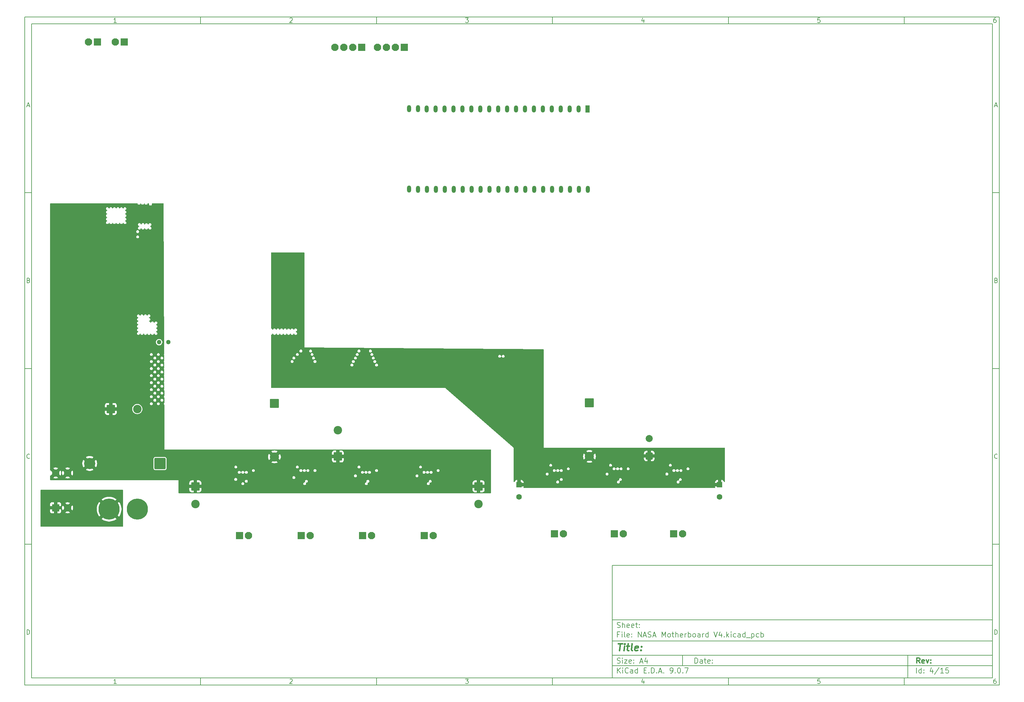
<source format=gbr>
%TF.GenerationSoftware,KiCad,Pcbnew,9.0.7*%
%TF.CreationDate,2026-02-04T11:21:36-05:00*%
%TF.ProjectId,NASA Motherboard V4,4e415341-204d-46f7-9468-6572626f6172,rev?*%
%TF.SameCoordinates,Original*%
%TF.FileFunction,Copper,L4,Inr*%
%TF.FilePolarity,Positive*%
%FSLAX46Y46*%
G04 Gerber Fmt 4.6, Leading zero omitted, Abs format (unit mm)*
G04 Created by KiCad (PCBNEW 9.0.7) date 2026-02-04 11:21:36*
%MOMM*%
%LPD*%
G01*
G04 APERTURE LIST*
G04 Aperture macros list*
%AMRoundRect*
0 Rectangle with rounded corners*
0 $1 Rounding radius*
0 $2 $3 $4 $5 $6 $7 $8 $9 X,Y pos of 4 corners*
0 Add a 4 corners polygon primitive as box body*
4,1,4,$2,$3,$4,$5,$6,$7,$8,$9,$2,$3,0*
0 Add four circle primitives for the rounded corners*
1,1,$1+$1,$2,$3*
1,1,$1+$1,$4,$5*
1,1,$1+$1,$6,$7*
1,1,$1+$1,$8,$9*
0 Add four rect primitives between the rounded corners*
20,1,$1+$1,$2,$3,$4,$5,0*
20,1,$1+$1,$4,$5,$6,$7,0*
20,1,$1+$1,$6,$7,$8,$9,0*
20,1,$1+$1,$8,$9,$2,$3,0*%
G04 Aperture macros list end*
%ADD10C,0.100000*%
%ADD11C,0.150000*%
%ADD12C,0.300000*%
%ADD13C,0.400000*%
%TA.AperFunction,ComponentPad*%
%ADD14RoundRect,0.250001X0.949999X-0.949999X0.949999X0.949999X-0.949999X0.949999X-0.949999X-0.949999X0*%
%TD*%
%TA.AperFunction,ComponentPad*%
%ADD15C,2.400000*%
%TD*%
%TA.AperFunction,ComponentPad*%
%ADD16RoundRect,0.250000X-1.050000X1.050000X-1.050000X-1.050000X1.050000X-1.050000X1.050000X1.050000X0*%
%TD*%
%TA.AperFunction,ComponentPad*%
%ADD17C,2.600000*%
%TD*%
%TA.AperFunction,ComponentPad*%
%ADD18R,2.108200X2.108200*%
%TD*%
%TA.AperFunction,ComponentPad*%
%ADD19C,2.108200*%
%TD*%
%TA.AperFunction,ComponentPad*%
%ADD20RoundRect,0.250000X1.350000X1.350000X-1.350000X1.350000X-1.350000X-1.350000X1.350000X-1.350000X0*%
%TD*%
%TA.AperFunction,ComponentPad*%
%ADD21C,3.200000*%
%TD*%
%TA.AperFunction,ComponentPad*%
%ADD22RoundRect,0.250001X0.799999X0.799999X-0.799999X0.799999X-0.799999X-0.799999X0.799999X-0.799999X0*%
%TD*%
%TA.AperFunction,ComponentPad*%
%ADD23C,2.100000*%
%TD*%
%TA.AperFunction,ComponentPad*%
%ADD24RoundRect,0.250000X-0.550000X0.550000X-0.550000X-0.550000X0.550000X-0.550000X0.550000X0.550000X0*%
%TD*%
%TA.AperFunction,ComponentPad*%
%ADD25C,1.600000*%
%TD*%
%TA.AperFunction,ComponentPad*%
%ADD26RoundRect,0.250001X-0.799999X-0.799999X0.799999X-0.799999X0.799999X0.799999X-0.799999X0.799999X0*%
%TD*%
%TA.AperFunction,ComponentPad*%
%ADD27RoundRect,0.250001X-0.949999X0.949999X-0.949999X-0.949999X0.949999X-0.949999X0.949999X0.949999X0*%
%TD*%
%TA.AperFunction,ComponentPad*%
%ADD28RoundRect,0.250001X-0.949999X-0.949999X0.949999X-0.949999X0.949999X0.949999X-0.949999X0.949999X0*%
%TD*%
%TA.AperFunction,ComponentPad*%
%ADD29R,1.200000X2.000000*%
%TD*%
%TA.AperFunction,ComponentPad*%
%ADD30O,1.200000X2.000000*%
%TD*%
%TA.AperFunction,ComponentPad*%
%ADD31C,1.300000*%
%TD*%
%TA.AperFunction,ComponentPad*%
%ADD32RoundRect,0.250000X0.750000X-0.750000X0.750000X0.750000X-0.750000X0.750000X-0.750000X-0.750000X0*%
%TD*%
%TA.AperFunction,ComponentPad*%
%ADD33C,2.000000*%
%TD*%
%TA.AperFunction,ComponentPad*%
%ADD34C,6.000000*%
%TD*%
%TA.AperFunction,ViaPad*%
%ADD35C,0.600000*%
%TD*%
G04 APERTURE END LIST*
D10*
D11*
X177002200Y-166007200D02*
X285002200Y-166007200D01*
X285002200Y-198007200D01*
X177002200Y-198007200D01*
X177002200Y-166007200D01*
D10*
D11*
X10000000Y-10000000D02*
X287002200Y-10000000D01*
X287002200Y-200007200D01*
X10000000Y-200007200D01*
X10000000Y-10000000D01*
D10*
D11*
X12000000Y-12000000D02*
X285002200Y-12000000D01*
X285002200Y-198007200D01*
X12000000Y-198007200D01*
X12000000Y-12000000D01*
D10*
D11*
X60000000Y-12000000D02*
X60000000Y-10000000D01*
D10*
D11*
X110000000Y-12000000D02*
X110000000Y-10000000D01*
D10*
D11*
X160000000Y-12000000D02*
X160000000Y-10000000D01*
D10*
D11*
X210000000Y-12000000D02*
X210000000Y-10000000D01*
D10*
D11*
X260000000Y-12000000D02*
X260000000Y-10000000D01*
D10*
D11*
X36089160Y-11593604D02*
X35346303Y-11593604D01*
X35717731Y-11593604D02*
X35717731Y-10293604D01*
X35717731Y-10293604D02*
X35593922Y-10479319D01*
X35593922Y-10479319D02*
X35470112Y-10603128D01*
X35470112Y-10603128D02*
X35346303Y-10665033D01*
D10*
D11*
X85346303Y-10417414D02*
X85408207Y-10355509D01*
X85408207Y-10355509D02*
X85532017Y-10293604D01*
X85532017Y-10293604D02*
X85841541Y-10293604D01*
X85841541Y-10293604D02*
X85965350Y-10355509D01*
X85965350Y-10355509D02*
X86027255Y-10417414D01*
X86027255Y-10417414D02*
X86089160Y-10541223D01*
X86089160Y-10541223D02*
X86089160Y-10665033D01*
X86089160Y-10665033D02*
X86027255Y-10850747D01*
X86027255Y-10850747D02*
X85284398Y-11593604D01*
X85284398Y-11593604D02*
X86089160Y-11593604D01*
D10*
D11*
X135284398Y-10293604D02*
X136089160Y-10293604D01*
X136089160Y-10293604D02*
X135655826Y-10788842D01*
X135655826Y-10788842D02*
X135841541Y-10788842D01*
X135841541Y-10788842D02*
X135965350Y-10850747D01*
X135965350Y-10850747D02*
X136027255Y-10912652D01*
X136027255Y-10912652D02*
X136089160Y-11036461D01*
X136089160Y-11036461D02*
X136089160Y-11345985D01*
X136089160Y-11345985D02*
X136027255Y-11469795D01*
X136027255Y-11469795D02*
X135965350Y-11531700D01*
X135965350Y-11531700D02*
X135841541Y-11593604D01*
X135841541Y-11593604D02*
X135470112Y-11593604D01*
X135470112Y-11593604D02*
X135346303Y-11531700D01*
X135346303Y-11531700D02*
X135284398Y-11469795D01*
D10*
D11*
X185965350Y-10726938D02*
X185965350Y-11593604D01*
X185655826Y-10231700D02*
X185346303Y-11160271D01*
X185346303Y-11160271D02*
X186151064Y-11160271D01*
D10*
D11*
X236027255Y-10293604D02*
X235408207Y-10293604D01*
X235408207Y-10293604D02*
X235346303Y-10912652D01*
X235346303Y-10912652D02*
X235408207Y-10850747D01*
X235408207Y-10850747D02*
X235532017Y-10788842D01*
X235532017Y-10788842D02*
X235841541Y-10788842D01*
X235841541Y-10788842D02*
X235965350Y-10850747D01*
X235965350Y-10850747D02*
X236027255Y-10912652D01*
X236027255Y-10912652D02*
X236089160Y-11036461D01*
X236089160Y-11036461D02*
X236089160Y-11345985D01*
X236089160Y-11345985D02*
X236027255Y-11469795D01*
X236027255Y-11469795D02*
X235965350Y-11531700D01*
X235965350Y-11531700D02*
X235841541Y-11593604D01*
X235841541Y-11593604D02*
X235532017Y-11593604D01*
X235532017Y-11593604D02*
X235408207Y-11531700D01*
X235408207Y-11531700D02*
X235346303Y-11469795D01*
D10*
D11*
X285965350Y-10293604D02*
X285717731Y-10293604D01*
X285717731Y-10293604D02*
X285593922Y-10355509D01*
X285593922Y-10355509D02*
X285532017Y-10417414D01*
X285532017Y-10417414D02*
X285408207Y-10603128D01*
X285408207Y-10603128D02*
X285346303Y-10850747D01*
X285346303Y-10850747D02*
X285346303Y-11345985D01*
X285346303Y-11345985D02*
X285408207Y-11469795D01*
X285408207Y-11469795D02*
X285470112Y-11531700D01*
X285470112Y-11531700D02*
X285593922Y-11593604D01*
X285593922Y-11593604D02*
X285841541Y-11593604D01*
X285841541Y-11593604D02*
X285965350Y-11531700D01*
X285965350Y-11531700D02*
X286027255Y-11469795D01*
X286027255Y-11469795D02*
X286089160Y-11345985D01*
X286089160Y-11345985D02*
X286089160Y-11036461D01*
X286089160Y-11036461D02*
X286027255Y-10912652D01*
X286027255Y-10912652D02*
X285965350Y-10850747D01*
X285965350Y-10850747D02*
X285841541Y-10788842D01*
X285841541Y-10788842D02*
X285593922Y-10788842D01*
X285593922Y-10788842D02*
X285470112Y-10850747D01*
X285470112Y-10850747D02*
X285408207Y-10912652D01*
X285408207Y-10912652D02*
X285346303Y-11036461D01*
D10*
D11*
X60000000Y-198007200D02*
X60000000Y-200007200D01*
D10*
D11*
X110000000Y-198007200D02*
X110000000Y-200007200D01*
D10*
D11*
X160000000Y-198007200D02*
X160000000Y-200007200D01*
D10*
D11*
X210000000Y-198007200D02*
X210000000Y-200007200D01*
D10*
D11*
X260000000Y-198007200D02*
X260000000Y-200007200D01*
D10*
D11*
X36089160Y-199600804D02*
X35346303Y-199600804D01*
X35717731Y-199600804D02*
X35717731Y-198300804D01*
X35717731Y-198300804D02*
X35593922Y-198486519D01*
X35593922Y-198486519D02*
X35470112Y-198610328D01*
X35470112Y-198610328D02*
X35346303Y-198672233D01*
D10*
D11*
X85346303Y-198424614D02*
X85408207Y-198362709D01*
X85408207Y-198362709D02*
X85532017Y-198300804D01*
X85532017Y-198300804D02*
X85841541Y-198300804D01*
X85841541Y-198300804D02*
X85965350Y-198362709D01*
X85965350Y-198362709D02*
X86027255Y-198424614D01*
X86027255Y-198424614D02*
X86089160Y-198548423D01*
X86089160Y-198548423D02*
X86089160Y-198672233D01*
X86089160Y-198672233D02*
X86027255Y-198857947D01*
X86027255Y-198857947D02*
X85284398Y-199600804D01*
X85284398Y-199600804D02*
X86089160Y-199600804D01*
D10*
D11*
X135284398Y-198300804D02*
X136089160Y-198300804D01*
X136089160Y-198300804D02*
X135655826Y-198796042D01*
X135655826Y-198796042D02*
X135841541Y-198796042D01*
X135841541Y-198796042D02*
X135965350Y-198857947D01*
X135965350Y-198857947D02*
X136027255Y-198919852D01*
X136027255Y-198919852D02*
X136089160Y-199043661D01*
X136089160Y-199043661D02*
X136089160Y-199353185D01*
X136089160Y-199353185D02*
X136027255Y-199476995D01*
X136027255Y-199476995D02*
X135965350Y-199538900D01*
X135965350Y-199538900D02*
X135841541Y-199600804D01*
X135841541Y-199600804D02*
X135470112Y-199600804D01*
X135470112Y-199600804D02*
X135346303Y-199538900D01*
X135346303Y-199538900D02*
X135284398Y-199476995D01*
D10*
D11*
X185965350Y-198734138D02*
X185965350Y-199600804D01*
X185655826Y-198238900D02*
X185346303Y-199167471D01*
X185346303Y-199167471D02*
X186151064Y-199167471D01*
D10*
D11*
X236027255Y-198300804D02*
X235408207Y-198300804D01*
X235408207Y-198300804D02*
X235346303Y-198919852D01*
X235346303Y-198919852D02*
X235408207Y-198857947D01*
X235408207Y-198857947D02*
X235532017Y-198796042D01*
X235532017Y-198796042D02*
X235841541Y-198796042D01*
X235841541Y-198796042D02*
X235965350Y-198857947D01*
X235965350Y-198857947D02*
X236027255Y-198919852D01*
X236027255Y-198919852D02*
X236089160Y-199043661D01*
X236089160Y-199043661D02*
X236089160Y-199353185D01*
X236089160Y-199353185D02*
X236027255Y-199476995D01*
X236027255Y-199476995D02*
X235965350Y-199538900D01*
X235965350Y-199538900D02*
X235841541Y-199600804D01*
X235841541Y-199600804D02*
X235532017Y-199600804D01*
X235532017Y-199600804D02*
X235408207Y-199538900D01*
X235408207Y-199538900D02*
X235346303Y-199476995D01*
D10*
D11*
X285965350Y-198300804D02*
X285717731Y-198300804D01*
X285717731Y-198300804D02*
X285593922Y-198362709D01*
X285593922Y-198362709D02*
X285532017Y-198424614D01*
X285532017Y-198424614D02*
X285408207Y-198610328D01*
X285408207Y-198610328D02*
X285346303Y-198857947D01*
X285346303Y-198857947D02*
X285346303Y-199353185D01*
X285346303Y-199353185D02*
X285408207Y-199476995D01*
X285408207Y-199476995D02*
X285470112Y-199538900D01*
X285470112Y-199538900D02*
X285593922Y-199600804D01*
X285593922Y-199600804D02*
X285841541Y-199600804D01*
X285841541Y-199600804D02*
X285965350Y-199538900D01*
X285965350Y-199538900D02*
X286027255Y-199476995D01*
X286027255Y-199476995D02*
X286089160Y-199353185D01*
X286089160Y-199353185D02*
X286089160Y-199043661D01*
X286089160Y-199043661D02*
X286027255Y-198919852D01*
X286027255Y-198919852D02*
X285965350Y-198857947D01*
X285965350Y-198857947D02*
X285841541Y-198796042D01*
X285841541Y-198796042D02*
X285593922Y-198796042D01*
X285593922Y-198796042D02*
X285470112Y-198857947D01*
X285470112Y-198857947D02*
X285408207Y-198919852D01*
X285408207Y-198919852D02*
X285346303Y-199043661D01*
D10*
D11*
X10000000Y-60000000D02*
X12000000Y-60000000D01*
D10*
D11*
X10000000Y-110000000D02*
X12000000Y-110000000D01*
D10*
D11*
X10000000Y-160000000D02*
X12000000Y-160000000D01*
D10*
D11*
X10690476Y-35222176D02*
X11309523Y-35222176D01*
X10566666Y-35593604D02*
X10999999Y-34293604D01*
X10999999Y-34293604D02*
X11433333Y-35593604D01*
D10*
D11*
X11092857Y-84912652D02*
X11278571Y-84974557D01*
X11278571Y-84974557D02*
X11340476Y-85036461D01*
X11340476Y-85036461D02*
X11402380Y-85160271D01*
X11402380Y-85160271D02*
X11402380Y-85345985D01*
X11402380Y-85345985D02*
X11340476Y-85469795D01*
X11340476Y-85469795D02*
X11278571Y-85531700D01*
X11278571Y-85531700D02*
X11154761Y-85593604D01*
X11154761Y-85593604D02*
X10659523Y-85593604D01*
X10659523Y-85593604D02*
X10659523Y-84293604D01*
X10659523Y-84293604D02*
X11092857Y-84293604D01*
X11092857Y-84293604D02*
X11216666Y-84355509D01*
X11216666Y-84355509D02*
X11278571Y-84417414D01*
X11278571Y-84417414D02*
X11340476Y-84541223D01*
X11340476Y-84541223D02*
X11340476Y-84665033D01*
X11340476Y-84665033D02*
X11278571Y-84788842D01*
X11278571Y-84788842D02*
X11216666Y-84850747D01*
X11216666Y-84850747D02*
X11092857Y-84912652D01*
X11092857Y-84912652D02*
X10659523Y-84912652D01*
D10*
D11*
X11402380Y-135469795D02*
X11340476Y-135531700D01*
X11340476Y-135531700D02*
X11154761Y-135593604D01*
X11154761Y-135593604D02*
X11030952Y-135593604D01*
X11030952Y-135593604D02*
X10845238Y-135531700D01*
X10845238Y-135531700D02*
X10721428Y-135407890D01*
X10721428Y-135407890D02*
X10659523Y-135284080D01*
X10659523Y-135284080D02*
X10597619Y-135036461D01*
X10597619Y-135036461D02*
X10597619Y-134850747D01*
X10597619Y-134850747D02*
X10659523Y-134603128D01*
X10659523Y-134603128D02*
X10721428Y-134479319D01*
X10721428Y-134479319D02*
X10845238Y-134355509D01*
X10845238Y-134355509D02*
X11030952Y-134293604D01*
X11030952Y-134293604D02*
X11154761Y-134293604D01*
X11154761Y-134293604D02*
X11340476Y-134355509D01*
X11340476Y-134355509D02*
X11402380Y-134417414D01*
D10*
D11*
X10659523Y-185593604D02*
X10659523Y-184293604D01*
X10659523Y-184293604D02*
X10969047Y-184293604D01*
X10969047Y-184293604D02*
X11154761Y-184355509D01*
X11154761Y-184355509D02*
X11278571Y-184479319D01*
X11278571Y-184479319D02*
X11340476Y-184603128D01*
X11340476Y-184603128D02*
X11402380Y-184850747D01*
X11402380Y-184850747D02*
X11402380Y-185036461D01*
X11402380Y-185036461D02*
X11340476Y-185284080D01*
X11340476Y-185284080D02*
X11278571Y-185407890D01*
X11278571Y-185407890D02*
X11154761Y-185531700D01*
X11154761Y-185531700D02*
X10969047Y-185593604D01*
X10969047Y-185593604D02*
X10659523Y-185593604D01*
D10*
D11*
X287002200Y-60000000D02*
X285002200Y-60000000D01*
D10*
D11*
X287002200Y-110000000D02*
X285002200Y-110000000D01*
D10*
D11*
X287002200Y-160000000D02*
X285002200Y-160000000D01*
D10*
D11*
X285692676Y-35222176D02*
X286311723Y-35222176D01*
X285568866Y-35593604D02*
X286002199Y-34293604D01*
X286002199Y-34293604D02*
X286435533Y-35593604D01*
D10*
D11*
X286095057Y-84912652D02*
X286280771Y-84974557D01*
X286280771Y-84974557D02*
X286342676Y-85036461D01*
X286342676Y-85036461D02*
X286404580Y-85160271D01*
X286404580Y-85160271D02*
X286404580Y-85345985D01*
X286404580Y-85345985D02*
X286342676Y-85469795D01*
X286342676Y-85469795D02*
X286280771Y-85531700D01*
X286280771Y-85531700D02*
X286156961Y-85593604D01*
X286156961Y-85593604D02*
X285661723Y-85593604D01*
X285661723Y-85593604D02*
X285661723Y-84293604D01*
X285661723Y-84293604D02*
X286095057Y-84293604D01*
X286095057Y-84293604D02*
X286218866Y-84355509D01*
X286218866Y-84355509D02*
X286280771Y-84417414D01*
X286280771Y-84417414D02*
X286342676Y-84541223D01*
X286342676Y-84541223D02*
X286342676Y-84665033D01*
X286342676Y-84665033D02*
X286280771Y-84788842D01*
X286280771Y-84788842D02*
X286218866Y-84850747D01*
X286218866Y-84850747D02*
X286095057Y-84912652D01*
X286095057Y-84912652D02*
X285661723Y-84912652D01*
D10*
D11*
X286404580Y-135469795D02*
X286342676Y-135531700D01*
X286342676Y-135531700D02*
X286156961Y-135593604D01*
X286156961Y-135593604D02*
X286033152Y-135593604D01*
X286033152Y-135593604D02*
X285847438Y-135531700D01*
X285847438Y-135531700D02*
X285723628Y-135407890D01*
X285723628Y-135407890D02*
X285661723Y-135284080D01*
X285661723Y-135284080D02*
X285599819Y-135036461D01*
X285599819Y-135036461D02*
X285599819Y-134850747D01*
X285599819Y-134850747D02*
X285661723Y-134603128D01*
X285661723Y-134603128D02*
X285723628Y-134479319D01*
X285723628Y-134479319D02*
X285847438Y-134355509D01*
X285847438Y-134355509D02*
X286033152Y-134293604D01*
X286033152Y-134293604D02*
X286156961Y-134293604D01*
X286156961Y-134293604D02*
X286342676Y-134355509D01*
X286342676Y-134355509D02*
X286404580Y-134417414D01*
D10*
D11*
X285661723Y-185593604D02*
X285661723Y-184293604D01*
X285661723Y-184293604D02*
X285971247Y-184293604D01*
X285971247Y-184293604D02*
X286156961Y-184355509D01*
X286156961Y-184355509D02*
X286280771Y-184479319D01*
X286280771Y-184479319D02*
X286342676Y-184603128D01*
X286342676Y-184603128D02*
X286404580Y-184850747D01*
X286404580Y-184850747D02*
X286404580Y-185036461D01*
X286404580Y-185036461D02*
X286342676Y-185284080D01*
X286342676Y-185284080D02*
X286280771Y-185407890D01*
X286280771Y-185407890D02*
X286156961Y-185531700D01*
X286156961Y-185531700D02*
X285971247Y-185593604D01*
X285971247Y-185593604D02*
X285661723Y-185593604D01*
D10*
D11*
X200458026Y-193793328D02*
X200458026Y-192293328D01*
X200458026Y-192293328D02*
X200815169Y-192293328D01*
X200815169Y-192293328D02*
X201029455Y-192364757D01*
X201029455Y-192364757D02*
X201172312Y-192507614D01*
X201172312Y-192507614D02*
X201243741Y-192650471D01*
X201243741Y-192650471D02*
X201315169Y-192936185D01*
X201315169Y-192936185D02*
X201315169Y-193150471D01*
X201315169Y-193150471D02*
X201243741Y-193436185D01*
X201243741Y-193436185D02*
X201172312Y-193579042D01*
X201172312Y-193579042D02*
X201029455Y-193721900D01*
X201029455Y-193721900D02*
X200815169Y-193793328D01*
X200815169Y-193793328D02*
X200458026Y-193793328D01*
X202600884Y-193793328D02*
X202600884Y-193007614D01*
X202600884Y-193007614D02*
X202529455Y-192864757D01*
X202529455Y-192864757D02*
X202386598Y-192793328D01*
X202386598Y-192793328D02*
X202100884Y-192793328D01*
X202100884Y-192793328D02*
X201958026Y-192864757D01*
X202600884Y-193721900D02*
X202458026Y-193793328D01*
X202458026Y-193793328D02*
X202100884Y-193793328D01*
X202100884Y-193793328D02*
X201958026Y-193721900D01*
X201958026Y-193721900D02*
X201886598Y-193579042D01*
X201886598Y-193579042D02*
X201886598Y-193436185D01*
X201886598Y-193436185D02*
X201958026Y-193293328D01*
X201958026Y-193293328D02*
X202100884Y-193221900D01*
X202100884Y-193221900D02*
X202458026Y-193221900D01*
X202458026Y-193221900D02*
X202600884Y-193150471D01*
X203100884Y-192793328D02*
X203672312Y-192793328D01*
X203315169Y-192293328D02*
X203315169Y-193579042D01*
X203315169Y-193579042D02*
X203386598Y-193721900D01*
X203386598Y-193721900D02*
X203529455Y-193793328D01*
X203529455Y-193793328D02*
X203672312Y-193793328D01*
X204743741Y-193721900D02*
X204600884Y-193793328D01*
X204600884Y-193793328D02*
X204315170Y-193793328D01*
X204315170Y-193793328D02*
X204172312Y-193721900D01*
X204172312Y-193721900D02*
X204100884Y-193579042D01*
X204100884Y-193579042D02*
X204100884Y-193007614D01*
X204100884Y-193007614D02*
X204172312Y-192864757D01*
X204172312Y-192864757D02*
X204315170Y-192793328D01*
X204315170Y-192793328D02*
X204600884Y-192793328D01*
X204600884Y-192793328D02*
X204743741Y-192864757D01*
X204743741Y-192864757D02*
X204815170Y-193007614D01*
X204815170Y-193007614D02*
X204815170Y-193150471D01*
X204815170Y-193150471D02*
X204100884Y-193293328D01*
X205458026Y-193650471D02*
X205529455Y-193721900D01*
X205529455Y-193721900D02*
X205458026Y-193793328D01*
X205458026Y-193793328D02*
X205386598Y-193721900D01*
X205386598Y-193721900D02*
X205458026Y-193650471D01*
X205458026Y-193650471D02*
X205458026Y-193793328D01*
X205458026Y-192864757D02*
X205529455Y-192936185D01*
X205529455Y-192936185D02*
X205458026Y-193007614D01*
X205458026Y-193007614D02*
X205386598Y-192936185D01*
X205386598Y-192936185D02*
X205458026Y-192864757D01*
X205458026Y-192864757D02*
X205458026Y-193007614D01*
D10*
D11*
X177002200Y-194507200D02*
X285002200Y-194507200D01*
D10*
D11*
X178458026Y-196593328D02*
X178458026Y-195093328D01*
X179315169Y-196593328D02*
X178672312Y-195736185D01*
X179315169Y-195093328D02*
X178458026Y-195950471D01*
X179958026Y-196593328D02*
X179958026Y-195593328D01*
X179958026Y-195093328D02*
X179886598Y-195164757D01*
X179886598Y-195164757D02*
X179958026Y-195236185D01*
X179958026Y-195236185D02*
X180029455Y-195164757D01*
X180029455Y-195164757D02*
X179958026Y-195093328D01*
X179958026Y-195093328D02*
X179958026Y-195236185D01*
X181529455Y-196450471D02*
X181458027Y-196521900D01*
X181458027Y-196521900D02*
X181243741Y-196593328D01*
X181243741Y-196593328D02*
X181100884Y-196593328D01*
X181100884Y-196593328D02*
X180886598Y-196521900D01*
X180886598Y-196521900D02*
X180743741Y-196379042D01*
X180743741Y-196379042D02*
X180672312Y-196236185D01*
X180672312Y-196236185D02*
X180600884Y-195950471D01*
X180600884Y-195950471D02*
X180600884Y-195736185D01*
X180600884Y-195736185D02*
X180672312Y-195450471D01*
X180672312Y-195450471D02*
X180743741Y-195307614D01*
X180743741Y-195307614D02*
X180886598Y-195164757D01*
X180886598Y-195164757D02*
X181100884Y-195093328D01*
X181100884Y-195093328D02*
X181243741Y-195093328D01*
X181243741Y-195093328D02*
X181458027Y-195164757D01*
X181458027Y-195164757D02*
X181529455Y-195236185D01*
X182815170Y-196593328D02*
X182815170Y-195807614D01*
X182815170Y-195807614D02*
X182743741Y-195664757D01*
X182743741Y-195664757D02*
X182600884Y-195593328D01*
X182600884Y-195593328D02*
X182315170Y-195593328D01*
X182315170Y-195593328D02*
X182172312Y-195664757D01*
X182815170Y-196521900D02*
X182672312Y-196593328D01*
X182672312Y-196593328D02*
X182315170Y-196593328D01*
X182315170Y-196593328D02*
X182172312Y-196521900D01*
X182172312Y-196521900D02*
X182100884Y-196379042D01*
X182100884Y-196379042D02*
X182100884Y-196236185D01*
X182100884Y-196236185D02*
X182172312Y-196093328D01*
X182172312Y-196093328D02*
X182315170Y-196021900D01*
X182315170Y-196021900D02*
X182672312Y-196021900D01*
X182672312Y-196021900D02*
X182815170Y-195950471D01*
X184172313Y-196593328D02*
X184172313Y-195093328D01*
X184172313Y-196521900D02*
X184029455Y-196593328D01*
X184029455Y-196593328D02*
X183743741Y-196593328D01*
X183743741Y-196593328D02*
X183600884Y-196521900D01*
X183600884Y-196521900D02*
X183529455Y-196450471D01*
X183529455Y-196450471D02*
X183458027Y-196307614D01*
X183458027Y-196307614D02*
X183458027Y-195879042D01*
X183458027Y-195879042D02*
X183529455Y-195736185D01*
X183529455Y-195736185D02*
X183600884Y-195664757D01*
X183600884Y-195664757D02*
X183743741Y-195593328D01*
X183743741Y-195593328D02*
X184029455Y-195593328D01*
X184029455Y-195593328D02*
X184172313Y-195664757D01*
X186029455Y-195807614D02*
X186529455Y-195807614D01*
X186743741Y-196593328D02*
X186029455Y-196593328D01*
X186029455Y-196593328D02*
X186029455Y-195093328D01*
X186029455Y-195093328D02*
X186743741Y-195093328D01*
X187386598Y-196450471D02*
X187458027Y-196521900D01*
X187458027Y-196521900D02*
X187386598Y-196593328D01*
X187386598Y-196593328D02*
X187315170Y-196521900D01*
X187315170Y-196521900D02*
X187386598Y-196450471D01*
X187386598Y-196450471D02*
X187386598Y-196593328D01*
X188100884Y-196593328D02*
X188100884Y-195093328D01*
X188100884Y-195093328D02*
X188458027Y-195093328D01*
X188458027Y-195093328D02*
X188672313Y-195164757D01*
X188672313Y-195164757D02*
X188815170Y-195307614D01*
X188815170Y-195307614D02*
X188886599Y-195450471D01*
X188886599Y-195450471D02*
X188958027Y-195736185D01*
X188958027Y-195736185D02*
X188958027Y-195950471D01*
X188958027Y-195950471D02*
X188886599Y-196236185D01*
X188886599Y-196236185D02*
X188815170Y-196379042D01*
X188815170Y-196379042D02*
X188672313Y-196521900D01*
X188672313Y-196521900D02*
X188458027Y-196593328D01*
X188458027Y-196593328D02*
X188100884Y-196593328D01*
X189600884Y-196450471D02*
X189672313Y-196521900D01*
X189672313Y-196521900D02*
X189600884Y-196593328D01*
X189600884Y-196593328D02*
X189529456Y-196521900D01*
X189529456Y-196521900D02*
X189600884Y-196450471D01*
X189600884Y-196450471D02*
X189600884Y-196593328D01*
X190243742Y-196164757D02*
X190958028Y-196164757D01*
X190100885Y-196593328D02*
X190600885Y-195093328D01*
X190600885Y-195093328D02*
X191100885Y-196593328D01*
X191600884Y-196450471D02*
X191672313Y-196521900D01*
X191672313Y-196521900D02*
X191600884Y-196593328D01*
X191600884Y-196593328D02*
X191529456Y-196521900D01*
X191529456Y-196521900D02*
X191600884Y-196450471D01*
X191600884Y-196450471D02*
X191600884Y-196593328D01*
X193529456Y-196593328D02*
X193815170Y-196593328D01*
X193815170Y-196593328D02*
X193958027Y-196521900D01*
X193958027Y-196521900D02*
X194029456Y-196450471D01*
X194029456Y-196450471D02*
X194172313Y-196236185D01*
X194172313Y-196236185D02*
X194243742Y-195950471D01*
X194243742Y-195950471D02*
X194243742Y-195379042D01*
X194243742Y-195379042D02*
X194172313Y-195236185D01*
X194172313Y-195236185D02*
X194100885Y-195164757D01*
X194100885Y-195164757D02*
X193958027Y-195093328D01*
X193958027Y-195093328D02*
X193672313Y-195093328D01*
X193672313Y-195093328D02*
X193529456Y-195164757D01*
X193529456Y-195164757D02*
X193458027Y-195236185D01*
X193458027Y-195236185D02*
X193386599Y-195379042D01*
X193386599Y-195379042D02*
X193386599Y-195736185D01*
X193386599Y-195736185D02*
X193458027Y-195879042D01*
X193458027Y-195879042D02*
X193529456Y-195950471D01*
X193529456Y-195950471D02*
X193672313Y-196021900D01*
X193672313Y-196021900D02*
X193958027Y-196021900D01*
X193958027Y-196021900D02*
X194100885Y-195950471D01*
X194100885Y-195950471D02*
X194172313Y-195879042D01*
X194172313Y-195879042D02*
X194243742Y-195736185D01*
X194886598Y-196450471D02*
X194958027Y-196521900D01*
X194958027Y-196521900D02*
X194886598Y-196593328D01*
X194886598Y-196593328D02*
X194815170Y-196521900D01*
X194815170Y-196521900D02*
X194886598Y-196450471D01*
X194886598Y-196450471D02*
X194886598Y-196593328D01*
X195886599Y-195093328D02*
X196029456Y-195093328D01*
X196029456Y-195093328D02*
X196172313Y-195164757D01*
X196172313Y-195164757D02*
X196243742Y-195236185D01*
X196243742Y-195236185D02*
X196315170Y-195379042D01*
X196315170Y-195379042D02*
X196386599Y-195664757D01*
X196386599Y-195664757D02*
X196386599Y-196021900D01*
X196386599Y-196021900D02*
X196315170Y-196307614D01*
X196315170Y-196307614D02*
X196243742Y-196450471D01*
X196243742Y-196450471D02*
X196172313Y-196521900D01*
X196172313Y-196521900D02*
X196029456Y-196593328D01*
X196029456Y-196593328D02*
X195886599Y-196593328D01*
X195886599Y-196593328D02*
X195743742Y-196521900D01*
X195743742Y-196521900D02*
X195672313Y-196450471D01*
X195672313Y-196450471D02*
X195600884Y-196307614D01*
X195600884Y-196307614D02*
X195529456Y-196021900D01*
X195529456Y-196021900D02*
X195529456Y-195664757D01*
X195529456Y-195664757D02*
X195600884Y-195379042D01*
X195600884Y-195379042D02*
X195672313Y-195236185D01*
X195672313Y-195236185D02*
X195743742Y-195164757D01*
X195743742Y-195164757D02*
X195886599Y-195093328D01*
X197029455Y-196450471D02*
X197100884Y-196521900D01*
X197100884Y-196521900D02*
X197029455Y-196593328D01*
X197029455Y-196593328D02*
X196958027Y-196521900D01*
X196958027Y-196521900D02*
X197029455Y-196450471D01*
X197029455Y-196450471D02*
X197029455Y-196593328D01*
X197600884Y-195093328D02*
X198600884Y-195093328D01*
X198600884Y-195093328D02*
X197958027Y-196593328D01*
D10*
D11*
X177002200Y-191507200D02*
X285002200Y-191507200D01*
D10*
D12*
X264413853Y-193785528D02*
X263913853Y-193071242D01*
X263556710Y-193785528D02*
X263556710Y-192285528D01*
X263556710Y-192285528D02*
X264128139Y-192285528D01*
X264128139Y-192285528D02*
X264270996Y-192356957D01*
X264270996Y-192356957D02*
X264342425Y-192428385D01*
X264342425Y-192428385D02*
X264413853Y-192571242D01*
X264413853Y-192571242D02*
X264413853Y-192785528D01*
X264413853Y-192785528D02*
X264342425Y-192928385D01*
X264342425Y-192928385D02*
X264270996Y-192999814D01*
X264270996Y-192999814D02*
X264128139Y-193071242D01*
X264128139Y-193071242D02*
X263556710Y-193071242D01*
X265628139Y-193714100D02*
X265485282Y-193785528D01*
X265485282Y-193785528D02*
X265199568Y-193785528D01*
X265199568Y-193785528D02*
X265056710Y-193714100D01*
X265056710Y-193714100D02*
X264985282Y-193571242D01*
X264985282Y-193571242D02*
X264985282Y-192999814D01*
X264985282Y-192999814D02*
X265056710Y-192856957D01*
X265056710Y-192856957D02*
X265199568Y-192785528D01*
X265199568Y-192785528D02*
X265485282Y-192785528D01*
X265485282Y-192785528D02*
X265628139Y-192856957D01*
X265628139Y-192856957D02*
X265699568Y-192999814D01*
X265699568Y-192999814D02*
X265699568Y-193142671D01*
X265699568Y-193142671D02*
X264985282Y-193285528D01*
X266199567Y-192785528D02*
X266556710Y-193785528D01*
X266556710Y-193785528D02*
X266913853Y-192785528D01*
X267485281Y-193642671D02*
X267556710Y-193714100D01*
X267556710Y-193714100D02*
X267485281Y-193785528D01*
X267485281Y-193785528D02*
X267413853Y-193714100D01*
X267413853Y-193714100D02*
X267485281Y-193642671D01*
X267485281Y-193642671D02*
X267485281Y-193785528D01*
X267485281Y-192856957D02*
X267556710Y-192928385D01*
X267556710Y-192928385D02*
X267485281Y-192999814D01*
X267485281Y-192999814D02*
X267413853Y-192928385D01*
X267413853Y-192928385D02*
X267485281Y-192856957D01*
X267485281Y-192856957D02*
X267485281Y-192999814D01*
D10*
D11*
X178386598Y-193721900D02*
X178600884Y-193793328D01*
X178600884Y-193793328D02*
X178958026Y-193793328D01*
X178958026Y-193793328D02*
X179100884Y-193721900D01*
X179100884Y-193721900D02*
X179172312Y-193650471D01*
X179172312Y-193650471D02*
X179243741Y-193507614D01*
X179243741Y-193507614D02*
X179243741Y-193364757D01*
X179243741Y-193364757D02*
X179172312Y-193221900D01*
X179172312Y-193221900D02*
X179100884Y-193150471D01*
X179100884Y-193150471D02*
X178958026Y-193079042D01*
X178958026Y-193079042D02*
X178672312Y-193007614D01*
X178672312Y-193007614D02*
X178529455Y-192936185D01*
X178529455Y-192936185D02*
X178458026Y-192864757D01*
X178458026Y-192864757D02*
X178386598Y-192721900D01*
X178386598Y-192721900D02*
X178386598Y-192579042D01*
X178386598Y-192579042D02*
X178458026Y-192436185D01*
X178458026Y-192436185D02*
X178529455Y-192364757D01*
X178529455Y-192364757D02*
X178672312Y-192293328D01*
X178672312Y-192293328D02*
X179029455Y-192293328D01*
X179029455Y-192293328D02*
X179243741Y-192364757D01*
X179886597Y-193793328D02*
X179886597Y-192793328D01*
X179886597Y-192293328D02*
X179815169Y-192364757D01*
X179815169Y-192364757D02*
X179886597Y-192436185D01*
X179886597Y-192436185D02*
X179958026Y-192364757D01*
X179958026Y-192364757D02*
X179886597Y-192293328D01*
X179886597Y-192293328D02*
X179886597Y-192436185D01*
X180458026Y-192793328D02*
X181243741Y-192793328D01*
X181243741Y-192793328D02*
X180458026Y-193793328D01*
X180458026Y-193793328D02*
X181243741Y-193793328D01*
X182386598Y-193721900D02*
X182243741Y-193793328D01*
X182243741Y-193793328D02*
X181958027Y-193793328D01*
X181958027Y-193793328D02*
X181815169Y-193721900D01*
X181815169Y-193721900D02*
X181743741Y-193579042D01*
X181743741Y-193579042D02*
X181743741Y-193007614D01*
X181743741Y-193007614D02*
X181815169Y-192864757D01*
X181815169Y-192864757D02*
X181958027Y-192793328D01*
X181958027Y-192793328D02*
X182243741Y-192793328D01*
X182243741Y-192793328D02*
X182386598Y-192864757D01*
X182386598Y-192864757D02*
X182458027Y-193007614D01*
X182458027Y-193007614D02*
X182458027Y-193150471D01*
X182458027Y-193150471D02*
X181743741Y-193293328D01*
X183100883Y-193650471D02*
X183172312Y-193721900D01*
X183172312Y-193721900D02*
X183100883Y-193793328D01*
X183100883Y-193793328D02*
X183029455Y-193721900D01*
X183029455Y-193721900D02*
X183100883Y-193650471D01*
X183100883Y-193650471D02*
X183100883Y-193793328D01*
X183100883Y-192864757D02*
X183172312Y-192936185D01*
X183172312Y-192936185D02*
X183100883Y-193007614D01*
X183100883Y-193007614D02*
X183029455Y-192936185D01*
X183029455Y-192936185D02*
X183100883Y-192864757D01*
X183100883Y-192864757D02*
X183100883Y-193007614D01*
X184886598Y-193364757D02*
X185600884Y-193364757D01*
X184743741Y-193793328D02*
X185243741Y-192293328D01*
X185243741Y-192293328D02*
X185743741Y-193793328D01*
X186886598Y-192793328D02*
X186886598Y-193793328D01*
X186529455Y-192221900D02*
X186172312Y-193293328D01*
X186172312Y-193293328D02*
X187100883Y-193293328D01*
D10*
D11*
X263458026Y-196593328D02*
X263458026Y-195093328D01*
X264815170Y-196593328D02*
X264815170Y-195093328D01*
X264815170Y-196521900D02*
X264672312Y-196593328D01*
X264672312Y-196593328D02*
X264386598Y-196593328D01*
X264386598Y-196593328D02*
X264243741Y-196521900D01*
X264243741Y-196521900D02*
X264172312Y-196450471D01*
X264172312Y-196450471D02*
X264100884Y-196307614D01*
X264100884Y-196307614D02*
X264100884Y-195879042D01*
X264100884Y-195879042D02*
X264172312Y-195736185D01*
X264172312Y-195736185D02*
X264243741Y-195664757D01*
X264243741Y-195664757D02*
X264386598Y-195593328D01*
X264386598Y-195593328D02*
X264672312Y-195593328D01*
X264672312Y-195593328D02*
X264815170Y-195664757D01*
X265529455Y-196450471D02*
X265600884Y-196521900D01*
X265600884Y-196521900D02*
X265529455Y-196593328D01*
X265529455Y-196593328D02*
X265458027Y-196521900D01*
X265458027Y-196521900D02*
X265529455Y-196450471D01*
X265529455Y-196450471D02*
X265529455Y-196593328D01*
X265529455Y-195664757D02*
X265600884Y-195736185D01*
X265600884Y-195736185D02*
X265529455Y-195807614D01*
X265529455Y-195807614D02*
X265458027Y-195736185D01*
X265458027Y-195736185D02*
X265529455Y-195664757D01*
X265529455Y-195664757D02*
X265529455Y-195807614D01*
X268029456Y-195593328D02*
X268029456Y-196593328D01*
X267672313Y-195021900D02*
X267315170Y-196093328D01*
X267315170Y-196093328D02*
X268243741Y-196093328D01*
X269886598Y-195021900D02*
X268600884Y-196950471D01*
X271172313Y-196593328D02*
X270315170Y-196593328D01*
X270743741Y-196593328D02*
X270743741Y-195093328D01*
X270743741Y-195093328D02*
X270600884Y-195307614D01*
X270600884Y-195307614D02*
X270458027Y-195450471D01*
X270458027Y-195450471D02*
X270315170Y-195521900D01*
X272529455Y-195093328D02*
X271815169Y-195093328D01*
X271815169Y-195093328D02*
X271743741Y-195807614D01*
X271743741Y-195807614D02*
X271815169Y-195736185D01*
X271815169Y-195736185D02*
X271958027Y-195664757D01*
X271958027Y-195664757D02*
X272315169Y-195664757D01*
X272315169Y-195664757D02*
X272458027Y-195736185D01*
X272458027Y-195736185D02*
X272529455Y-195807614D01*
X272529455Y-195807614D02*
X272600884Y-195950471D01*
X272600884Y-195950471D02*
X272600884Y-196307614D01*
X272600884Y-196307614D02*
X272529455Y-196450471D01*
X272529455Y-196450471D02*
X272458027Y-196521900D01*
X272458027Y-196521900D02*
X272315169Y-196593328D01*
X272315169Y-196593328D02*
X271958027Y-196593328D01*
X271958027Y-196593328D02*
X271815169Y-196521900D01*
X271815169Y-196521900D02*
X271743741Y-196450471D01*
D10*
D11*
X177002200Y-187507200D02*
X285002200Y-187507200D01*
D10*
D13*
X178693928Y-188211638D02*
X179836785Y-188211638D01*
X179015357Y-190211638D02*
X179265357Y-188211638D01*
X180253452Y-190211638D02*
X180420119Y-188878304D01*
X180503452Y-188211638D02*
X180396309Y-188306876D01*
X180396309Y-188306876D02*
X180479643Y-188402114D01*
X180479643Y-188402114D02*
X180586786Y-188306876D01*
X180586786Y-188306876D02*
X180503452Y-188211638D01*
X180503452Y-188211638D02*
X180479643Y-188402114D01*
X181086786Y-188878304D02*
X181848690Y-188878304D01*
X181455833Y-188211638D02*
X181241548Y-189925923D01*
X181241548Y-189925923D02*
X181312976Y-190116400D01*
X181312976Y-190116400D02*
X181491548Y-190211638D01*
X181491548Y-190211638D02*
X181682024Y-190211638D01*
X182634405Y-190211638D02*
X182455833Y-190116400D01*
X182455833Y-190116400D02*
X182384405Y-189925923D01*
X182384405Y-189925923D02*
X182598690Y-188211638D01*
X184170119Y-190116400D02*
X183967738Y-190211638D01*
X183967738Y-190211638D02*
X183586785Y-190211638D01*
X183586785Y-190211638D02*
X183408214Y-190116400D01*
X183408214Y-190116400D02*
X183336785Y-189925923D01*
X183336785Y-189925923D02*
X183432024Y-189164019D01*
X183432024Y-189164019D02*
X183551071Y-188973542D01*
X183551071Y-188973542D02*
X183753452Y-188878304D01*
X183753452Y-188878304D02*
X184134404Y-188878304D01*
X184134404Y-188878304D02*
X184312976Y-188973542D01*
X184312976Y-188973542D02*
X184384404Y-189164019D01*
X184384404Y-189164019D02*
X184360595Y-189354495D01*
X184360595Y-189354495D02*
X183384404Y-189544971D01*
X185134405Y-190021161D02*
X185217738Y-190116400D01*
X185217738Y-190116400D02*
X185110595Y-190211638D01*
X185110595Y-190211638D02*
X185027262Y-190116400D01*
X185027262Y-190116400D02*
X185134405Y-190021161D01*
X185134405Y-190021161D02*
X185110595Y-190211638D01*
X185265357Y-188973542D02*
X185348690Y-189068780D01*
X185348690Y-189068780D02*
X185241548Y-189164019D01*
X185241548Y-189164019D02*
X185158214Y-189068780D01*
X185158214Y-189068780D02*
X185265357Y-188973542D01*
X185265357Y-188973542D02*
X185241548Y-189164019D01*
D10*
D11*
X178958026Y-185607614D02*
X178458026Y-185607614D01*
X178458026Y-186393328D02*
X178458026Y-184893328D01*
X178458026Y-184893328D02*
X179172312Y-184893328D01*
X179743740Y-186393328D02*
X179743740Y-185393328D01*
X179743740Y-184893328D02*
X179672312Y-184964757D01*
X179672312Y-184964757D02*
X179743740Y-185036185D01*
X179743740Y-185036185D02*
X179815169Y-184964757D01*
X179815169Y-184964757D02*
X179743740Y-184893328D01*
X179743740Y-184893328D02*
X179743740Y-185036185D01*
X180672312Y-186393328D02*
X180529455Y-186321900D01*
X180529455Y-186321900D02*
X180458026Y-186179042D01*
X180458026Y-186179042D02*
X180458026Y-184893328D01*
X181815169Y-186321900D02*
X181672312Y-186393328D01*
X181672312Y-186393328D02*
X181386598Y-186393328D01*
X181386598Y-186393328D02*
X181243740Y-186321900D01*
X181243740Y-186321900D02*
X181172312Y-186179042D01*
X181172312Y-186179042D02*
X181172312Y-185607614D01*
X181172312Y-185607614D02*
X181243740Y-185464757D01*
X181243740Y-185464757D02*
X181386598Y-185393328D01*
X181386598Y-185393328D02*
X181672312Y-185393328D01*
X181672312Y-185393328D02*
X181815169Y-185464757D01*
X181815169Y-185464757D02*
X181886598Y-185607614D01*
X181886598Y-185607614D02*
X181886598Y-185750471D01*
X181886598Y-185750471D02*
X181172312Y-185893328D01*
X182529454Y-186250471D02*
X182600883Y-186321900D01*
X182600883Y-186321900D02*
X182529454Y-186393328D01*
X182529454Y-186393328D02*
X182458026Y-186321900D01*
X182458026Y-186321900D02*
X182529454Y-186250471D01*
X182529454Y-186250471D02*
X182529454Y-186393328D01*
X182529454Y-185464757D02*
X182600883Y-185536185D01*
X182600883Y-185536185D02*
X182529454Y-185607614D01*
X182529454Y-185607614D02*
X182458026Y-185536185D01*
X182458026Y-185536185D02*
X182529454Y-185464757D01*
X182529454Y-185464757D02*
X182529454Y-185607614D01*
X184386597Y-186393328D02*
X184386597Y-184893328D01*
X184386597Y-184893328D02*
X185243740Y-186393328D01*
X185243740Y-186393328D02*
X185243740Y-184893328D01*
X185886598Y-185964757D02*
X186600884Y-185964757D01*
X185743741Y-186393328D02*
X186243741Y-184893328D01*
X186243741Y-184893328D02*
X186743741Y-186393328D01*
X187172312Y-186321900D02*
X187386598Y-186393328D01*
X187386598Y-186393328D02*
X187743740Y-186393328D01*
X187743740Y-186393328D02*
X187886598Y-186321900D01*
X187886598Y-186321900D02*
X187958026Y-186250471D01*
X187958026Y-186250471D02*
X188029455Y-186107614D01*
X188029455Y-186107614D02*
X188029455Y-185964757D01*
X188029455Y-185964757D02*
X187958026Y-185821900D01*
X187958026Y-185821900D02*
X187886598Y-185750471D01*
X187886598Y-185750471D02*
X187743740Y-185679042D01*
X187743740Y-185679042D02*
X187458026Y-185607614D01*
X187458026Y-185607614D02*
X187315169Y-185536185D01*
X187315169Y-185536185D02*
X187243740Y-185464757D01*
X187243740Y-185464757D02*
X187172312Y-185321900D01*
X187172312Y-185321900D02*
X187172312Y-185179042D01*
X187172312Y-185179042D02*
X187243740Y-185036185D01*
X187243740Y-185036185D02*
X187315169Y-184964757D01*
X187315169Y-184964757D02*
X187458026Y-184893328D01*
X187458026Y-184893328D02*
X187815169Y-184893328D01*
X187815169Y-184893328D02*
X188029455Y-184964757D01*
X188600883Y-185964757D02*
X189315169Y-185964757D01*
X188458026Y-186393328D02*
X188958026Y-184893328D01*
X188958026Y-184893328D02*
X189458026Y-186393328D01*
X191100882Y-186393328D02*
X191100882Y-184893328D01*
X191100882Y-184893328D02*
X191600882Y-185964757D01*
X191600882Y-185964757D02*
X192100882Y-184893328D01*
X192100882Y-184893328D02*
X192100882Y-186393328D01*
X193029454Y-186393328D02*
X192886597Y-186321900D01*
X192886597Y-186321900D02*
X192815168Y-186250471D01*
X192815168Y-186250471D02*
X192743740Y-186107614D01*
X192743740Y-186107614D02*
X192743740Y-185679042D01*
X192743740Y-185679042D02*
X192815168Y-185536185D01*
X192815168Y-185536185D02*
X192886597Y-185464757D01*
X192886597Y-185464757D02*
X193029454Y-185393328D01*
X193029454Y-185393328D02*
X193243740Y-185393328D01*
X193243740Y-185393328D02*
X193386597Y-185464757D01*
X193386597Y-185464757D02*
X193458026Y-185536185D01*
X193458026Y-185536185D02*
X193529454Y-185679042D01*
X193529454Y-185679042D02*
X193529454Y-186107614D01*
X193529454Y-186107614D02*
X193458026Y-186250471D01*
X193458026Y-186250471D02*
X193386597Y-186321900D01*
X193386597Y-186321900D02*
X193243740Y-186393328D01*
X193243740Y-186393328D02*
X193029454Y-186393328D01*
X193958026Y-185393328D02*
X194529454Y-185393328D01*
X194172311Y-184893328D02*
X194172311Y-186179042D01*
X194172311Y-186179042D02*
X194243740Y-186321900D01*
X194243740Y-186321900D02*
X194386597Y-186393328D01*
X194386597Y-186393328D02*
X194529454Y-186393328D01*
X195029454Y-186393328D02*
X195029454Y-184893328D01*
X195672312Y-186393328D02*
X195672312Y-185607614D01*
X195672312Y-185607614D02*
X195600883Y-185464757D01*
X195600883Y-185464757D02*
X195458026Y-185393328D01*
X195458026Y-185393328D02*
X195243740Y-185393328D01*
X195243740Y-185393328D02*
X195100883Y-185464757D01*
X195100883Y-185464757D02*
X195029454Y-185536185D01*
X196958026Y-186321900D02*
X196815169Y-186393328D01*
X196815169Y-186393328D02*
X196529455Y-186393328D01*
X196529455Y-186393328D02*
X196386597Y-186321900D01*
X196386597Y-186321900D02*
X196315169Y-186179042D01*
X196315169Y-186179042D02*
X196315169Y-185607614D01*
X196315169Y-185607614D02*
X196386597Y-185464757D01*
X196386597Y-185464757D02*
X196529455Y-185393328D01*
X196529455Y-185393328D02*
X196815169Y-185393328D01*
X196815169Y-185393328D02*
X196958026Y-185464757D01*
X196958026Y-185464757D02*
X197029455Y-185607614D01*
X197029455Y-185607614D02*
X197029455Y-185750471D01*
X197029455Y-185750471D02*
X196315169Y-185893328D01*
X197672311Y-186393328D02*
X197672311Y-185393328D01*
X197672311Y-185679042D02*
X197743740Y-185536185D01*
X197743740Y-185536185D02*
X197815169Y-185464757D01*
X197815169Y-185464757D02*
X197958026Y-185393328D01*
X197958026Y-185393328D02*
X198100883Y-185393328D01*
X198600882Y-186393328D02*
X198600882Y-184893328D01*
X198600882Y-185464757D02*
X198743740Y-185393328D01*
X198743740Y-185393328D02*
X199029454Y-185393328D01*
X199029454Y-185393328D02*
X199172311Y-185464757D01*
X199172311Y-185464757D02*
X199243740Y-185536185D01*
X199243740Y-185536185D02*
X199315168Y-185679042D01*
X199315168Y-185679042D02*
X199315168Y-186107614D01*
X199315168Y-186107614D02*
X199243740Y-186250471D01*
X199243740Y-186250471D02*
X199172311Y-186321900D01*
X199172311Y-186321900D02*
X199029454Y-186393328D01*
X199029454Y-186393328D02*
X198743740Y-186393328D01*
X198743740Y-186393328D02*
X198600882Y-186321900D01*
X200172311Y-186393328D02*
X200029454Y-186321900D01*
X200029454Y-186321900D02*
X199958025Y-186250471D01*
X199958025Y-186250471D02*
X199886597Y-186107614D01*
X199886597Y-186107614D02*
X199886597Y-185679042D01*
X199886597Y-185679042D02*
X199958025Y-185536185D01*
X199958025Y-185536185D02*
X200029454Y-185464757D01*
X200029454Y-185464757D02*
X200172311Y-185393328D01*
X200172311Y-185393328D02*
X200386597Y-185393328D01*
X200386597Y-185393328D02*
X200529454Y-185464757D01*
X200529454Y-185464757D02*
X200600883Y-185536185D01*
X200600883Y-185536185D02*
X200672311Y-185679042D01*
X200672311Y-185679042D02*
X200672311Y-186107614D01*
X200672311Y-186107614D02*
X200600883Y-186250471D01*
X200600883Y-186250471D02*
X200529454Y-186321900D01*
X200529454Y-186321900D02*
X200386597Y-186393328D01*
X200386597Y-186393328D02*
X200172311Y-186393328D01*
X201958026Y-186393328D02*
X201958026Y-185607614D01*
X201958026Y-185607614D02*
X201886597Y-185464757D01*
X201886597Y-185464757D02*
X201743740Y-185393328D01*
X201743740Y-185393328D02*
X201458026Y-185393328D01*
X201458026Y-185393328D02*
X201315168Y-185464757D01*
X201958026Y-186321900D02*
X201815168Y-186393328D01*
X201815168Y-186393328D02*
X201458026Y-186393328D01*
X201458026Y-186393328D02*
X201315168Y-186321900D01*
X201315168Y-186321900D02*
X201243740Y-186179042D01*
X201243740Y-186179042D02*
X201243740Y-186036185D01*
X201243740Y-186036185D02*
X201315168Y-185893328D01*
X201315168Y-185893328D02*
X201458026Y-185821900D01*
X201458026Y-185821900D02*
X201815168Y-185821900D01*
X201815168Y-185821900D02*
X201958026Y-185750471D01*
X202672311Y-186393328D02*
X202672311Y-185393328D01*
X202672311Y-185679042D02*
X202743740Y-185536185D01*
X202743740Y-185536185D02*
X202815169Y-185464757D01*
X202815169Y-185464757D02*
X202958026Y-185393328D01*
X202958026Y-185393328D02*
X203100883Y-185393328D01*
X204243740Y-186393328D02*
X204243740Y-184893328D01*
X204243740Y-186321900D02*
X204100882Y-186393328D01*
X204100882Y-186393328D02*
X203815168Y-186393328D01*
X203815168Y-186393328D02*
X203672311Y-186321900D01*
X203672311Y-186321900D02*
X203600882Y-186250471D01*
X203600882Y-186250471D02*
X203529454Y-186107614D01*
X203529454Y-186107614D02*
X203529454Y-185679042D01*
X203529454Y-185679042D02*
X203600882Y-185536185D01*
X203600882Y-185536185D02*
X203672311Y-185464757D01*
X203672311Y-185464757D02*
X203815168Y-185393328D01*
X203815168Y-185393328D02*
X204100882Y-185393328D01*
X204100882Y-185393328D02*
X204243740Y-185464757D01*
X205886597Y-184893328D02*
X206386597Y-186393328D01*
X206386597Y-186393328D02*
X206886597Y-184893328D01*
X208029454Y-185393328D02*
X208029454Y-186393328D01*
X207672311Y-184821900D02*
X207315168Y-185893328D01*
X207315168Y-185893328D02*
X208243739Y-185893328D01*
X208815167Y-186250471D02*
X208886596Y-186321900D01*
X208886596Y-186321900D02*
X208815167Y-186393328D01*
X208815167Y-186393328D02*
X208743739Y-186321900D01*
X208743739Y-186321900D02*
X208815167Y-186250471D01*
X208815167Y-186250471D02*
X208815167Y-186393328D01*
X209529453Y-186393328D02*
X209529453Y-184893328D01*
X209672311Y-185821900D02*
X210100882Y-186393328D01*
X210100882Y-185393328D02*
X209529453Y-185964757D01*
X210743739Y-186393328D02*
X210743739Y-185393328D01*
X210743739Y-184893328D02*
X210672311Y-184964757D01*
X210672311Y-184964757D02*
X210743739Y-185036185D01*
X210743739Y-185036185D02*
X210815168Y-184964757D01*
X210815168Y-184964757D02*
X210743739Y-184893328D01*
X210743739Y-184893328D02*
X210743739Y-185036185D01*
X212100883Y-186321900D02*
X211958025Y-186393328D01*
X211958025Y-186393328D02*
X211672311Y-186393328D01*
X211672311Y-186393328D02*
X211529454Y-186321900D01*
X211529454Y-186321900D02*
X211458025Y-186250471D01*
X211458025Y-186250471D02*
X211386597Y-186107614D01*
X211386597Y-186107614D02*
X211386597Y-185679042D01*
X211386597Y-185679042D02*
X211458025Y-185536185D01*
X211458025Y-185536185D02*
X211529454Y-185464757D01*
X211529454Y-185464757D02*
X211672311Y-185393328D01*
X211672311Y-185393328D02*
X211958025Y-185393328D01*
X211958025Y-185393328D02*
X212100883Y-185464757D01*
X213386597Y-186393328D02*
X213386597Y-185607614D01*
X213386597Y-185607614D02*
X213315168Y-185464757D01*
X213315168Y-185464757D02*
X213172311Y-185393328D01*
X213172311Y-185393328D02*
X212886597Y-185393328D01*
X212886597Y-185393328D02*
X212743739Y-185464757D01*
X213386597Y-186321900D02*
X213243739Y-186393328D01*
X213243739Y-186393328D02*
X212886597Y-186393328D01*
X212886597Y-186393328D02*
X212743739Y-186321900D01*
X212743739Y-186321900D02*
X212672311Y-186179042D01*
X212672311Y-186179042D02*
X212672311Y-186036185D01*
X212672311Y-186036185D02*
X212743739Y-185893328D01*
X212743739Y-185893328D02*
X212886597Y-185821900D01*
X212886597Y-185821900D02*
X213243739Y-185821900D01*
X213243739Y-185821900D02*
X213386597Y-185750471D01*
X214743740Y-186393328D02*
X214743740Y-184893328D01*
X214743740Y-186321900D02*
X214600882Y-186393328D01*
X214600882Y-186393328D02*
X214315168Y-186393328D01*
X214315168Y-186393328D02*
X214172311Y-186321900D01*
X214172311Y-186321900D02*
X214100882Y-186250471D01*
X214100882Y-186250471D02*
X214029454Y-186107614D01*
X214029454Y-186107614D02*
X214029454Y-185679042D01*
X214029454Y-185679042D02*
X214100882Y-185536185D01*
X214100882Y-185536185D02*
X214172311Y-185464757D01*
X214172311Y-185464757D02*
X214315168Y-185393328D01*
X214315168Y-185393328D02*
X214600882Y-185393328D01*
X214600882Y-185393328D02*
X214743740Y-185464757D01*
X215100883Y-186536185D02*
X216243740Y-186536185D01*
X216600882Y-185393328D02*
X216600882Y-186893328D01*
X216600882Y-185464757D02*
X216743740Y-185393328D01*
X216743740Y-185393328D02*
X217029454Y-185393328D01*
X217029454Y-185393328D02*
X217172311Y-185464757D01*
X217172311Y-185464757D02*
X217243740Y-185536185D01*
X217243740Y-185536185D02*
X217315168Y-185679042D01*
X217315168Y-185679042D02*
X217315168Y-186107614D01*
X217315168Y-186107614D02*
X217243740Y-186250471D01*
X217243740Y-186250471D02*
X217172311Y-186321900D01*
X217172311Y-186321900D02*
X217029454Y-186393328D01*
X217029454Y-186393328D02*
X216743740Y-186393328D01*
X216743740Y-186393328D02*
X216600882Y-186321900D01*
X218600883Y-186321900D02*
X218458025Y-186393328D01*
X218458025Y-186393328D02*
X218172311Y-186393328D01*
X218172311Y-186393328D02*
X218029454Y-186321900D01*
X218029454Y-186321900D02*
X217958025Y-186250471D01*
X217958025Y-186250471D02*
X217886597Y-186107614D01*
X217886597Y-186107614D02*
X217886597Y-185679042D01*
X217886597Y-185679042D02*
X217958025Y-185536185D01*
X217958025Y-185536185D02*
X218029454Y-185464757D01*
X218029454Y-185464757D02*
X218172311Y-185393328D01*
X218172311Y-185393328D02*
X218458025Y-185393328D01*
X218458025Y-185393328D02*
X218600883Y-185464757D01*
X219243739Y-186393328D02*
X219243739Y-184893328D01*
X219243739Y-185464757D02*
X219386597Y-185393328D01*
X219386597Y-185393328D02*
X219672311Y-185393328D01*
X219672311Y-185393328D02*
X219815168Y-185464757D01*
X219815168Y-185464757D02*
X219886597Y-185536185D01*
X219886597Y-185536185D02*
X219958025Y-185679042D01*
X219958025Y-185679042D02*
X219958025Y-186107614D01*
X219958025Y-186107614D02*
X219886597Y-186250471D01*
X219886597Y-186250471D02*
X219815168Y-186321900D01*
X219815168Y-186321900D02*
X219672311Y-186393328D01*
X219672311Y-186393328D02*
X219386597Y-186393328D01*
X219386597Y-186393328D02*
X219243739Y-186321900D01*
D10*
D11*
X177002200Y-181507200D02*
X285002200Y-181507200D01*
D10*
D11*
X178386598Y-183621900D02*
X178600884Y-183693328D01*
X178600884Y-183693328D02*
X178958026Y-183693328D01*
X178958026Y-183693328D02*
X179100884Y-183621900D01*
X179100884Y-183621900D02*
X179172312Y-183550471D01*
X179172312Y-183550471D02*
X179243741Y-183407614D01*
X179243741Y-183407614D02*
X179243741Y-183264757D01*
X179243741Y-183264757D02*
X179172312Y-183121900D01*
X179172312Y-183121900D02*
X179100884Y-183050471D01*
X179100884Y-183050471D02*
X178958026Y-182979042D01*
X178958026Y-182979042D02*
X178672312Y-182907614D01*
X178672312Y-182907614D02*
X178529455Y-182836185D01*
X178529455Y-182836185D02*
X178458026Y-182764757D01*
X178458026Y-182764757D02*
X178386598Y-182621900D01*
X178386598Y-182621900D02*
X178386598Y-182479042D01*
X178386598Y-182479042D02*
X178458026Y-182336185D01*
X178458026Y-182336185D02*
X178529455Y-182264757D01*
X178529455Y-182264757D02*
X178672312Y-182193328D01*
X178672312Y-182193328D02*
X179029455Y-182193328D01*
X179029455Y-182193328D02*
X179243741Y-182264757D01*
X179886597Y-183693328D02*
X179886597Y-182193328D01*
X180529455Y-183693328D02*
X180529455Y-182907614D01*
X180529455Y-182907614D02*
X180458026Y-182764757D01*
X180458026Y-182764757D02*
X180315169Y-182693328D01*
X180315169Y-182693328D02*
X180100883Y-182693328D01*
X180100883Y-182693328D02*
X179958026Y-182764757D01*
X179958026Y-182764757D02*
X179886597Y-182836185D01*
X181815169Y-183621900D02*
X181672312Y-183693328D01*
X181672312Y-183693328D02*
X181386598Y-183693328D01*
X181386598Y-183693328D02*
X181243740Y-183621900D01*
X181243740Y-183621900D02*
X181172312Y-183479042D01*
X181172312Y-183479042D02*
X181172312Y-182907614D01*
X181172312Y-182907614D02*
X181243740Y-182764757D01*
X181243740Y-182764757D02*
X181386598Y-182693328D01*
X181386598Y-182693328D02*
X181672312Y-182693328D01*
X181672312Y-182693328D02*
X181815169Y-182764757D01*
X181815169Y-182764757D02*
X181886598Y-182907614D01*
X181886598Y-182907614D02*
X181886598Y-183050471D01*
X181886598Y-183050471D02*
X181172312Y-183193328D01*
X183100883Y-183621900D02*
X182958026Y-183693328D01*
X182958026Y-183693328D02*
X182672312Y-183693328D01*
X182672312Y-183693328D02*
X182529454Y-183621900D01*
X182529454Y-183621900D02*
X182458026Y-183479042D01*
X182458026Y-183479042D02*
X182458026Y-182907614D01*
X182458026Y-182907614D02*
X182529454Y-182764757D01*
X182529454Y-182764757D02*
X182672312Y-182693328D01*
X182672312Y-182693328D02*
X182958026Y-182693328D01*
X182958026Y-182693328D02*
X183100883Y-182764757D01*
X183100883Y-182764757D02*
X183172312Y-182907614D01*
X183172312Y-182907614D02*
X183172312Y-183050471D01*
X183172312Y-183050471D02*
X182458026Y-183193328D01*
X183600883Y-182693328D02*
X184172311Y-182693328D01*
X183815168Y-182193328D02*
X183815168Y-183479042D01*
X183815168Y-183479042D02*
X183886597Y-183621900D01*
X183886597Y-183621900D02*
X184029454Y-183693328D01*
X184029454Y-183693328D02*
X184172311Y-183693328D01*
X184672311Y-183550471D02*
X184743740Y-183621900D01*
X184743740Y-183621900D02*
X184672311Y-183693328D01*
X184672311Y-183693328D02*
X184600883Y-183621900D01*
X184600883Y-183621900D02*
X184672311Y-183550471D01*
X184672311Y-183550471D02*
X184672311Y-183693328D01*
X184672311Y-182764757D02*
X184743740Y-182836185D01*
X184743740Y-182836185D02*
X184672311Y-182907614D01*
X184672311Y-182907614D02*
X184600883Y-182836185D01*
X184600883Y-182836185D02*
X184672311Y-182764757D01*
X184672311Y-182764757D02*
X184672311Y-182907614D01*
D10*
D11*
X197002200Y-191507200D02*
X197002200Y-194507200D01*
D10*
D11*
X261002200Y-191507200D02*
X261002200Y-198007200D01*
D14*
%TO.N,+BATT*%
%TO.C,C302*%
X99000000Y-135012755D03*
D15*
%TO.N,PGND*%
X99000000Y-127512755D03*
%TD*%
D16*
%TO.N,PGND*%
%TO.C,D301*%
X81000000Y-119880000D03*
D17*
%TO.N,+BATT*%
X81000000Y-135120000D03*
%TD*%
D18*
%TO.N,Net-(U102-BATT)*%
%TO.C,F101*%
X18798200Y-149597400D03*
D19*
X22201800Y-149597400D03*
%TO.N,+BATT*%
X22201800Y-139691400D03*
X18798200Y-139691400D03*
%TD*%
D20*
%TO.N,PGND*%
%TO.C,D101*%
X48487246Y-137000000D03*
D21*
%TO.N,+BATT*%
X28487246Y-137000000D03*
%TD*%
D22*
%TO.N,+12VA*%
%TO.C,J102*%
X30680000Y-17132500D03*
D23*
%TO.N,PGND*%
X28140000Y-17132500D03*
%TD*%
D24*
%TO.N,+12V*%
%TO.C,C316*%
X207500000Y-143000000D03*
D25*
%TO.N,PGND*%
X207500000Y-146500000D03*
%TD*%
D26*
%TO.N,OUT2_R2*%
%TO.C,J106*%
X123590000Y-157500000D03*
D23*
%TO.N,OUT1_R2*%
X126130000Y-157500000D03*
%TD*%
D27*
%TO.N,+BATT*%
%TO.C,C301*%
X58500000Y-143500000D03*
D15*
%TO.N,PGND*%
X58500000Y-148500000D03*
%TD*%
D27*
%TO.N,+BATT*%
%TO.C,C303*%
X139000000Y-143500000D03*
D15*
%TO.N,PGND*%
X139000000Y-148500000D03*
%TD*%
D26*
%TO.N,OUT2_H1*%
%TO.C,J109*%
X194460000Y-157000000D03*
D23*
%TO.N,OUT1_H1*%
X197000000Y-157000000D03*
%TD*%
D28*
%TO.N,+BATT*%
%TO.C,C103*%
X34500000Y-121500000D03*
D15*
%TO.N,PGND*%
X42000000Y-121500000D03*
%TD*%
D26*
%TO.N,OUT2_L2*%
%TO.C,J104*%
X88590000Y-157500000D03*
D23*
%TO.N,OUT1_L2*%
X91130000Y-157500000D03*
%TD*%
D29*
%TO.N,+3.3V*%
%TO.C,U101*%
X170000000Y-36140000D03*
D30*
%TO.N,unconnected-(U101-GPIO0{slash}BOOT-Pad2)*%
X167460000Y-36140000D03*
%TO.N,SPO*%
X164920000Y-36140000D03*
%TO.N,Net-(U101-GPIO2{slash}TOUCH2{slash}ADC1_CH1)*%
X162380000Y-36140000D03*
%TO.N,Net-(U101-GPIO3{slash}TOUCH3{slash}ADC1_CH2)*%
X159840000Y-36140000D03*
%TO.N,Net-(U101-GPIO4{slash}TOUCH4{slash}ADC1_CH3)*%
X157300000Y-36140000D03*
%TO.N,Net-(U101-GPIO5{slash}TOUCH5{slash}ADC1_CH4)*%
X154760000Y-36140000D03*
%TO.N,Net-(U101-GPIO6{slash}TOUCH6{slash}ADC1_CH5)*%
X152220000Y-36140000D03*
%TO.N,Net-(U101-GPIO7{slash}TOUCH7{slash}ADC1_CH6)*%
X149680000Y-36140000D03*
%TO.N,Net-(U101-GPIO8{slash}TOUCH8{slash}ADC1_CH7)*%
X147140000Y-36140000D03*
%TO.N,Net-(U101-GPIO9{slash}TOUCH9{slash}ADC1_CH8{slash}FSPIHD)*%
X144600000Y-36140000D03*
%TO.N,Net-(U101-GPIO10{slash}TOUCH10{slash}ADC1_CH9{slash}FSPICS0{slash}FSPIIO4)*%
X142060000Y-36140000D03*
%TO.N,Net-(U101-GPIO11{slash}TOUCH11{slash}ADC2_CH0{slash}FSPID{slash}FSPIIO5)*%
X139520000Y-36140000D03*
%TO.N,Net-(U101-GPIO12{slash}TOUCH12{slash}ADC2_CH1{slash}FSPICLK{slash}FSPIIO6)*%
X136980000Y-36140000D03*
%TO.N,SLEEP_N*%
X134440000Y-36140000D03*
%TO.N,DRVOFF*%
X131900000Y-36140000D03*
%TO.N,unconnected-(U101-GPIO15{slash}U0RTS{slash}ADC2_CH4{slash}XTAL_32K_P-Pad17)*%
X129360000Y-36140000D03*
%TO.N,unconnected-(U101-GPIO16{slash}U0CTS{slash}ADC2_CH5{slash}XTAL_32K_N-Pad18)*%
X126820000Y-36140000D03*
%TO.N,unconnected-(U101-GPIO17{slash}U1TXD{slash}ADC2_CH6{slash}DAC_1-Pad19)*%
X124280000Y-36140000D03*
%TO.N,unconnected-(U101-5V0-Pad20)*%
X121742720Y-36136320D03*
%TO.N,AGND*%
X119202720Y-36136320D03*
%TO.N,unconnected-(U101-GPIO18{slash}U1RXD{slash}ADC2_CH7{slash}DAC_2{slash}CLK_OUT3{slash}RGB_LED-Pad22)*%
X119202720Y-58996320D03*
%TO.N,unconnected-(U101-GPIO19{slash}U1RTS{slash}ADC2_CH8{slash}CLK_OUT2{slash}USB_D--Pad23)*%
X121742720Y-59000000D03*
%TO.N,unconnected-(U101-GPIO20{slash}U1CTS{slash}ADC2_CH9{slash}CLK_OUT1{slash}USB_D+-Pad24)*%
X124282720Y-59000000D03*
%TO.N,FAULT_H*%
X126822720Y-59000000D03*
%TO.N,unconnected-(U101-GPIO26-Pad26)*%
X129362720Y-59000000D03*
%TO.N,FAULT_V1*%
X131902720Y-59000000D03*
%TO.N,FAULT_V2*%
X134442720Y-59000000D03*
%TO.N,FAULT_L1*%
X136982720Y-59000000D03*
%TO.N,FAULT_L2*%
X139522720Y-59000000D03*
%TO.N,FAULT_R1*%
X142062720Y-59000000D03*
%TO.N,FAULT_R2*%
X144602720Y-59000000D03*
%TO.N,unconnected-(U101-MTCK{slash}JTAG{slash}GPIO39-Pad33)*%
X147142720Y-59000000D03*
%TO.N,unconnected-(U101-MTDO{slash}JTAG{slash}GPIO40-Pad34)*%
X149682720Y-59000000D03*
%TO.N,unconnected-(U101-MTDI{slash}JTAG{slash}GPIO41-Pad35)*%
X152222720Y-59000000D03*
%TO.N,unconnected-(U101-MTMS{slash}JTAG{slash}GPIO42-Pad36)*%
X154762720Y-59000000D03*
%TO.N,unconnected-(U101-U0TXD{slash}GPIO43{slash}CLK_OUT1-Pad37)*%
X157302720Y-59000000D03*
%TO.N,unconnected-(U101-U0RXD{slash}GPIO44{slash}CLK_OUT2-Pad38)*%
X159842720Y-59000000D03*
%TO.N,unconnected-(U101-GPIO45{slash}VSPI-Pad39)*%
X162382720Y-59000000D03*
%TO.N,unconnected-(U101-GPIO46{slash}LOG-Pad40)*%
X164922720Y-59000000D03*
%TO.N,unconnected-(U101-~{RST}-Pad41)*%
X167462720Y-59000000D03*
%TO.N,AGND*%
X170002720Y-59000000D03*
%TD*%
D31*
%TO.N,AGND*%
%TO.C,NT201*%
X50800000Y-102500000D03*
%TO.N,PGND*%
X48200000Y-102500000D03*
%TD*%
D16*
%TO.N,PGND*%
%TO.C,D302*%
X170500000Y-119760000D03*
D17*
%TO.N,+12V*%
X170500000Y-135000000D03*
%TD*%
D26*
%TO.N,OUT2_L1*%
%TO.C,J103*%
X71090000Y-157500000D03*
D23*
%TO.N,OUT1_L1*%
X73630000Y-157500000D03*
%TD*%
D22*
%TO.N,+12VA*%
%TO.C,J101*%
X38270000Y-17132500D03*
D23*
%TO.N,PGND*%
X35730000Y-17132500D03*
%TD*%
D32*
%TO.N,+12V*%
%TO.C,C317*%
X187500000Y-134867677D03*
D33*
%TO.N,PGND*%
X187500000Y-129867677D03*
%TD*%
D22*
%TO.N,+3.3V*%
%TO.C,J110*%
X117855000Y-18632500D03*
D23*
%TO.N,AGND*%
X115315000Y-18632500D03*
%TO.N,E_PWM_L*%
X112775000Y-18632500D03*
%TO.N,+3.3V*%
X110235000Y-18632500D03*
%TD*%
D22*
%TO.N,+3.3V*%
%TO.C,J111*%
X105815000Y-18632500D03*
D23*
%TO.N,AGND*%
X103275000Y-18632500D03*
%TO.N,E_PWM_R*%
X100735000Y-18632500D03*
%TO.N,+3.3V*%
X98195000Y-18632500D03*
%TD*%
D24*
%TO.N,+12V*%
%TO.C,C318*%
X150500000Y-143000000D03*
D25*
%TO.N,PGND*%
X150500000Y-146500000D03*
%TD*%
D34*
%TO.N,Net-(U102-BATT)*%
%TO.C,U102*%
X34000000Y-150000000D03*
%TO.N,PGND*%
X42000000Y-150000000D03*
%TD*%
D26*
%TO.N,OUT2_V2*%
%TO.C,J108*%
X177550000Y-157000000D03*
D23*
%TO.N,OUT1_V2*%
X180090000Y-157000000D03*
%TD*%
D26*
%TO.N,OUT2_V1*%
%TO.C,J107*%
X160550000Y-157000000D03*
D23*
%TO.N,OUT1_V1*%
X163090000Y-157000000D03*
%TD*%
D26*
%TO.N,OUT2_R1*%
%TO.C,J105*%
X106050000Y-157500000D03*
D23*
%TO.N,OUT1_R1*%
X108590000Y-157500000D03*
%TD*%
D35*
%TO.N,+BATT*%
X79500000Y-138500000D03*
X20000000Y-116500000D03*
X26000000Y-118500000D03*
X19000000Y-113500000D03*
X43320101Y-90500000D03*
X20000000Y-118500000D03*
X47616800Y-78045000D03*
X78500000Y-138500000D03*
X44320101Y-91500000D03*
X44320101Y-87500000D03*
X30000000Y-106500000D03*
X25000000Y-111500000D03*
X43116800Y-81045000D03*
X103000000Y-137000000D03*
X30500000Y-66500000D03*
X80500000Y-137500000D03*
X18000000Y-110500000D03*
X29500000Y-65500000D03*
X47116800Y-79045000D03*
X48616800Y-78045000D03*
X27000000Y-115500000D03*
X47320101Y-86500000D03*
X115000000Y-137000000D03*
X46320101Y-86500000D03*
X98000000Y-138000000D03*
X26000000Y-108500000D03*
X95000000Y-134000000D03*
X48320101Y-89500000D03*
X77500000Y-136500000D03*
X43320101Y-89500000D03*
X45320101Y-86500000D03*
X28000000Y-110500000D03*
X48116800Y-81045000D03*
X116000000Y-137000000D03*
X23000000Y-107500000D03*
X28500000Y-68500000D03*
X117000000Y-138000000D03*
X26500000Y-68500000D03*
X81500000Y-137500000D03*
X20000000Y-110500000D03*
X22000000Y-110500000D03*
X49320101Y-90500000D03*
X25000000Y-109500000D03*
X96000000Y-135000000D03*
X42616800Y-80045000D03*
X81500000Y-138500000D03*
X101000000Y-139000000D03*
X27000000Y-117500000D03*
X18000000Y-116500000D03*
X85500000Y-138500000D03*
X27000000Y-111500000D03*
X44320101Y-86500000D03*
X95000000Y-136000000D03*
X114000000Y-138000000D03*
X136500000Y-138000000D03*
X30000000Y-114500000D03*
X96000000Y-134000000D03*
X21000000Y-115500000D03*
X30000000Y-112500000D03*
X23000000Y-111500000D03*
X97000000Y-138000000D03*
X85500000Y-134500000D03*
X100000000Y-138000000D03*
X18000000Y-118500000D03*
X47320101Y-90500000D03*
X49320101Y-88500000D03*
X44320101Y-92500000D03*
X97000000Y-139000000D03*
X22000000Y-116500000D03*
X47320101Y-87500000D03*
X26000000Y-116500000D03*
X77500000Y-133500000D03*
X22000000Y-112500000D03*
X30000000Y-118500000D03*
X42320101Y-88500000D03*
X28000000Y-106500000D03*
X103000000Y-135000000D03*
X76500000Y-136500000D03*
X20000000Y-108500000D03*
X27000000Y-109500000D03*
X30500000Y-64500000D03*
X23000000Y-117500000D03*
X19000000Y-117500000D03*
X27000000Y-113500000D03*
X26500000Y-66500000D03*
X21000000Y-117500000D03*
X24000000Y-114500000D03*
X27500000Y-65500000D03*
X22000000Y-114500000D03*
X47116800Y-81045000D03*
X49320101Y-86500000D03*
X26000000Y-110500000D03*
X19000000Y-107500000D03*
X85500000Y-133500000D03*
X115000000Y-138000000D03*
X45116800Y-79045000D03*
X76500000Y-138500000D03*
X28500000Y-66500000D03*
X117000000Y-137000000D03*
X29500000Y-64500000D03*
X42320101Y-89500000D03*
X43320101Y-92500000D03*
X42320101Y-90500000D03*
X29000000Y-109500000D03*
X24000000Y-110500000D03*
X46116800Y-79045000D03*
X48616800Y-80045000D03*
X22000000Y-108500000D03*
X44320101Y-89500000D03*
X28000000Y-114500000D03*
X42116800Y-81045000D03*
X42320101Y-87500000D03*
X47320101Y-88500000D03*
X48320101Y-88500000D03*
X26000000Y-106500000D03*
X96000000Y-138000000D03*
X77500000Y-134500000D03*
X49320101Y-89500000D03*
X96000000Y-136000000D03*
X23000000Y-115500000D03*
X25000000Y-107500000D03*
X46320101Y-90500000D03*
X45320101Y-89500000D03*
X19000000Y-111500000D03*
X116000000Y-138000000D03*
X43320101Y-91500000D03*
X44616800Y-78045000D03*
X26000000Y-112500000D03*
X31500000Y-68500000D03*
X23000000Y-113500000D03*
X30500000Y-67500000D03*
X61000000Y-137500000D03*
X77500000Y-135500000D03*
X31500000Y-64500000D03*
X44320101Y-90500000D03*
X82500000Y-137500000D03*
X45320101Y-92500000D03*
X65000000Y-136500000D03*
X102000000Y-137000000D03*
X42320101Y-86500000D03*
X28500000Y-67500000D03*
X24000000Y-118500000D03*
X101000000Y-138000000D03*
X26500000Y-67500000D03*
X29000000Y-111500000D03*
X46616800Y-78045000D03*
X43320101Y-87500000D03*
X98000000Y-139000000D03*
X84500000Y-137500000D03*
X118000000Y-137000000D03*
X24000000Y-112500000D03*
X95000000Y-135000000D03*
X29000000Y-113500000D03*
X27000000Y-107500000D03*
X42320101Y-91500000D03*
X47616800Y-80045000D03*
X31500000Y-66500000D03*
X136500000Y-137000000D03*
X30000000Y-116500000D03*
X24000000Y-108500000D03*
X20000000Y-114500000D03*
X76500000Y-135500000D03*
X62000000Y-136500000D03*
X44116800Y-81045000D03*
X45116800Y-81045000D03*
X25000000Y-115500000D03*
X135500000Y-137000000D03*
X43320101Y-86500000D03*
X48320101Y-90500000D03*
X45320101Y-88500000D03*
X63000000Y-137500000D03*
X27500000Y-64500000D03*
X63000000Y-136500000D03*
X28000000Y-108500000D03*
X21000000Y-109500000D03*
X18000000Y-112500000D03*
X45320101Y-91500000D03*
X48320101Y-87500000D03*
X28500000Y-65500000D03*
X61000000Y-136500000D03*
X20000000Y-106500000D03*
X133500000Y-138000000D03*
X19000000Y-115500000D03*
X84500000Y-133500000D03*
X31500000Y-67500000D03*
X85500000Y-135500000D03*
X102000000Y-134000000D03*
X26500000Y-65500000D03*
X42320101Y-92500000D03*
X43116800Y-79045000D03*
X44616800Y-80045000D03*
X27500000Y-68500000D03*
X19000000Y-109500000D03*
X25000000Y-113500000D03*
X133500000Y-137000000D03*
X114000000Y-137000000D03*
X45320101Y-87500000D03*
X29000000Y-117500000D03*
X26000000Y-114500000D03*
X24000000Y-106500000D03*
X62000000Y-137500000D03*
X48320101Y-86500000D03*
X22000000Y-106500000D03*
X103000000Y-136000000D03*
X80500000Y-138500000D03*
X77500000Y-138500000D03*
X83500000Y-138500000D03*
X27500000Y-67500000D03*
X45616800Y-80045000D03*
X43616800Y-80045000D03*
X76500000Y-134500000D03*
X85500000Y-136500000D03*
X46320101Y-87500000D03*
X137500000Y-138000000D03*
X30500000Y-68500000D03*
X96000000Y-139000000D03*
X21000000Y-113500000D03*
X102000000Y-138000000D03*
X99000000Y-139000000D03*
X21000000Y-111500000D03*
X44116800Y-79045000D03*
X24000000Y-116500000D03*
X18000000Y-106500000D03*
X84500000Y-135500000D03*
X30000000Y-108500000D03*
X42616800Y-78045000D03*
X21000000Y-107500000D03*
X30500000Y-65500000D03*
X96000000Y-137000000D03*
X134500000Y-138000000D03*
X95000000Y-139000000D03*
X46116800Y-81045000D03*
X118000000Y-138000000D03*
X29000000Y-107500000D03*
X29500000Y-66500000D03*
X20000000Y-112500000D03*
X43320101Y-88500000D03*
X103000000Y-139000000D03*
X29000000Y-115500000D03*
X64000000Y-137500000D03*
X84500000Y-136500000D03*
X28000000Y-116500000D03*
X102000000Y-136000000D03*
X42116800Y-79045000D03*
X48116800Y-79045000D03*
X22000000Y-118500000D03*
X83500000Y-137500000D03*
X28500000Y-64500000D03*
X27500000Y-66500000D03*
X44320101Y-88500000D03*
X45320101Y-90500000D03*
X95000000Y-138000000D03*
X102000000Y-135000000D03*
X99000000Y-138000000D03*
X25000000Y-117500000D03*
X18000000Y-108500000D03*
X28000000Y-118500000D03*
X65000000Y-137500000D03*
X45616800Y-78045000D03*
X82500000Y-138500000D03*
X47320101Y-89500000D03*
X18000000Y-114500000D03*
X46320101Y-89500000D03*
X95000000Y-137000000D03*
X29500000Y-67500000D03*
X30000000Y-110500000D03*
X103000000Y-138000000D03*
X28000000Y-112500000D03*
X84500000Y-134500000D03*
X43616800Y-78045000D03*
X135500000Y-138000000D03*
X78500000Y-137500000D03*
X64000000Y-136500000D03*
X29500000Y-68500000D03*
X137500000Y-137000000D03*
X23000000Y-109500000D03*
X46616800Y-80045000D03*
X31500000Y-65500000D03*
X102000000Y-139000000D03*
X49320101Y-87500000D03*
X79500000Y-137500000D03*
X46320101Y-88500000D03*
X76500000Y-133500000D03*
X76500000Y-137500000D03*
X84500000Y-138500000D03*
X103000000Y-134000000D03*
X77500000Y-137500000D03*
X85500000Y-137500000D03*
X100000000Y-139000000D03*
X26500000Y-64500000D03*
X134500000Y-137000000D03*
%TO.N,+12V*%
X170000000Y-140500000D03*
X187000000Y-138500000D03*
X168000000Y-137500000D03*
X204000000Y-139500000D03*
X82820101Y-81500000D03*
X204000000Y-141500000D03*
X87820101Y-81500000D03*
X170000000Y-137500000D03*
X83820101Y-79500000D03*
X80820101Y-80500000D03*
X171000000Y-140500000D03*
X204000000Y-142500000D03*
X82820101Y-80500000D03*
X87820101Y-78500000D03*
X87820101Y-80500000D03*
X205000000Y-140500000D03*
X189500000Y-135500000D03*
X188000000Y-139500000D03*
X86820101Y-77500000D03*
X169000000Y-137500000D03*
X171000000Y-138500000D03*
X168000000Y-136500000D03*
X87820101Y-77500000D03*
X172000000Y-137500000D03*
X87820101Y-82500000D03*
X84820101Y-79500000D03*
X187000000Y-140500000D03*
X154000000Y-138500000D03*
X153000000Y-139500000D03*
X205000000Y-142500000D03*
X80820101Y-82500000D03*
X82820101Y-82500000D03*
X85820101Y-81500000D03*
X188000000Y-140500000D03*
X84820101Y-77500000D03*
X168000000Y-134500000D03*
X173000000Y-136500000D03*
X205000000Y-139500000D03*
X81820101Y-80500000D03*
X173000000Y-135500000D03*
X85820101Y-79500000D03*
X82820101Y-79500000D03*
X87820101Y-79500000D03*
X88820101Y-81500000D03*
X186500000Y-137000000D03*
X83820101Y-82500000D03*
X83820101Y-80500000D03*
X170000000Y-138500000D03*
X153000000Y-142500000D03*
X81820101Y-79500000D03*
X205000000Y-141500000D03*
X154000000Y-140500000D03*
X187500000Y-137000000D03*
X81820101Y-77500000D03*
X205000000Y-138500000D03*
X84820101Y-80500000D03*
X88820101Y-78500000D03*
X185500000Y-135500000D03*
X88820101Y-77500000D03*
X83820101Y-78500000D03*
X154000000Y-142500000D03*
X80820101Y-81500000D03*
X168000000Y-133500000D03*
X80820101Y-78500000D03*
X187000000Y-139500000D03*
X188000000Y-138500000D03*
X173000000Y-137500000D03*
X88820101Y-79500000D03*
X80820101Y-79500000D03*
X80820101Y-77500000D03*
X81820101Y-78500000D03*
X86820101Y-78500000D03*
X168000000Y-135500000D03*
X88820101Y-80500000D03*
X85820101Y-78500000D03*
X81820101Y-82500000D03*
X189500000Y-134500000D03*
X86820101Y-79500000D03*
X153000000Y-140500000D03*
X171000000Y-137500000D03*
X86820101Y-82500000D03*
X86820101Y-80500000D03*
X154000000Y-139500000D03*
X154000000Y-141500000D03*
X173000000Y-134500000D03*
X83820101Y-81500000D03*
X85820101Y-80500000D03*
X204000000Y-138500000D03*
X153000000Y-141500000D03*
X82820101Y-77500000D03*
X88820101Y-82500000D03*
X86820101Y-81500000D03*
X204000000Y-140500000D03*
X84820101Y-81500000D03*
X153000000Y-138500000D03*
X185500000Y-134500000D03*
X171000000Y-139500000D03*
X188500000Y-137000000D03*
X85820101Y-82500000D03*
X189500000Y-136500000D03*
X84820101Y-82500000D03*
X83820101Y-77500000D03*
X81820101Y-81500000D03*
X82820101Y-78500000D03*
X185500000Y-136500000D03*
X84820101Y-78500000D03*
X173000000Y-133500000D03*
X185500000Y-133500000D03*
X85820101Y-77500000D03*
X170000000Y-139500000D03*
X189500000Y-133500000D03*
%TD*%
%TA.AperFunction,Conductor*%
%TO.N,Net-(U102-BATT)*%
G36*
X37943039Y-144519685D02*
G01*
X37988794Y-144572489D01*
X38000000Y-144624000D01*
X38000000Y-154876000D01*
X37980315Y-154943039D01*
X37927511Y-154988794D01*
X37876000Y-155000000D01*
X14624000Y-155000000D01*
X14556961Y-154980315D01*
X14511206Y-154927511D01*
X14500000Y-154876000D01*
X14500000Y-148495455D01*
X17244100Y-148495455D01*
X17244100Y-149097400D01*
X18170018Y-149097400D01*
X18089161Y-149218411D01*
X18028848Y-149364020D01*
X17998100Y-149518597D01*
X17998100Y-149676203D01*
X18028848Y-149830780D01*
X18089161Y-149976389D01*
X18170018Y-150097400D01*
X17244100Y-150097400D01*
X17244100Y-150699344D01*
X17250501Y-150758872D01*
X17250503Y-150758879D01*
X17300745Y-150893586D01*
X17300749Y-150893593D01*
X17386909Y-151008687D01*
X17386912Y-151008690D01*
X17502006Y-151094850D01*
X17502013Y-151094854D01*
X17636720Y-151145096D01*
X17636727Y-151145098D01*
X17696255Y-151151499D01*
X17696272Y-151151500D01*
X18298200Y-151151500D01*
X18298200Y-150225582D01*
X18419211Y-150306439D01*
X18564820Y-150366752D01*
X18719397Y-150397500D01*
X18877003Y-150397500D01*
X19031580Y-150366752D01*
X19177189Y-150306439D01*
X19298200Y-150225582D01*
X19298200Y-151151500D01*
X19900128Y-151151500D01*
X19900144Y-151151499D01*
X19959672Y-151145098D01*
X19959679Y-151145096D01*
X20094386Y-151094854D01*
X20094393Y-151094850D01*
X20209487Y-151008690D01*
X20209490Y-151008687D01*
X20295651Y-150893591D01*
X20295653Y-150893588D01*
X20345896Y-150758879D01*
X20345898Y-150758872D01*
X20352299Y-150699344D01*
X20352300Y-150699327D01*
X20352300Y-150097400D01*
X19426382Y-150097400D01*
X19507239Y-149976389D01*
X19567552Y-149830780D01*
X19598300Y-149676203D01*
X19598300Y-149518597D01*
X19589645Y-149475084D01*
X20647700Y-149475084D01*
X20647700Y-149719715D01*
X20685967Y-149961320D01*
X20685967Y-149961323D01*
X20761558Y-150193965D01*
X20761558Y-150193966D01*
X20807654Y-150284437D01*
X20807655Y-150284437D01*
X21404054Y-149688038D01*
X21432448Y-149830780D01*
X21492761Y-149976389D01*
X21580322Y-150107434D01*
X21691766Y-150218878D01*
X21822811Y-150306439D01*
X21968420Y-150366752D01*
X22111160Y-150395145D01*
X21514762Y-150991543D01*
X21605228Y-151037639D01*
X21837880Y-151113233D01*
X22079485Y-151151500D01*
X22324115Y-151151500D01*
X22565719Y-151113233D01*
X22798371Y-151037639D01*
X22888837Y-150991543D01*
X22292440Y-150395145D01*
X22435180Y-150366752D01*
X22580789Y-150306439D01*
X22711834Y-150218878D01*
X22823278Y-150107434D01*
X22910839Y-149976389D01*
X22971152Y-149830780D01*
X22999545Y-149688039D01*
X23595943Y-150284436D01*
X23642039Y-150193971D01*
X23717633Y-149961319D01*
X23738740Y-149828059D01*
X30500000Y-149828059D01*
X30500000Y-150171940D01*
X30533705Y-150514165D01*
X30533708Y-150514182D01*
X30600791Y-150851437D01*
X30600792Y-150851443D01*
X30700623Y-151180540D01*
X30832219Y-151498241D01*
X30832226Y-151498255D01*
X30994322Y-151801518D01*
X30994333Y-151801536D01*
X31185385Y-152087465D01*
X31194418Y-152098472D01*
X31194419Y-152098472D01*
X32794905Y-150497987D01*
X32795243Y-150499027D01*
X32888140Y-150681349D01*
X33008415Y-150846893D01*
X33153107Y-150991585D01*
X33318651Y-151111860D01*
X33500973Y-151204757D01*
X33502011Y-151205094D01*
X31901526Y-152805579D01*
X31912539Y-152814617D01*
X31912542Y-152814619D01*
X32198463Y-153005666D01*
X32198481Y-153005677D01*
X32501744Y-153167773D01*
X32501758Y-153167780D01*
X32819459Y-153299376D01*
X33148556Y-153399207D01*
X33148562Y-153399208D01*
X33485817Y-153466291D01*
X33485834Y-153466294D01*
X33828059Y-153500000D01*
X34171941Y-153500000D01*
X34514165Y-153466294D01*
X34514182Y-153466291D01*
X34851437Y-153399208D01*
X34851443Y-153399207D01*
X35180540Y-153299376D01*
X35498241Y-153167780D01*
X35498255Y-153167773D01*
X35801518Y-153005677D01*
X35801536Y-153005666D01*
X36087460Y-152814617D01*
X36098472Y-152805580D01*
X36098472Y-152805578D01*
X34497989Y-151205094D01*
X34499027Y-151204757D01*
X34681349Y-151111860D01*
X34846893Y-150991585D01*
X34991585Y-150846893D01*
X35111860Y-150681349D01*
X35204757Y-150499027D01*
X35205094Y-150497988D01*
X36805578Y-152098472D01*
X36805580Y-152098472D01*
X36814617Y-152087460D01*
X37005666Y-151801536D01*
X37005677Y-151801518D01*
X37167773Y-151498255D01*
X37167780Y-151498241D01*
X37299376Y-151180540D01*
X37399207Y-150851443D01*
X37399208Y-150851437D01*
X37466291Y-150514182D01*
X37466294Y-150514165D01*
X37500000Y-150171940D01*
X37500000Y-149828059D01*
X37466294Y-149485834D01*
X37466291Y-149485817D01*
X37399208Y-149148562D01*
X37399207Y-149148556D01*
X37299376Y-148819459D01*
X37167780Y-148501758D01*
X37167773Y-148501744D01*
X37005677Y-148198481D01*
X37005666Y-148198463D01*
X36814619Y-147912542D01*
X36814617Y-147912539D01*
X36805579Y-147901526D01*
X35205094Y-149502011D01*
X35204757Y-149500973D01*
X35111860Y-149318651D01*
X34991585Y-149153107D01*
X34846893Y-149008415D01*
X34681349Y-148888140D01*
X34499027Y-148795243D01*
X34497987Y-148794905D01*
X36098472Y-147194419D01*
X36098472Y-147194418D01*
X36087465Y-147185385D01*
X35801536Y-146994333D01*
X35801518Y-146994322D01*
X35498255Y-146832226D01*
X35498241Y-146832219D01*
X35180540Y-146700623D01*
X34851443Y-146600792D01*
X34851437Y-146600791D01*
X34514182Y-146533708D01*
X34514165Y-146533705D01*
X34171941Y-146500000D01*
X33828059Y-146500000D01*
X33485834Y-146533705D01*
X33485817Y-146533708D01*
X33148562Y-146600791D01*
X33148556Y-146600792D01*
X32819459Y-146700623D01*
X32501758Y-146832219D01*
X32501744Y-146832226D01*
X32198481Y-146994322D01*
X32198463Y-146994333D01*
X31912548Y-147185376D01*
X31912540Y-147185382D01*
X31901525Y-147194419D01*
X33502012Y-148794905D01*
X33500973Y-148795243D01*
X33318651Y-148888140D01*
X33153107Y-149008415D01*
X33008415Y-149153107D01*
X32888140Y-149318651D01*
X32795243Y-149500973D01*
X32794905Y-149502011D01*
X31194419Y-147901525D01*
X31185382Y-147912540D01*
X31185376Y-147912548D01*
X30994333Y-148198463D01*
X30994322Y-148198481D01*
X30832226Y-148501744D01*
X30832219Y-148501758D01*
X30700623Y-148819459D01*
X30600792Y-149148556D01*
X30600791Y-149148562D01*
X30533708Y-149485817D01*
X30533705Y-149485834D01*
X30500000Y-149828059D01*
X23738740Y-149828059D01*
X23742295Y-149805614D01*
X23755900Y-149719715D01*
X23755900Y-149475084D01*
X23717633Y-149233480D01*
X23642039Y-149000828D01*
X23595943Y-148910362D01*
X22999545Y-149506760D01*
X22971152Y-149364020D01*
X22910839Y-149218411D01*
X22823278Y-149087366D01*
X22711834Y-148975922D01*
X22580789Y-148888361D01*
X22435180Y-148828048D01*
X22292439Y-148799654D01*
X22888837Y-148203255D01*
X22888837Y-148203254D01*
X22798366Y-148157158D01*
X22565721Y-148081567D01*
X22324115Y-148043300D01*
X22079485Y-148043300D01*
X21837879Y-148081567D01*
X21837876Y-148081567D01*
X21605234Y-148157158D01*
X21605233Y-148157158D01*
X21514761Y-148203254D01*
X22111161Y-148799654D01*
X21968420Y-148828048D01*
X21822811Y-148888361D01*
X21691766Y-148975922D01*
X21580322Y-149087366D01*
X21492761Y-149218411D01*
X21432448Y-149364020D01*
X21404054Y-149506761D01*
X20807654Y-148910361D01*
X20761558Y-149000833D01*
X20761558Y-149000834D01*
X20685967Y-149233476D01*
X20685967Y-149233479D01*
X20647700Y-149475084D01*
X19589645Y-149475084D01*
X19567552Y-149364020D01*
X19507239Y-149218411D01*
X19426382Y-149097400D01*
X20352300Y-149097400D01*
X20352300Y-148495472D01*
X20352299Y-148495455D01*
X20345898Y-148435927D01*
X20345896Y-148435920D01*
X20295653Y-148301210D01*
X20295652Y-148301209D01*
X20209490Y-148186112D01*
X20209487Y-148186109D01*
X20094393Y-148099949D01*
X20094386Y-148099945D01*
X19959679Y-148049703D01*
X19959672Y-148049701D01*
X19900144Y-148043300D01*
X19298200Y-148043300D01*
X19298200Y-148969217D01*
X19177189Y-148888361D01*
X19031580Y-148828048D01*
X18877003Y-148797300D01*
X18719397Y-148797300D01*
X18564820Y-148828048D01*
X18419211Y-148888361D01*
X18298200Y-148969217D01*
X18298200Y-148043300D01*
X17696255Y-148043300D01*
X17636727Y-148049701D01*
X17636720Y-148049703D01*
X17502013Y-148099945D01*
X17502006Y-148099949D01*
X17386912Y-148186109D01*
X17386909Y-148186112D01*
X17300749Y-148301206D01*
X17300745Y-148301213D01*
X17250503Y-148435920D01*
X17250501Y-148435927D01*
X17244100Y-148495455D01*
X14500000Y-148495455D01*
X14500000Y-144624000D01*
X14519685Y-144556961D01*
X14572489Y-144511206D01*
X14624000Y-144500000D01*
X37876000Y-144500000D01*
X37943039Y-144519685D01*
G37*
%TD.AperFunction*%
%TD*%
%TA.AperFunction,Conductor*%
%TO.N,+BATT*%
G36*
X42016943Y-63007845D02*
G01*
X42044406Y-63012464D01*
X42050004Y-63017553D01*
X42057263Y-63019685D01*
X42075496Y-63040727D01*
X42096106Y-63059463D01*
X42100380Y-63069444D01*
X42103018Y-63072489D01*
X42109996Y-63091901D01*
X42126793Y-63154587D01*
X42179520Y-63245913D01*
X42254087Y-63320480D01*
X42345413Y-63373207D01*
X42447273Y-63400500D01*
X42447275Y-63400500D01*
X42552725Y-63400500D01*
X42552727Y-63400500D01*
X42654587Y-63373207D01*
X42745913Y-63320480D01*
X42820480Y-63245913D01*
X42873207Y-63154587D01*
X42880225Y-63128393D01*
X42916589Y-63068733D01*
X42979436Y-63038203D01*
X43048812Y-63046497D01*
X43102690Y-63090982D01*
X43119774Y-63128392D01*
X43126793Y-63154587D01*
X43179520Y-63245913D01*
X43254087Y-63320480D01*
X43345413Y-63373207D01*
X43447273Y-63400500D01*
X43447275Y-63400500D01*
X43552725Y-63400500D01*
X43552727Y-63400500D01*
X43654587Y-63373207D01*
X43745913Y-63320480D01*
X43820480Y-63245913D01*
X43873207Y-63154587D01*
X43880225Y-63128393D01*
X43916589Y-63068733D01*
X43979436Y-63038203D01*
X44048812Y-63046497D01*
X44102690Y-63090982D01*
X44119774Y-63128392D01*
X44126793Y-63154587D01*
X44179520Y-63245913D01*
X44254087Y-63320480D01*
X44345413Y-63373207D01*
X44447273Y-63400500D01*
X44447275Y-63400500D01*
X44552725Y-63400500D01*
X44552727Y-63400500D01*
X44654587Y-63373207D01*
X44745913Y-63320480D01*
X44820480Y-63245913D01*
X44873207Y-63154587D01*
X44890002Y-63091906D01*
X44904493Y-63068130D01*
X44916063Y-63042797D01*
X44922427Y-63038706D01*
X44926365Y-63032247D01*
X44951413Y-63020079D01*
X44974841Y-63005023D01*
X44985587Y-63003477D01*
X44989212Y-63001717D01*
X45009776Y-63000000D01*
X45240759Y-63000000D01*
X45307798Y-63019685D01*
X45353553Y-63072489D01*
X45363497Y-63141647D01*
X45360534Y-63156092D01*
X45349500Y-63197271D01*
X45349500Y-63197273D01*
X45349500Y-63302727D01*
X45376793Y-63404587D01*
X45429520Y-63495913D01*
X45504087Y-63570480D01*
X45595413Y-63623207D01*
X45697273Y-63650500D01*
X45697275Y-63650500D01*
X45802725Y-63650500D01*
X45802727Y-63650500D01*
X45904587Y-63623207D01*
X45995913Y-63570480D01*
X46070480Y-63495913D01*
X46123207Y-63404587D01*
X46150500Y-63302727D01*
X46150500Y-63197273D01*
X46139466Y-63156092D01*
X46141129Y-63086242D01*
X46180292Y-63028380D01*
X46244521Y-63000877D01*
X46259241Y-63000000D01*
X49376442Y-63000000D01*
X49443481Y-63019685D01*
X49489236Y-63072489D01*
X49500441Y-63123557D01*
X49652738Y-105766803D01*
X49636128Y-105829243D01*
X49626794Y-105845410D01*
X49626794Y-105845411D01*
X49599500Y-105947273D01*
X49599500Y-106052726D01*
X49626793Y-106154586D01*
X49626793Y-106154587D01*
X49637799Y-106173650D01*
X49654410Y-106235206D01*
X49659837Y-107754507D01*
X49643226Y-107816948D01*
X49626793Y-107845413D01*
X49599500Y-107947273D01*
X49599500Y-108052727D01*
X49626793Y-108154587D01*
X49626794Y-108154588D01*
X49626794Y-108154589D01*
X49644987Y-108186102D01*
X49661597Y-108247656D01*
X49666935Y-109742212D01*
X49650325Y-109804651D01*
X49626796Y-109845407D01*
X49626793Y-109845414D01*
X49599500Y-109947273D01*
X49599500Y-110052726D01*
X49626793Y-110154586D01*
X49626793Y-110154587D01*
X49652174Y-110198549D01*
X49668785Y-110260105D01*
X49674034Y-111729916D01*
X49657424Y-111792356D01*
X49626794Y-111845411D01*
X49626793Y-111845414D01*
X49599500Y-111947273D01*
X49599500Y-112052726D01*
X49626793Y-112154586D01*
X49626795Y-112154591D01*
X49659361Y-112210999D01*
X49675972Y-112272554D01*
X49681133Y-113717620D01*
X49664522Y-113780061D01*
X49626795Y-113845408D01*
X49626793Y-113845413D01*
X49599500Y-113947273D01*
X49599500Y-114052726D01*
X49626793Y-114154586D01*
X49626794Y-114154589D01*
X49666548Y-114223444D01*
X49683160Y-114285001D01*
X49688232Y-115705326D01*
X49671621Y-115767768D01*
X49626793Y-115845412D01*
X49626793Y-115845413D01*
X49599500Y-115947273D01*
X49599500Y-116052726D01*
X49626793Y-116154586D01*
X49626794Y-116154589D01*
X49673735Y-116235893D01*
X49690347Y-116297450D01*
X49695331Y-117693029D01*
X49678720Y-117755471D01*
X49626793Y-117845412D01*
X49626793Y-117845413D01*
X49599500Y-117947273D01*
X49599500Y-118052726D01*
X49626793Y-118154586D01*
X49626794Y-118154589D01*
X49680922Y-118248341D01*
X49697534Y-118309898D01*
X49702433Y-119681688D01*
X49683507Y-119747005D01*
X49683583Y-119747049D01*
X49683405Y-119747355D01*
X49682988Y-119748798D01*
X49680626Y-119752170D01*
X49626794Y-119845410D01*
X49626793Y-119845413D01*
X49599500Y-119947273D01*
X49599500Y-120052727D01*
X49626793Y-120154587D01*
X49679520Y-120245913D01*
X49679521Y-120245914D01*
X49683584Y-120252951D01*
X49682313Y-120253684D01*
X49704287Y-120310531D01*
X49704715Y-120320398D01*
X49750000Y-133000000D01*
X142376000Y-133000000D01*
X142443039Y-133019685D01*
X142488794Y-133072489D01*
X142500000Y-133124000D01*
X142500000Y-145376000D01*
X142480315Y-145443039D01*
X142427511Y-145488794D01*
X142376000Y-145500000D01*
X53874000Y-145500000D01*
X53806961Y-145480315D01*
X53761206Y-145427511D01*
X53750000Y-145376000D01*
X53750000Y-144499985D01*
X56800000Y-144499985D01*
X56810493Y-144602689D01*
X56810494Y-144602696D01*
X56865641Y-144769118D01*
X56865643Y-144769123D01*
X56957684Y-144918344D01*
X57081655Y-145042315D01*
X57230876Y-145134356D01*
X57230881Y-145134358D01*
X57397303Y-145189505D01*
X57397310Y-145189506D01*
X57500014Y-145199999D01*
X57500027Y-145200000D01*
X58000000Y-145200000D01*
X59000000Y-145200000D01*
X59499973Y-145200000D01*
X59499985Y-145199999D01*
X59602689Y-145189506D01*
X59602696Y-145189505D01*
X59769118Y-145134358D01*
X59769123Y-145134356D01*
X59918344Y-145042315D01*
X60042315Y-144918344D01*
X60134356Y-144769123D01*
X60134358Y-144769118D01*
X60189505Y-144602696D01*
X60189506Y-144602689D01*
X60199999Y-144499985D01*
X137300000Y-144499985D01*
X137310493Y-144602689D01*
X137310494Y-144602696D01*
X137365641Y-144769118D01*
X137365643Y-144769123D01*
X137457684Y-144918344D01*
X137581655Y-145042315D01*
X137730876Y-145134356D01*
X137730881Y-145134358D01*
X137897303Y-145189505D01*
X137897310Y-145189506D01*
X138000014Y-145199999D01*
X138000027Y-145200000D01*
X138500000Y-145200000D01*
X139500000Y-145200000D01*
X139999973Y-145200000D01*
X139999985Y-145199999D01*
X140102689Y-145189506D01*
X140102696Y-145189505D01*
X140269118Y-145134358D01*
X140269123Y-145134356D01*
X140418344Y-145042315D01*
X140542315Y-144918344D01*
X140634356Y-144769123D01*
X140634358Y-144769118D01*
X140689505Y-144602696D01*
X140689506Y-144602689D01*
X140699999Y-144499985D01*
X140700000Y-144499972D01*
X140700000Y-144000000D01*
X139500000Y-144000000D01*
X139500000Y-145200000D01*
X138500000Y-145200000D01*
X138500000Y-144000000D01*
X137300000Y-144000000D01*
X137300000Y-144499985D01*
X60199999Y-144499985D01*
X60200000Y-144499972D01*
X60200000Y-144000000D01*
X59000000Y-144000000D01*
X59000000Y-145200000D01*
X58000000Y-145200000D01*
X58000000Y-144000000D01*
X56800000Y-144000000D01*
X56800000Y-144499985D01*
X53750000Y-144499985D01*
X53750000Y-143421009D01*
X57900000Y-143421009D01*
X57900000Y-143578991D01*
X57940889Y-143731591D01*
X58019881Y-143868408D01*
X58131592Y-143980119D01*
X58268409Y-144059111D01*
X58421009Y-144100000D01*
X58578991Y-144100000D01*
X58731591Y-144059111D01*
X58868408Y-143980119D01*
X58980119Y-143868408D01*
X59059111Y-143731591D01*
X59100000Y-143578991D01*
X59100000Y-143421009D01*
X138400000Y-143421009D01*
X138400000Y-143578991D01*
X138440889Y-143731591D01*
X138519881Y-143868408D01*
X138631592Y-143980119D01*
X138768409Y-144059111D01*
X138921009Y-144100000D01*
X139078991Y-144100000D01*
X139231591Y-144059111D01*
X139368408Y-143980119D01*
X139480119Y-143868408D01*
X139559111Y-143731591D01*
X139600000Y-143578991D01*
X139600000Y-143421009D01*
X139559111Y-143268409D01*
X139480119Y-143131592D01*
X139368408Y-143019881D01*
X139333973Y-143000000D01*
X139500000Y-143000000D01*
X140700000Y-143000000D01*
X140700000Y-142500027D01*
X140699999Y-142500014D01*
X140689506Y-142397310D01*
X140689505Y-142397303D01*
X140634358Y-142230881D01*
X140634356Y-142230876D01*
X140542315Y-142081655D01*
X140418344Y-141957684D01*
X140269123Y-141865643D01*
X140269118Y-141865641D01*
X140102696Y-141810494D01*
X140102689Y-141810493D01*
X139999985Y-141800000D01*
X139500000Y-141800000D01*
X139500000Y-143000000D01*
X139333973Y-143000000D01*
X139231591Y-142940889D01*
X139078991Y-142900000D01*
X138921009Y-142900000D01*
X138768409Y-142940889D01*
X138631592Y-143019881D01*
X138519881Y-143131592D01*
X138440889Y-143268409D01*
X138400000Y-143421009D01*
X59100000Y-143421009D01*
X59059111Y-143268409D01*
X58980119Y-143131592D01*
X58868408Y-143019881D01*
X58833973Y-143000000D01*
X59000000Y-143000000D01*
X60200000Y-143000000D01*
X60200000Y-142697273D01*
X71599500Y-142697273D01*
X71599500Y-142802727D01*
X71626793Y-142904587D01*
X71679520Y-142995913D01*
X71754087Y-143070480D01*
X71845413Y-143123207D01*
X71947273Y-143150500D01*
X71947275Y-143150500D01*
X72052725Y-143150500D01*
X72052727Y-143150500D01*
X72154587Y-143123207D01*
X72245913Y-143070480D01*
X72320480Y-142995913D01*
X72373207Y-142904587D01*
X72400500Y-142802727D01*
X72400500Y-142697273D01*
X89169500Y-142697273D01*
X89169500Y-142802727D01*
X89196793Y-142904587D01*
X89249520Y-142995913D01*
X89324087Y-143070480D01*
X89415413Y-143123207D01*
X89517273Y-143150500D01*
X89517275Y-143150500D01*
X89622725Y-143150500D01*
X89622727Y-143150500D01*
X89724587Y-143123207D01*
X89815913Y-143070480D01*
X89890480Y-142995913D01*
X89943207Y-142904587D01*
X89970500Y-142802727D01*
X89970500Y-142697273D01*
X106709500Y-142697273D01*
X106709500Y-142802727D01*
X106736793Y-142904587D01*
X106789520Y-142995913D01*
X106864087Y-143070480D01*
X106955413Y-143123207D01*
X107057273Y-143150500D01*
X107057275Y-143150500D01*
X107162725Y-143150500D01*
X107162727Y-143150500D01*
X107264587Y-143123207D01*
X107355913Y-143070480D01*
X107430480Y-142995913D01*
X107483207Y-142904587D01*
X107510500Y-142802727D01*
X107510500Y-142697273D01*
X124289500Y-142697273D01*
X124289500Y-142802727D01*
X124316793Y-142904587D01*
X124369520Y-142995913D01*
X124444087Y-143070480D01*
X124535413Y-143123207D01*
X124637273Y-143150500D01*
X124637275Y-143150500D01*
X124742725Y-143150500D01*
X124742727Y-143150500D01*
X124844587Y-143123207D01*
X124935913Y-143070480D01*
X125010480Y-142995913D01*
X125063207Y-142904587D01*
X125090500Y-142802727D01*
X125090500Y-142697273D01*
X125066087Y-142606161D01*
X125067750Y-142536313D01*
X125092318Y-142500014D01*
X137300000Y-142500014D01*
X137300000Y-143000000D01*
X138500000Y-143000000D01*
X138500000Y-141800000D01*
X138000014Y-141800000D01*
X137897310Y-141810493D01*
X137897303Y-141810494D01*
X137730881Y-141865641D01*
X137730876Y-141865643D01*
X137581655Y-141957684D01*
X137457684Y-142081655D01*
X137365643Y-142230876D01*
X137365641Y-142230881D01*
X137310494Y-142397303D01*
X137310493Y-142397310D01*
X137300000Y-142500014D01*
X125092318Y-142500014D01*
X125106913Y-142478451D01*
X125171141Y-142450947D01*
X125189146Y-142451055D01*
X125189146Y-142450503D01*
X125302725Y-142450503D01*
X125302727Y-142450503D01*
X125404587Y-142423210D01*
X125495913Y-142370483D01*
X125570480Y-142295916D01*
X125623207Y-142204590D01*
X125650500Y-142102730D01*
X125650500Y-141997276D01*
X125623207Y-141895416D01*
X125570480Y-141804090D01*
X125495913Y-141729523D01*
X125429059Y-141690925D01*
X125404589Y-141676797D01*
X125404588Y-141676796D01*
X125404587Y-141676796D01*
X125302727Y-141649503D01*
X125197273Y-141649503D01*
X125095413Y-141676796D01*
X125095410Y-141676797D01*
X125004085Y-141729524D01*
X124929521Y-141804088D01*
X124876794Y-141895413D01*
X124876793Y-141895416D01*
X124849500Y-141997276D01*
X124849500Y-142102731D01*
X124873912Y-142193840D01*
X124872249Y-142263689D01*
X124833086Y-142321552D01*
X124768857Y-142349055D01*
X124750854Y-142348948D01*
X124750854Y-142349500D01*
X124637273Y-142349500D01*
X124535413Y-142376793D01*
X124535410Y-142376794D01*
X124444085Y-142429521D01*
X124369521Y-142504085D01*
X124316794Y-142595410D01*
X124316793Y-142595413D01*
X124289500Y-142697273D01*
X107510500Y-142697273D01*
X107484163Y-142598983D01*
X107483918Y-142598000D01*
X107485301Y-142564089D01*
X107486109Y-142530188D01*
X107486722Y-142529281D01*
X107486767Y-142528188D01*
X107506260Y-142500415D01*
X107525272Y-142472326D01*
X107526277Y-142471895D01*
X107526907Y-142470999D01*
X107558312Y-142458177D01*
X107589500Y-142444822D01*
X107591285Y-142444715D01*
X107591593Y-142444590D01*
X107592030Y-142444671D01*
X107598667Y-142444275D01*
X107601173Y-142443945D01*
X107601182Y-142443945D01*
X107703042Y-142416652D01*
X107794368Y-142363925D01*
X107868935Y-142289358D01*
X107921662Y-142198032D01*
X107948955Y-142096172D01*
X107948955Y-141990718D01*
X107921662Y-141888858D01*
X107868935Y-141797532D01*
X107794368Y-141722965D01*
X107703042Y-141670238D01*
X107601182Y-141642945D01*
X107495728Y-141642945D01*
X107393868Y-141670238D01*
X107393865Y-141670239D01*
X107302540Y-141722966D01*
X107227976Y-141797530D01*
X107175249Y-141888855D01*
X107175248Y-141888858D01*
X107147955Y-141990718D01*
X107147955Y-142096172D01*
X107174009Y-142193407D01*
X107172346Y-142263257D01*
X107133183Y-142321119D01*
X107068955Y-142348623D01*
X107059787Y-142349169D01*
X107057273Y-142349500D01*
X106955413Y-142376793D01*
X106955410Y-142376794D01*
X106864085Y-142429521D01*
X106789521Y-142504085D01*
X106736794Y-142595410D01*
X106736793Y-142595413D01*
X106709500Y-142697273D01*
X89970500Y-142697273D01*
X89944966Y-142601979D01*
X89944708Y-142600943D01*
X89946103Y-142567082D01*
X89946911Y-142533184D01*
X89947539Y-142532255D01*
X89947586Y-142531133D01*
X89967074Y-142503391D01*
X89986073Y-142475321D01*
X89987105Y-142474879D01*
X89987750Y-142473961D01*
X90019143Y-142461159D01*
X90050302Y-142447817D01*
X90052131Y-142447707D01*
X90052448Y-142447579D01*
X90052896Y-142447662D01*
X90065023Y-142446940D01*
X90121213Y-142446940D01*
X90121215Y-142446940D01*
X90223075Y-142419647D01*
X90314401Y-142366920D01*
X90388968Y-142292353D01*
X90441695Y-142201027D01*
X90468988Y-142099167D01*
X90468988Y-141993713D01*
X90441695Y-141891853D01*
X90388968Y-141800527D01*
X90314401Y-141725960D01*
X90230646Y-141677604D01*
X90223077Y-141673234D01*
X90223076Y-141673233D01*
X90223075Y-141673233D01*
X90121215Y-141645940D01*
X90015761Y-141645940D01*
X89913901Y-141673233D01*
X89913898Y-141673234D01*
X89822573Y-141725961D01*
X89748009Y-141800525D01*
X89695282Y-141891850D01*
X89695281Y-141891853D01*
X89667988Y-141993713D01*
X89667988Y-142099167D01*
X89693239Y-142193409D01*
X89691577Y-142263256D01*
X89652415Y-142321119D01*
X89588186Y-142348623D01*
X89573465Y-142349500D01*
X89517273Y-142349500D01*
X89415413Y-142376793D01*
X89415410Y-142376794D01*
X89324085Y-142429521D01*
X89249521Y-142504085D01*
X89196794Y-142595410D01*
X89196793Y-142595413D01*
X89169500Y-142697273D01*
X72400500Y-142697273D01*
X72373207Y-142595413D01*
X72320480Y-142504087D01*
X72245913Y-142429520D01*
X72154587Y-142376793D01*
X72052727Y-142349500D01*
X71947273Y-142349500D01*
X71845413Y-142376793D01*
X71845410Y-142376794D01*
X71754085Y-142429521D01*
X71679521Y-142504085D01*
X71626794Y-142595410D01*
X71626793Y-142595413D01*
X71599500Y-142697273D01*
X60200000Y-142697273D01*
X60200000Y-142500027D01*
X60199999Y-142500014D01*
X60189506Y-142397310D01*
X60189505Y-142397303D01*
X60134358Y-142230881D01*
X60134356Y-142230876D01*
X60042315Y-142081655D01*
X59942427Y-141981767D01*
X72591618Y-141981767D01*
X72591618Y-142087221D01*
X72595774Y-142102729D01*
X72618911Y-142189080D01*
X72618912Y-142189083D01*
X72627865Y-142204590D01*
X72671638Y-142280407D01*
X72746205Y-142354974D01*
X72837531Y-142407701D01*
X72939391Y-142434994D01*
X72939393Y-142434994D01*
X73044843Y-142434994D01*
X73044845Y-142434994D01*
X73146705Y-142407701D01*
X73238031Y-142354974D01*
X73312598Y-142280407D01*
X73365325Y-142189081D01*
X73392618Y-142087221D01*
X73392618Y-141981767D01*
X73365325Y-141879907D01*
X73312598Y-141788581D01*
X73238031Y-141714014D01*
X73146705Y-141661287D01*
X73044845Y-141633994D01*
X72939391Y-141633994D01*
X72837531Y-141661287D01*
X72837528Y-141661288D01*
X72746203Y-141714015D01*
X72671639Y-141788579D01*
X72618912Y-141879904D01*
X72618911Y-141879907D01*
X72591618Y-141981767D01*
X59942427Y-141981767D01*
X59918344Y-141957684D01*
X59769123Y-141865643D01*
X59769118Y-141865641D01*
X59602696Y-141810494D01*
X59602689Y-141810493D01*
X59499985Y-141800000D01*
X59000000Y-141800000D01*
X59000000Y-143000000D01*
X58833973Y-143000000D01*
X58731591Y-142940889D01*
X58578991Y-142900000D01*
X58421009Y-142900000D01*
X58268409Y-142940889D01*
X58131592Y-143019881D01*
X58019881Y-143131592D01*
X57940889Y-143268409D01*
X57900000Y-143421009D01*
X53750000Y-143421009D01*
X53750000Y-142500014D01*
X56800000Y-142500014D01*
X56800000Y-143000000D01*
X58000000Y-143000000D01*
X58000000Y-141800000D01*
X57500014Y-141800000D01*
X57397310Y-141810493D01*
X57397303Y-141810494D01*
X57230881Y-141865641D01*
X57230876Y-141865643D01*
X57081655Y-141957684D01*
X56957684Y-142081655D01*
X56865643Y-142230876D01*
X56865641Y-142230881D01*
X56810494Y-142397303D01*
X56810493Y-142397310D01*
X56800000Y-142500014D01*
X53750000Y-142500014D01*
X53750000Y-141750000D01*
X17374000Y-141750000D01*
X17365314Y-141747449D01*
X17356353Y-141748738D01*
X17332312Y-141737759D01*
X17306961Y-141730315D01*
X17301033Y-141723474D01*
X17292797Y-141719713D01*
X17278507Y-141697478D01*
X17261206Y-141677511D01*
X17258918Y-141666996D01*
X17255023Y-141660935D01*
X17250000Y-141626000D01*
X17250000Y-141470288D01*
X69578985Y-141470288D01*
X69578985Y-141575742D01*
X69606278Y-141677602D01*
X69659005Y-141768928D01*
X69733572Y-141843495D01*
X69824898Y-141896222D01*
X69926758Y-141923515D01*
X69926760Y-141923515D01*
X70032210Y-141923515D01*
X70032212Y-141923515D01*
X70134072Y-141896222D01*
X70225398Y-141843495D01*
X70299965Y-141768928D01*
X70352692Y-141677602D01*
X70379985Y-141575742D01*
X70379985Y-141470288D01*
X70352692Y-141368428D01*
X70299965Y-141277102D01*
X70225398Y-141202535D01*
X70142353Y-141154589D01*
X70134074Y-141149809D01*
X70134073Y-141149808D01*
X70134072Y-141149808D01*
X70032212Y-141122515D01*
X69926758Y-141122515D01*
X69824898Y-141149808D01*
X69824895Y-141149809D01*
X69733570Y-141202536D01*
X69659006Y-141277100D01*
X69606279Y-141368425D01*
X69606278Y-141368428D01*
X69578985Y-141470288D01*
X17250000Y-141470288D01*
X17250000Y-140499222D01*
X17269685Y-140432183D01*
X17322489Y-140386428D01*
X17391647Y-140376484D01*
X17393399Y-140376749D01*
X17404055Y-140378436D01*
X18000454Y-139782038D01*
X18028848Y-139924780D01*
X18089161Y-140070389D01*
X18176722Y-140201434D01*
X18288166Y-140312878D01*
X18419211Y-140400439D01*
X18564820Y-140460752D01*
X18707560Y-140489145D01*
X18111162Y-141085543D01*
X18201628Y-141131639D01*
X18434280Y-141207233D01*
X18675885Y-141245500D01*
X18920515Y-141245500D01*
X19162119Y-141207233D01*
X19394771Y-141131639D01*
X19485237Y-141085543D01*
X18888840Y-140489145D01*
X19031580Y-140460752D01*
X19177189Y-140400439D01*
X19308234Y-140312878D01*
X19419678Y-140201434D01*
X19507239Y-140070389D01*
X19567552Y-139924780D01*
X19595945Y-139782039D01*
X20192343Y-140378436D01*
X20238439Y-140287971D01*
X20314033Y-140055319D01*
X20352300Y-139813715D01*
X20352300Y-139569084D01*
X20647700Y-139569084D01*
X20647700Y-139813715D01*
X20685967Y-140055320D01*
X20685967Y-140055323D01*
X20761558Y-140287965D01*
X20761558Y-140287966D01*
X20807654Y-140378437D01*
X20807655Y-140378437D01*
X21404054Y-139782038D01*
X21432448Y-139924780D01*
X21492761Y-140070389D01*
X21580322Y-140201434D01*
X21691766Y-140312878D01*
X21822811Y-140400439D01*
X21968420Y-140460752D01*
X22111160Y-140489145D01*
X21514762Y-141085543D01*
X21605228Y-141131639D01*
X21837880Y-141207233D01*
X22079485Y-141245500D01*
X22324115Y-141245500D01*
X22565719Y-141207233D01*
X22798371Y-141131639D01*
X22888836Y-141085543D01*
X22830120Y-141026827D01*
X22750566Y-140947273D01*
X86099500Y-140947273D01*
X86099500Y-141052727D01*
X86126793Y-141154587D01*
X86179520Y-141245913D01*
X86254087Y-141320480D01*
X86345413Y-141373207D01*
X86447273Y-141400500D01*
X86447275Y-141400500D01*
X86552725Y-141400500D01*
X86552727Y-141400500D01*
X86654587Y-141373207D01*
X86745913Y-141320480D01*
X86820480Y-141245913D01*
X86873207Y-141154587D01*
X86900500Y-141052727D01*
X86900500Y-140947273D01*
X86873207Y-140845413D01*
X86820480Y-140754087D01*
X86745913Y-140679520D01*
X86654587Y-140626793D01*
X86552727Y-140599500D01*
X86447273Y-140599500D01*
X86345413Y-140626793D01*
X86345410Y-140626794D01*
X86254085Y-140679521D01*
X86179521Y-140754085D01*
X86126794Y-140845410D01*
X86126793Y-140845413D01*
X86099500Y-140947273D01*
X22750566Y-140947273D01*
X22292440Y-140489145D01*
X22435180Y-140460752D01*
X22467721Y-140447273D01*
X103599500Y-140447273D01*
X103599500Y-140552727D01*
X103626793Y-140654587D01*
X103679520Y-140745913D01*
X103754087Y-140820480D01*
X103845413Y-140873207D01*
X103947273Y-140900500D01*
X103947275Y-140900500D01*
X104052725Y-140900500D01*
X104052727Y-140900500D01*
X104154587Y-140873207D01*
X104245913Y-140820480D01*
X104320480Y-140745913D01*
X104373207Y-140654587D01*
X104400500Y-140552727D01*
X104400500Y-140447273D01*
X121099500Y-140447273D01*
X121099500Y-140552727D01*
X121126793Y-140654587D01*
X121179520Y-140745913D01*
X121254087Y-140820480D01*
X121345413Y-140873207D01*
X121447273Y-140900500D01*
X121447275Y-140900500D01*
X121552725Y-140900500D01*
X121552727Y-140900500D01*
X121654587Y-140873207D01*
X121745913Y-140820480D01*
X121820480Y-140745913D01*
X121873207Y-140654587D01*
X121900500Y-140552727D01*
X121900500Y-140447273D01*
X121873207Y-140345413D01*
X121820480Y-140254087D01*
X121745913Y-140179520D01*
X121654587Y-140126793D01*
X121552727Y-140099500D01*
X121447273Y-140099500D01*
X121345413Y-140126793D01*
X121345410Y-140126794D01*
X121254085Y-140179521D01*
X121179521Y-140254085D01*
X121126794Y-140345410D01*
X121126793Y-140345413D01*
X121099500Y-140447273D01*
X104400500Y-140447273D01*
X104373207Y-140345413D01*
X104320480Y-140254087D01*
X104245913Y-140179520D01*
X104154587Y-140126793D01*
X104052727Y-140099500D01*
X103947273Y-140099500D01*
X103845413Y-140126793D01*
X103845410Y-140126794D01*
X103754085Y-140179521D01*
X103679521Y-140254085D01*
X103626794Y-140345410D01*
X103626793Y-140345413D01*
X103599500Y-140447273D01*
X22467721Y-140447273D01*
X22580789Y-140400439D01*
X22711834Y-140312878D01*
X22823278Y-140201434D01*
X22910839Y-140070389D01*
X22971152Y-139924780D01*
X22999545Y-139782039D01*
X23595944Y-140378437D01*
X23642039Y-140287971D01*
X23717633Y-140055319D01*
X23755900Y-139813715D01*
X23755900Y-139569084D01*
X23738392Y-139458544D01*
X23736607Y-139447273D01*
X70599500Y-139447273D01*
X70599500Y-139552727D01*
X70626793Y-139654587D01*
X70679520Y-139745913D01*
X70754087Y-139820480D01*
X70845413Y-139873207D01*
X70947273Y-139900500D01*
X70947275Y-139900500D01*
X71052725Y-139900500D01*
X71052727Y-139900500D01*
X71154587Y-139873207D01*
X71245913Y-139820480D01*
X71320480Y-139745913D01*
X71373207Y-139654587D01*
X71380225Y-139628393D01*
X71416589Y-139568733D01*
X71479436Y-139538203D01*
X71548812Y-139546497D01*
X71602690Y-139590982D01*
X71619775Y-139628394D01*
X71626792Y-139654585D01*
X71626793Y-139654587D01*
X71679520Y-139745913D01*
X71754087Y-139820480D01*
X71845413Y-139873207D01*
X71947273Y-139900500D01*
X71947275Y-139900500D01*
X72052725Y-139900500D01*
X72052727Y-139900500D01*
X72154587Y-139873207D01*
X72245913Y-139820480D01*
X72320480Y-139745913D01*
X72373207Y-139654587D01*
X72380225Y-139628393D01*
X72416589Y-139568733D01*
X72479436Y-139538203D01*
X72548812Y-139546497D01*
X72602690Y-139590982D01*
X72619775Y-139628394D01*
X72626792Y-139654585D01*
X72626793Y-139654587D01*
X72679520Y-139745913D01*
X72754087Y-139820480D01*
X72845413Y-139873207D01*
X72947273Y-139900500D01*
X72947275Y-139900500D01*
X73052725Y-139900500D01*
X73052727Y-139900500D01*
X73154587Y-139873207D01*
X73245913Y-139820480D01*
X73320480Y-139745913D01*
X73373207Y-139654587D01*
X73400500Y-139552727D01*
X73400500Y-139447273D01*
X105599500Y-139447273D01*
X105599500Y-139552727D01*
X105626793Y-139654587D01*
X105679520Y-139745913D01*
X105754087Y-139820480D01*
X105845413Y-139873207D01*
X105947273Y-139900500D01*
X105947275Y-139900500D01*
X106052725Y-139900500D01*
X106052727Y-139900500D01*
X106154587Y-139873207D01*
X106245913Y-139820480D01*
X106320480Y-139745913D01*
X106373207Y-139654587D01*
X106380225Y-139628393D01*
X106416589Y-139568733D01*
X106479436Y-139538203D01*
X106548812Y-139546497D01*
X106602690Y-139590982D01*
X106619775Y-139628394D01*
X106626792Y-139654585D01*
X106626793Y-139654587D01*
X106679520Y-139745913D01*
X106754087Y-139820480D01*
X106845413Y-139873207D01*
X106947273Y-139900500D01*
X106947275Y-139900500D01*
X107052725Y-139900500D01*
X107052727Y-139900500D01*
X107154587Y-139873207D01*
X107245913Y-139820480D01*
X107320480Y-139745913D01*
X107373207Y-139654587D01*
X107380225Y-139628393D01*
X107416589Y-139568733D01*
X107479436Y-139538203D01*
X107548812Y-139546497D01*
X107602690Y-139590982D01*
X107619775Y-139628394D01*
X107626792Y-139654585D01*
X107626793Y-139654587D01*
X107679520Y-139745913D01*
X107754087Y-139820480D01*
X107845413Y-139873207D01*
X107947273Y-139900500D01*
X107947275Y-139900500D01*
X108052725Y-139900500D01*
X108052727Y-139900500D01*
X108154587Y-139873207D01*
X108245913Y-139820480D01*
X108320480Y-139745913D01*
X108373207Y-139654587D01*
X108400500Y-139552727D01*
X108400500Y-139447273D01*
X123099500Y-139447273D01*
X123099500Y-139552727D01*
X123126793Y-139654587D01*
X123179520Y-139745913D01*
X123254087Y-139820480D01*
X123345413Y-139873207D01*
X123447273Y-139900500D01*
X123447275Y-139900500D01*
X123552725Y-139900500D01*
X123552727Y-139900500D01*
X123654587Y-139873207D01*
X123745913Y-139820480D01*
X123820480Y-139745913D01*
X123873207Y-139654587D01*
X123880225Y-139628393D01*
X123916589Y-139568733D01*
X123979436Y-139538203D01*
X124048812Y-139546497D01*
X124102690Y-139590982D01*
X124119775Y-139628394D01*
X124126792Y-139654585D01*
X124126793Y-139654587D01*
X124179520Y-139745913D01*
X124254087Y-139820480D01*
X124345413Y-139873207D01*
X124447273Y-139900500D01*
X124447275Y-139900500D01*
X124552725Y-139900500D01*
X124552727Y-139900500D01*
X124654587Y-139873207D01*
X124745913Y-139820480D01*
X124820480Y-139745913D01*
X124873207Y-139654587D01*
X124880225Y-139628393D01*
X124916589Y-139568733D01*
X124979436Y-139538203D01*
X125048812Y-139546497D01*
X125102690Y-139590982D01*
X125119775Y-139628394D01*
X125126792Y-139654585D01*
X125126793Y-139654587D01*
X125179520Y-139745913D01*
X125254087Y-139820480D01*
X125345413Y-139873207D01*
X125447273Y-139900500D01*
X125447275Y-139900500D01*
X125552725Y-139900500D01*
X125552727Y-139900500D01*
X125654587Y-139873207D01*
X125745913Y-139820480D01*
X125820480Y-139745913D01*
X125873207Y-139654587D01*
X125900500Y-139552727D01*
X125900500Y-139447273D01*
X125873207Y-139345413D01*
X125820480Y-139254087D01*
X125745913Y-139179520D01*
X125654587Y-139126793D01*
X125552727Y-139099500D01*
X125447273Y-139099500D01*
X125345413Y-139126793D01*
X125345410Y-139126794D01*
X125254085Y-139179521D01*
X125179521Y-139254085D01*
X125126794Y-139345410D01*
X125126793Y-139345413D01*
X125119775Y-139371606D01*
X125083410Y-139431267D01*
X125020563Y-139461796D01*
X124951188Y-139453501D01*
X124897310Y-139409016D01*
X124880225Y-139371606D01*
X124873207Y-139345413D01*
X124820480Y-139254087D01*
X124745913Y-139179520D01*
X124654587Y-139126793D01*
X124552727Y-139099500D01*
X124447273Y-139099500D01*
X124345413Y-139126793D01*
X124345410Y-139126794D01*
X124254085Y-139179521D01*
X124179521Y-139254085D01*
X124126794Y-139345410D01*
X124126793Y-139345413D01*
X124119775Y-139371606D01*
X124083410Y-139431267D01*
X124020563Y-139461796D01*
X123951188Y-139453501D01*
X123897310Y-139409016D01*
X123880225Y-139371606D01*
X123873207Y-139345413D01*
X123820480Y-139254087D01*
X123745913Y-139179520D01*
X123654587Y-139126793D01*
X123552727Y-139099500D01*
X123447273Y-139099500D01*
X123345413Y-139126793D01*
X123345410Y-139126794D01*
X123254085Y-139179521D01*
X123179521Y-139254085D01*
X123126794Y-139345410D01*
X123126793Y-139345413D01*
X123099500Y-139447273D01*
X108400500Y-139447273D01*
X108373207Y-139345413D01*
X108320480Y-139254087D01*
X108245913Y-139179520D01*
X108154587Y-139126793D01*
X108052727Y-139099500D01*
X107947273Y-139099500D01*
X107845413Y-139126793D01*
X107845410Y-139126794D01*
X107754085Y-139179521D01*
X107679521Y-139254085D01*
X107626794Y-139345410D01*
X107626793Y-139345413D01*
X107619775Y-139371606D01*
X107583410Y-139431267D01*
X107520563Y-139461796D01*
X107451188Y-139453501D01*
X107397310Y-139409016D01*
X107380225Y-139371606D01*
X107373207Y-139345413D01*
X107320480Y-139254087D01*
X107245913Y-139179520D01*
X107154587Y-139126793D01*
X107052727Y-139099500D01*
X106947273Y-139099500D01*
X106845413Y-139126793D01*
X106845410Y-139126794D01*
X106754085Y-139179521D01*
X106679521Y-139254085D01*
X106626794Y-139345410D01*
X106626793Y-139345413D01*
X106619775Y-139371606D01*
X106583410Y-139431267D01*
X106520563Y-139461796D01*
X106451188Y-139453501D01*
X106397310Y-139409016D01*
X106380225Y-139371606D01*
X106373207Y-139345413D01*
X106320480Y-139254087D01*
X106245913Y-139179520D01*
X106154587Y-139126793D01*
X106052727Y-139099500D01*
X105947273Y-139099500D01*
X105845413Y-139126793D01*
X105845410Y-139126794D01*
X105754085Y-139179521D01*
X105679521Y-139254085D01*
X105626794Y-139345410D01*
X105626793Y-139345413D01*
X105599500Y-139447273D01*
X73400500Y-139447273D01*
X73373207Y-139345413D01*
X73320480Y-139254087D01*
X73245913Y-139179520D01*
X73154587Y-139126793D01*
X73052727Y-139099500D01*
X72947273Y-139099500D01*
X72845413Y-139126793D01*
X72845410Y-139126794D01*
X72754085Y-139179521D01*
X72679521Y-139254085D01*
X72626794Y-139345410D01*
X72626793Y-139345413D01*
X72619775Y-139371606D01*
X72583410Y-139431267D01*
X72520563Y-139461796D01*
X72451188Y-139453501D01*
X72397310Y-139409016D01*
X72380225Y-139371606D01*
X72373207Y-139345413D01*
X72320480Y-139254087D01*
X72245913Y-139179520D01*
X72154587Y-139126793D01*
X72052727Y-139099500D01*
X71947273Y-139099500D01*
X71845413Y-139126793D01*
X71845410Y-139126794D01*
X71754085Y-139179521D01*
X71679521Y-139254085D01*
X71626794Y-139345410D01*
X71626793Y-139345413D01*
X71619775Y-139371606D01*
X71583410Y-139431267D01*
X71520563Y-139461796D01*
X71451188Y-139453501D01*
X71397310Y-139409016D01*
X71380225Y-139371606D01*
X71373207Y-139345413D01*
X71320480Y-139254087D01*
X71245913Y-139179520D01*
X71154587Y-139126793D01*
X71052727Y-139099500D01*
X70947273Y-139099500D01*
X70845413Y-139126793D01*
X70845410Y-139126794D01*
X70754085Y-139179521D01*
X70679521Y-139254085D01*
X70626794Y-139345410D01*
X70626793Y-139345413D01*
X70599500Y-139447273D01*
X23736607Y-139447273D01*
X23717633Y-139327480D01*
X23642039Y-139094828D01*
X23595943Y-139004362D01*
X22999545Y-139600760D01*
X22971152Y-139458020D01*
X22910839Y-139312411D01*
X22823278Y-139181366D01*
X22711834Y-139069922D01*
X22580789Y-138982361D01*
X22435180Y-138922048D01*
X22292439Y-138893654D01*
X22522091Y-138664002D01*
X22888837Y-138297255D01*
X22888837Y-138297254D01*
X22798366Y-138251158D01*
X22565721Y-138175567D01*
X22324115Y-138137300D01*
X22079485Y-138137300D01*
X21837879Y-138175567D01*
X21837876Y-138175567D01*
X21605234Y-138251158D01*
X21605233Y-138251158D01*
X21514761Y-138297254D01*
X22111161Y-138893654D01*
X21968420Y-138922048D01*
X21822811Y-138982361D01*
X21691766Y-139069922D01*
X21580322Y-139181366D01*
X21492761Y-139312411D01*
X21432448Y-139458020D01*
X21404054Y-139600761D01*
X20807654Y-139004361D01*
X20761558Y-139094833D01*
X20761558Y-139094834D01*
X20685967Y-139327476D01*
X20685967Y-139327479D01*
X20647700Y-139569084D01*
X20352300Y-139569084D01*
X20314033Y-139327480D01*
X20238439Y-139094828D01*
X20192343Y-139004362D01*
X19595945Y-139600760D01*
X19567552Y-139458020D01*
X19507239Y-139312411D01*
X19419678Y-139181366D01*
X19308234Y-139069922D01*
X19177189Y-138982361D01*
X19031580Y-138922048D01*
X18888839Y-138893654D01*
X19485237Y-138297255D01*
X19485237Y-138297254D01*
X19394766Y-138251158D01*
X19162121Y-138175567D01*
X18920515Y-138137300D01*
X18675885Y-138137300D01*
X18434279Y-138175567D01*
X18434276Y-138175567D01*
X18201634Y-138251158D01*
X18201633Y-138251158D01*
X18111161Y-138297254D01*
X18707561Y-138893654D01*
X18564820Y-138922048D01*
X18419211Y-138982361D01*
X18288166Y-139069922D01*
X18176722Y-139181366D01*
X18089161Y-139312411D01*
X18028848Y-139458020D01*
X18000454Y-139600761D01*
X17404055Y-139004362D01*
X17393397Y-139006050D01*
X17324104Y-138997094D01*
X17270652Y-138952097D01*
X17250013Y-138885346D01*
X17250000Y-138883576D01*
X17250000Y-136862358D01*
X26387246Y-136862358D01*
X26387246Y-137137641D01*
X26423176Y-137410565D01*
X26494426Y-137676471D01*
X26599766Y-137930787D01*
X26599773Y-137930801D01*
X26691120Y-138089018D01*
X26691121Y-138089019D01*
X27689585Y-137090554D01*
X27717989Y-137233351D01*
X27778295Y-137378942D01*
X27865845Y-137509970D01*
X27977276Y-137621401D01*
X28108304Y-137708951D01*
X28253895Y-137769257D01*
X28396691Y-137797660D01*
X27398225Y-138796124D01*
X27398225Y-138796125D01*
X27556439Y-138887470D01*
X27556455Y-138887478D01*
X27810774Y-138992819D01*
X28076680Y-139064069D01*
X28349604Y-139100000D01*
X28624888Y-139100000D01*
X28897811Y-139064069D01*
X29163717Y-138992819D01*
X29273676Y-138947273D01*
X74599500Y-138947273D01*
X74599500Y-139052727D01*
X74626793Y-139154587D01*
X74679520Y-139245913D01*
X74754087Y-139320480D01*
X74845413Y-139373207D01*
X74947273Y-139400500D01*
X74947275Y-139400500D01*
X75052725Y-139400500D01*
X75052727Y-139400500D01*
X75154587Y-139373207D01*
X75245913Y-139320480D01*
X75320480Y-139245913D01*
X75373207Y-139154587D01*
X75400500Y-139052727D01*
X75400500Y-138947273D01*
X88099500Y-138947273D01*
X88099500Y-139052727D01*
X88126793Y-139154587D01*
X88179520Y-139245913D01*
X88254087Y-139320480D01*
X88345413Y-139373207D01*
X88447273Y-139400500D01*
X88447275Y-139400500D01*
X88552725Y-139400500D01*
X88552727Y-139400500D01*
X88654587Y-139373207D01*
X88745913Y-139320480D01*
X88820480Y-139245913D01*
X88873207Y-139154587D01*
X88880225Y-139128393D01*
X88916589Y-139068733D01*
X88979436Y-139038203D01*
X89048812Y-139046497D01*
X89102690Y-139090982D01*
X89119775Y-139128394D01*
X89126792Y-139154585D01*
X89126793Y-139154587D01*
X89179520Y-139245913D01*
X89254087Y-139320480D01*
X89345413Y-139373207D01*
X89447273Y-139400500D01*
X89447275Y-139400500D01*
X89552725Y-139400500D01*
X89552727Y-139400500D01*
X89654587Y-139373207D01*
X89745913Y-139320480D01*
X89820480Y-139245913D01*
X89873207Y-139154587D01*
X89880225Y-139128393D01*
X89916589Y-139068733D01*
X89979436Y-139038203D01*
X90048812Y-139046497D01*
X90102690Y-139090982D01*
X90119775Y-139128394D01*
X90126792Y-139154585D01*
X90126793Y-139154587D01*
X90179520Y-139245913D01*
X90254087Y-139320480D01*
X90345413Y-139373207D01*
X90447273Y-139400500D01*
X90447275Y-139400500D01*
X90552725Y-139400500D01*
X90552727Y-139400500D01*
X90654587Y-139373207D01*
X90745913Y-139320480D01*
X90820480Y-139245913D01*
X90873207Y-139154587D01*
X90900500Y-139052727D01*
X90900500Y-138947273D01*
X92099500Y-138947273D01*
X92099500Y-139052727D01*
X92126793Y-139154587D01*
X92179520Y-139245913D01*
X92254087Y-139320480D01*
X92345413Y-139373207D01*
X92447273Y-139400500D01*
X92447275Y-139400500D01*
X92552725Y-139400500D01*
X92552727Y-139400500D01*
X92654587Y-139373207D01*
X92745913Y-139320480D01*
X92820480Y-139245913D01*
X92873207Y-139154587D01*
X92900500Y-139052727D01*
X92900500Y-138947273D01*
X109599500Y-138947273D01*
X109599500Y-139052727D01*
X109626793Y-139154587D01*
X109679520Y-139245913D01*
X109754087Y-139320480D01*
X109845413Y-139373207D01*
X109947273Y-139400500D01*
X109947275Y-139400500D01*
X110052725Y-139400500D01*
X110052727Y-139400500D01*
X110154587Y-139373207D01*
X110245913Y-139320480D01*
X110320480Y-139245913D01*
X110373207Y-139154587D01*
X110400500Y-139052727D01*
X110400500Y-138947273D01*
X127099500Y-138947273D01*
X127099500Y-139052727D01*
X127126793Y-139154587D01*
X127179520Y-139245913D01*
X127254087Y-139320480D01*
X127345413Y-139373207D01*
X127447273Y-139400500D01*
X127447275Y-139400500D01*
X127552725Y-139400500D01*
X127552727Y-139400500D01*
X127654587Y-139373207D01*
X127745913Y-139320480D01*
X127820480Y-139245913D01*
X127873207Y-139154587D01*
X127900500Y-139052727D01*
X127900500Y-138947273D01*
X127873207Y-138845413D01*
X127820480Y-138754087D01*
X127745913Y-138679520D01*
X127654587Y-138626793D01*
X127552727Y-138599500D01*
X127447273Y-138599500D01*
X127345413Y-138626793D01*
X127345410Y-138626794D01*
X127254085Y-138679521D01*
X127179521Y-138754085D01*
X127126794Y-138845410D01*
X127126793Y-138845413D01*
X127099500Y-138947273D01*
X110400500Y-138947273D01*
X110373207Y-138845413D01*
X110320480Y-138754087D01*
X110245913Y-138679520D01*
X110154587Y-138626793D01*
X110052727Y-138599500D01*
X109947273Y-138599500D01*
X109845413Y-138626793D01*
X109845410Y-138626794D01*
X109754085Y-138679521D01*
X109679521Y-138754085D01*
X109626794Y-138845410D01*
X109626793Y-138845413D01*
X109599500Y-138947273D01*
X92900500Y-138947273D01*
X92873207Y-138845413D01*
X92820480Y-138754087D01*
X92745913Y-138679520D01*
X92654587Y-138626793D01*
X92552727Y-138599500D01*
X92447273Y-138599500D01*
X92345413Y-138626793D01*
X92345410Y-138626794D01*
X92254085Y-138679521D01*
X92179521Y-138754085D01*
X92126794Y-138845410D01*
X92126793Y-138845413D01*
X92099500Y-138947273D01*
X90900500Y-138947273D01*
X90873207Y-138845413D01*
X90820480Y-138754087D01*
X90745913Y-138679520D01*
X90654587Y-138626793D01*
X90552727Y-138599500D01*
X90447273Y-138599500D01*
X90345413Y-138626793D01*
X90345410Y-138626794D01*
X90254085Y-138679521D01*
X90179521Y-138754085D01*
X90126794Y-138845410D01*
X90126793Y-138845413D01*
X90125431Y-138850498D01*
X90119775Y-138871606D01*
X90083410Y-138931267D01*
X90020563Y-138961796D01*
X89951188Y-138953501D01*
X89897310Y-138909016D01*
X89880225Y-138871606D01*
X89873207Y-138845413D01*
X89820480Y-138754087D01*
X89745913Y-138679520D01*
X89654587Y-138626793D01*
X89552727Y-138599500D01*
X89447273Y-138599500D01*
X89345413Y-138626793D01*
X89345410Y-138626794D01*
X89254085Y-138679521D01*
X89179521Y-138754085D01*
X89126794Y-138845410D01*
X89126793Y-138845413D01*
X89125431Y-138850498D01*
X89119775Y-138871606D01*
X89083410Y-138931267D01*
X89020563Y-138961796D01*
X88951188Y-138953501D01*
X88897310Y-138909016D01*
X88880225Y-138871606D01*
X88873207Y-138845413D01*
X88820480Y-138754087D01*
X88745913Y-138679520D01*
X88654587Y-138626793D01*
X88552727Y-138599500D01*
X88447273Y-138599500D01*
X88345413Y-138626793D01*
X88345410Y-138626794D01*
X88254085Y-138679521D01*
X88179521Y-138754085D01*
X88126794Y-138845410D01*
X88126793Y-138845413D01*
X88099500Y-138947273D01*
X75400500Y-138947273D01*
X75373207Y-138845413D01*
X75320480Y-138754087D01*
X75245913Y-138679520D01*
X75154587Y-138626793D01*
X75052727Y-138599500D01*
X74947273Y-138599500D01*
X74845413Y-138626793D01*
X74845410Y-138626794D01*
X74754085Y-138679521D01*
X74679521Y-138754085D01*
X74626794Y-138845410D01*
X74626793Y-138845413D01*
X74599500Y-138947273D01*
X29273676Y-138947273D01*
X29418036Y-138887478D01*
X29418052Y-138887470D01*
X29576265Y-138796125D01*
X29576265Y-138796124D01*
X28577800Y-137797660D01*
X28720597Y-137769257D01*
X28866188Y-137708951D01*
X28997216Y-137621401D01*
X29108647Y-137509970D01*
X29196197Y-137378942D01*
X29256503Y-137233351D01*
X29284906Y-137090554D01*
X30283370Y-138089019D01*
X30283371Y-138089019D01*
X30374716Y-137930806D01*
X30374724Y-137930790D01*
X30480065Y-137676471D01*
X30551315Y-137410565D01*
X30587246Y-137137641D01*
X30587246Y-136862358D01*
X30551315Y-136589434D01*
X30480065Y-136323528D01*
X30374724Y-136069209D01*
X30374716Y-136069193D01*
X30283370Y-135910979D01*
X29284906Y-136909444D01*
X29256503Y-136766649D01*
X29196197Y-136621058D01*
X29108647Y-136490030D01*
X28997216Y-136378599D01*
X28866188Y-136291049D01*
X28720597Y-136230743D01*
X28577799Y-136202339D01*
X29178005Y-135602135D01*
X46636746Y-135602135D01*
X46636746Y-138397870D01*
X46636747Y-138397876D01*
X46643154Y-138457483D01*
X46693448Y-138592328D01*
X46693452Y-138592335D01*
X46779698Y-138707544D01*
X46779701Y-138707547D01*
X46894910Y-138793793D01*
X46894917Y-138793797D01*
X47029763Y-138844091D01*
X47029762Y-138844091D01*
X47036690Y-138844835D01*
X47089373Y-138850500D01*
X49885118Y-138850499D01*
X49944729Y-138844091D01*
X50001374Y-138822964D01*
X50050146Y-138804772D01*
X50079577Y-138793796D01*
X50194792Y-138707546D01*
X50281042Y-138592331D01*
X50331337Y-138457483D01*
X50337746Y-138397873D01*
X50337746Y-137947273D01*
X69599500Y-137947273D01*
X69599500Y-138052727D01*
X69626793Y-138154587D01*
X69679520Y-138245913D01*
X69754087Y-138320480D01*
X69845413Y-138373207D01*
X69947273Y-138400500D01*
X69947275Y-138400500D01*
X70052725Y-138400500D01*
X70052727Y-138400500D01*
X70154587Y-138373207D01*
X70245913Y-138320480D01*
X70320480Y-138245913D01*
X70373207Y-138154587D01*
X70400500Y-138052727D01*
X70400500Y-137947273D01*
X87099500Y-137947273D01*
X87099500Y-138052727D01*
X87126793Y-138154587D01*
X87179520Y-138245913D01*
X87254087Y-138320480D01*
X87345413Y-138373207D01*
X87447273Y-138400500D01*
X87447275Y-138400500D01*
X87552725Y-138400500D01*
X87552727Y-138400500D01*
X87654587Y-138373207D01*
X87745913Y-138320480D01*
X87820480Y-138245913D01*
X87873207Y-138154587D01*
X87900500Y-138052727D01*
X87900500Y-137947273D01*
X104599500Y-137947273D01*
X104599500Y-138052727D01*
X104626793Y-138154587D01*
X104679520Y-138245913D01*
X104754087Y-138320480D01*
X104845413Y-138373207D01*
X104947273Y-138400500D01*
X104947275Y-138400500D01*
X105052725Y-138400500D01*
X105052727Y-138400500D01*
X105154587Y-138373207D01*
X105245913Y-138320480D01*
X105320480Y-138245913D01*
X105373207Y-138154587D01*
X105400500Y-138052727D01*
X105400500Y-137947273D01*
X122099500Y-137947273D01*
X122099500Y-138052727D01*
X122126793Y-138154587D01*
X122179520Y-138245913D01*
X122254087Y-138320480D01*
X122345413Y-138373207D01*
X122447273Y-138400500D01*
X122447275Y-138400500D01*
X122552725Y-138400500D01*
X122552727Y-138400500D01*
X122654587Y-138373207D01*
X122745913Y-138320480D01*
X122820480Y-138245913D01*
X122873207Y-138154587D01*
X122900500Y-138052727D01*
X122900500Y-137947273D01*
X122873207Y-137845413D01*
X122820480Y-137754087D01*
X122745913Y-137679520D01*
X122654587Y-137626793D01*
X122552727Y-137599500D01*
X122447273Y-137599500D01*
X122345413Y-137626793D01*
X122345410Y-137626794D01*
X122254085Y-137679521D01*
X122179521Y-137754085D01*
X122126794Y-137845410D01*
X122126793Y-137845413D01*
X122099500Y-137947273D01*
X105400500Y-137947273D01*
X105373207Y-137845413D01*
X105320480Y-137754087D01*
X105245913Y-137679520D01*
X105154587Y-137626793D01*
X105052727Y-137599500D01*
X104947273Y-137599500D01*
X104845413Y-137626793D01*
X104845410Y-137626794D01*
X104754085Y-137679521D01*
X104679521Y-137754085D01*
X104626794Y-137845410D01*
X104626793Y-137845413D01*
X104599500Y-137947273D01*
X87900500Y-137947273D01*
X87873207Y-137845413D01*
X87820480Y-137754087D01*
X87745913Y-137679520D01*
X87654587Y-137626793D01*
X87552727Y-137599500D01*
X87447273Y-137599500D01*
X87345413Y-137626793D01*
X87345410Y-137626794D01*
X87254085Y-137679521D01*
X87179521Y-137754085D01*
X87126794Y-137845410D01*
X87126793Y-137845413D01*
X87099500Y-137947273D01*
X70400500Y-137947273D01*
X70373207Y-137845413D01*
X70320480Y-137754087D01*
X70245913Y-137679520D01*
X70154587Y-137626793D01*
X70052727Y-137599500D01*
X69947273Y-137599500D01*
X69845413Y-137626793D01*
X69845410Y-137626794D01*
X69754085Y-137679521D01*
X69679521Y-137754085D01*
X69626794Y-137845410D01*
X69626793Y-137845413D01*
X69599500Y-137947273D01*
X50337746Y-137947273D01*
X50337745Y-136696509D01*
X80130594Y-136696509D01*
X80202168Y-136737833D01*
X80202183Y-136737840D01*
X80420163Y-136828129D01*
X80420161Y-136828129D01*
X80648085Y-136889200D01*
X80882014Y-136919999D01*
X80882029Y-136920000D01*
X81117971Y-136920000D01*
X81117985Y-136919999D01*
X81351914Y-136889200D01*
X81579837Y-136828129D01*
X81797819Y-136737839D01*
X81797828Y-136737834D01*
X81869404Y-136696509D01*
X81185634Y-136012740D01*
X97300000Y-136012740D01*
X97310493Y-136115444D01*
X97310494Y-136115451D01*
X97365641Y-136281873D01*
X97365643Y-136281878D01*
X97457684Y-136431099D01*
X97581655Y-136555070D01*
X97730876Y-136647111D01*
X97730881Y-136647113D01*
X97897303Y-136702260D01*
X97897310Y-136702261D01*
X98000014Y-136712754D01*
X98000027Y-136712755D01*
X98500000Y-136712755D01*
X99500000Y-136712755D01*
X99999973Y-136712755D01*
X99999985Y-136712754D01*
X100102689Y-136702261D01*
X100102696Y-136702260D01*
X100269118Y-136647113D01*
X100269123Y-136647111D01*
X100418344Y-136555070D01*
X100542315Y-136431099D01*
X100634356Y-136281878D01*
X100634358Y-136281873D01*
X100689505Y-136115451D01*
X100689506Y-136115444D01*
X100699999Y-136012740D01*
X100700000Y-136012727D01*
X100700000Y-135512755D01*
X99500000Y-135512755D01*
X99500000Y-136712755D01*
X98500000Y-136712755D01*
X98500000Y-135512755D01*
X97300000Y-135512755D01*
X97300000Y-136012740D01*
X81185634Y-136012740D01*
X81000000Y-135827106D01*
X80130594Y-136696509D01*
X50337745Y-136696509D01*
X50337745Y-135602128D01*
X50331337Y-135542517D01*
X50328291Y-135534351D01*
X50281043Y-135407671D01*
X50281039Y-135407664D01*
X50194793Y-135292455D01*
X50194790Y-135292452D01*
X50079581Y-135206206D01*
X50079574Y-135206202D01*
X49944728Y-135155908D01*
X49944729Y-135155908D01*
X49885129Y-135149501D01*
X49885127Y-135149500D01*
X49885119Y-135149500D01*
X49885110Y-135149500D01*
X47089375Y-135149500D01*
X47089369Y-135149501D01*
X47029762Y-135155908D01*
X46894917Y-135206202D01*
X46894910Y-135206206D01*
X46779701Y-135292452D01*
X46779698Y-135292455D01*
X46693452Y-135407664D01*
X46693448Y-135407671D01*
X46643154Y-135542517D01*
X46636747Y-135602116D01*
X46636747Y-135602123D01*
X46636746Y-135602135D01*
X29178005Y-135602135D01*
X29269015Y-135511125D01*
X29576265Y-135203875D01*
X29576264Y-135203874D01*
X29418047Y-135112527D01*
X29418043Y-135112525D01*
X29418040Y-135112524D01*
X29418039Y-135112523D01*
X29418032Y-135112520D01*
X29163717Y-135007180D01*
X29144437Y-135002014D01*
X79200000Y-135002014D01*
X79200000Y-135237985D01*
X79230799Y-135471914D01*
X79291870Y-135699837D01*
X79382159Y-135917816D01*
X79382164Y-135917826D01*
X79423489Y-135989403D01*
X80292894Y-135120000D01*
X80228875Y-135055981D01*
X80350000Y-135055981D01*
X80350000Y-135184019D01*
X80374979Y-135309598D01*
X80423978Y-135427890D01*
X80495112Y-135534351D01*
X80585649Y-135624888D01*
X80692110Y-135696022D01*
X80810402Y-135745021D01*
X80935981Y-135770000D01*
X81064019Y-135770000D01*
X81189598Y-135745021D01*
X81307890Y-135696022D01*
X81414351Y-135624888D01*
X81504888Y-135534351D01*
X81576022Y-135427890D01*
X81625021Y-135309598D01*
X81650000Y-135184019D01*
X81650000Y-135119999D01*
X81707106Y-135119999D01*
X81707106Y-135120001D01*
X82576509Y-135989404D01*
X82617834Y-135917828D01*
X82617839Y-135917819D01*
X82708129Y-135699837D01*
X82769201Y-135471914D01*
X82772717Y-135445208D01*
X82772717Y-135445207D01*
X82799999Y-135237985D01*
X82800000Y-135237971D01*
X82800000Y-135002028D01*
X82799999Y-135002014D01*
X82791013Y-134933764D01*
X98400000Y-134933764D01*
X98400000Y-135091746D01*
X98440889Y-135244346D01*
X98519881Y-135381163D01*
X98631592Y-135492874D01*
X98768409Y-135571866D01*
X98921009Y-135612755D01*
X99078991Y-135612755D01*
X99231591Y-135571866D01*
X99368408Y-135492874D01*
X99480119Y-135381163D01*
X99559111Y-135244346D01*
X99600000Y-135091746D01*
X99600000Y-134933764D01*
X99559111Y-134781164D01*
X99480119Y-134644347D01*
X99368408Y-134532636D01*
X99333973Y-134512755D01*
X99500000Y-134512755D01*
X100700000Y-134512755D01*
X100700000Y-134012782D01*
X100699999Y-134012769D01*
X100689506Y-133910065D01*
X100689505Y-133910058D01*
X100634358Y-133743636D01*
X100634356Y-133743631D01*
X100542315Y-133594410D01*
X100418344Y-133470439D01*
X100269123Y-133378398D01*
X100269118Y-133378396D01*
X100102696Y-133323249D01*
X100102689Y-133323248D01*
X99999985Y-133312755D01*
X99500000Y-133312755D01*
X99500000Y-134512755D01*
X99333973Y-134512755D01*
X99231591Y-134453644D01*
X99078991Y-134412755D01*
X98921009Y-134412755D01*
X98768409Y-134453644D01*
X98631592Y-134532636D01*
X98519881Y-134644347D01*
X98440889Y-134781164D01*
X98400000Y-134933764D01*
X82791013Y-134933764D01*
X82769200Y-134768085D01*
X82708129Y-134540162D01*
X82617840Y-134322183D01*
X82617833Y-134322168D01*
X82576509Y-134250594D01*
X81707106Y-135119999D01*
X81650000Y-135119999D01*
X81650000Y-135055981D01*
X81625021Y-134930402D01*
X81576022Y-134812110D01*
X81504888Y-134705649D01*
X81414351Y-134615112D01*
X81307890Y-134543978D01*
X81189598Y-134494979D01*
X81064019Y-134470000D01*
X80935981Y-134470000D01*
X80810402Y-134494979D01*
X80692110Y-134543978D01*
X80585649Y-134615112D01*
X80495112Y-134705649D01*
X80423978Y-134812110D01*
X80374979Y-134930402D01*
X80350000Y-135055981D01*
X80228875Y-135055981D01*
X79423489Y-134250595D01*
X79382166Y-134322170D01*
X79382163Y-134322176D01*
X79291869Y-134540165D01*
X79230799Y-134768085D01*
X79200000Y-135002014D01*
X29144437Y-135002014D01*
X28897811Y-134935930D01*
X28624888Y-134900000D01*
X28349604Y-134900000D01*
X28076680Y-134935930D01*
X27810774Y-135007180D01*
X27556458Y-135112520D01*
X27556451Y-135112524D01*
X27398226Y-135203874D01*
X27398225Y-135203874D01*
X28396691Y-136202339D01*
X28253895Y-136230743D01*
X28108304Y-136291049D01*
X27977276Y-136378599D01*
X27865845Y-136490030D01*
X27778295Y-136621058D01*
X27717989Y-136766649D01*
X27689585Y-136909445D01*
X26691120Y-135910979D01*
X26691120Y-135910980D01*
X26599771Y-136069202D01*
X26599766Y-136069212D01*
X26494426Y-136323528D01*
X26423176Y-136589434D01*
X26387246Y-136862358D01*
X17250000Y-136862358D01*
X17250000Y-133543489D01*
X80130595Y-133543489D01*
X81000000Y-134412894D01*
X81000001Y-134412894D01*
X81400125Y-134012769D01*
X97300000Y-134012769D01*
X97300000Y-134512755D01*
X98500000Y-134512755D01*
X98500000Y-133312755D01*
X98000014Y-133312755D01*
X97897310Y-133323248D01*
X97897303Y-133323249D01*
X97730881Y-133378396D01*
X97730876Y-133378398D01*
X97581655Y-133470439D01*
X97457684Y-133594410D01*
X97365643Y-133743631D01*
X97365641Y-133743636D01*
X97310494Y-133910058D01*
X97310493Y-133910065D01*
X97300000Y-134012769D01*
X81400125Y-134012769D01*
X81490955Y-133921939D01*
X81869404Y-133543489D01*
X81797826Y-133502164D01*
X81797816Y-133502159D01*
X81579836Y-133411870D01*
X81579838Y-133411870D01*
X81351914Y-133350799D01*
X81117985Y-133320000D01*
X80882014Y-133320000D01*
X80648085Y-133350799D01*
X80420165Y-133411869D01*
X80202176Y-133502163D01*
X80202170Y-133502166D01*
X80130595Y-133543489D01*
X17250000Y-133543489D01*
X17250000Y-122499985D01*
X32800000Y-122499985D01*
X32810493Y-122602689D01*
X32810494Y-122602696D01*
X32865641Y-122769118D01*
X32865643Y-122769123D01*
X32957684Y-122918344D01*
X33081655Y-123042315D01*
X33230876Y-123134356D01*
X33230881Y-123134358D01*
X33397303Y-123189505D01*
X33397310Y-123189506D01*
X33500014Y-123199999D01*
X33500027Y-123200000D01*
X34000000Y-123200000D01*
X35000000Y-123200000D01*
X35499973Y-123200000D01*
X35499985Y-123199999D01*
X35602689Y-123189506D01*
X35602696Y-123189505D01*
X35769118Y-123134358D01*
X35769123Y-123134356D01*
X35918344Y-123042315D01*
X36042315Y-122918344D01*
X36134356Y-122769123D01*
X36134358Y-122769118D01*
X36189505Y-122602696D01*
X36189506Y-122602689D01*
X36199999Y-122499985D01*
X36200000Y-122499972D01*
X36200000Y-122000000D01*
X35000000Y-122000000D01*
X35000000Y-123200000D01*
X34000000Y-123200000D01*
X34000000Y-122000000D01*
X32800000Y-122000000D01*
X32800000Y-122499985D01*
X17250000Y-122499985D01*
X17250000Y-121421009D01*
X33900000Y-121421009D01*
X33900000Y-121578991D01*
X33940889Y-121731591D01*
X34019881Y-121868408D01*
X34131592Y-121980119D01*
X34268409Y-122059111D01*
X34421009Y-122100000D01*
X34578991Y-122100000D01*
X34731591Y-122059111D01*
X34868408Y-121980119D01*
X34980119Y-121868408D01*
X35059111Y-121731591D01*
X35100000Y-121578991D01*
X35100000Y-121421009D01*
X35090576Y-121385837D01*
X40549500Y-121385837D01*
X40549500Y-121614162D01*
X40585215Y-121839660D01*
X40655770Y-122056803D01*
X40718298Y-122179520D01*
X40759421Y-122260228D01*
X40893621Y-122444937D01*
X41055063Y-122606379D01*
X41239772Y-122740579D01*
X41250241Y-122745913D01*
X41443196Y-122844229D01*
X41443198Y-122844229D01*
X41443201Y-122844231D01*
X41532380Y-122873207D01*
X41660339Y-122914784D01*
X41885838Y-122950500D01*
X41885843Y-122950500D01*
X42114162Y-122950500D01*
X42339660Y-122914784D01*
X42383621Y-122900500D01*
X42556799Y-122844231D01*
X42760228Y-122740579D01*
X42944937Y-122606379D01*
X43106379Y-122444937D01*
X43240579Y-122260228D01*
X43344231Y-122056799D01*
X43414784Y-121839660D01*
X43429632Y-121745913D01*
X43450500Y-121614162D01*
X43450500Y-121385837D01*
X43414784Y-121160339D01*
X43362686Y-121000000D01*
X43344231Y-120943201D01*
X43344229Y-120943198D01*
X43344229Y-120943196D01*
X43240578Y-120739771D01*
X43178688Y-120654587D01*
X43106379Y-120555063D01*
X42944937Y-120393621D01*
X42760228Y-120259421D01*
X42556803Y-120155770D01*
X42339660Y-120085215D01*
X42190678Y-120061619D01*
X42114162Y-120049500D01*
X42114157Y-120049500D01*
X41885843Y-120049500D01*
X41885838Y-120049500D01*
X41660339Y-120085215D01*
X41443196Y-120155770D01*
X41239771Y-120259421D01*
X41055061Y-120393622D01*
X40893622Y-120555061D01*
X40759421Y-120739771D01*
X40655770Y-120943196D01*
X40585215Y-121160339D01*
X40549500Y-121385837D01*
X35090576Y-121385837D01*
X35059111Y-121268409D01*
X34980119Y-121131592D01*
X34868408Y-121019881D01*
X34833973Y-121000000D01*
X35000000Y-121000000D01*
X36200000Y-121000000D01*
X36200000Y-120500027D01*
X36199999Y-120500014D01*
X36189506Y-120397310D01*
X36189505Y-120397303D01*
X36134358Y-120230881D01*
X36134356Y-120230876D01*
X36042315Y-120081655D01*
X35918344Y-119957684D01*
X35901465Y-119947273D01*
X45599500Y-119947273D01*
X45599500Y-120052727D01*
X45626793Y-120154587D01*
X45679520Y-120245913D01*
X45754087Y-120320480D01*
X45845413Y-120373207D01*
X45947273Y-120400500D01*
X45947275Y-120400500D01*
X46052725Y-120400500D01*
X46052727Y-120400500D01*
X46154587Y-120373207D01*
X46245913Y-120320480D01*
X46320480Y-120245913D01*
X46373207Y-120154587D01*
X46400500Y-120052727D01*
X46400500Y-119947273D01*
X47599500Y-119947273D01*
X47599500Y-120052727D01*
X47626793Y-120154587D01*
X47679520Y-120245913D01*
X47754087Y-120320480D01*
X47845413Y-120373207D01*
X47947273Y-120400500D01*
X47947275Y-120400500D01*
X48052725Y-120400500D01*
X48052727Y-120400500D01*
X48154587Y-120373207D01*
X48245913Y-120320480D01*
X48320480Y-120245913D01*
X48373207Y-120154587D01*
X48400500Y-120052727D01*
X48400500Y-119947273D01*
X48373207Y-119845413D01*
X48320480Y-119754087D01*
X48245913Y-119679520D01*
X48154587Y-119626793D01*
X48052727Y-119599500D01*
X47947273Y-119599500D01*
X47845413Y-119626793D01*
X47845410Y-119626794D01*
X47754085Y-119679521D01*
X47679521Y-119754085D01*
X47626794Y-119845410D01*
X47626793Y-119845413D01*
X47599500Y-119947273D01*
X46400500Y-119947273D01*
X46373207Y-119845413D01*
X46320480Y-119754087D01*
X46245913Y-119679520D01*
X46154587Y-119626793D01*
X46052727Y-119599500D01*
X45947273Y-119599500D01*
X45845413Y-119626793D01*
X45845410Y-119626794D01*
X45754085Y-119679521D01*
X45679521Y-119754085D01*
X45626794Y-119845410D01*
X45626793Y-119845413D01*
X45599500Y-119947273D01*
X35901465Y-119947273D01*
X35769123Y-119865643D01*
X35769118Y-119865641D01*
X35602696Y-119810494D01*
X35602689Y-119810493D01*
X35499985Y-119800000D01*
X35000000Y-119800000D01*
X35000000Y-121000000D01*
X34833973Y-121000000D01*
X34731591Y-120940889D01*
X34578991Y-120900000D01*
X34421009Y-120900000D01*
X34268409Y-120940889D01*
X34131592Y-121019881D01*
X34019881Y-121131592D01*
X33940889Y-121268409D01*
X33900000Y-121421009D01*
X17250000Y-121421009D01*
X17250000Y-120500014D01*
X32800000Y-120500014D01*
X32800000Y-121000000D01*
X34000000Y-121000000D01*
X34000000Y-119800000D01*
X33500014Y-119800000D01*
X33397310Y-119810493D01*
X33397303Y-119810494D01*
X33230881Y-119865641D01*
X33230876Y-119865643D01*
X33081655Y-119957684D01*
X32957684Y-120081655D01*
X32865643Y-120230876D01*
X32865641Y-120230881D01*
X32810494Y-120397303D01*
X32810493Y-120397310D01*
X32800000Y-120500014D01*
X17250000Y-120500014D01*
X17250000Y-118947273D01*
X46599500Y-118947273D01*
X46599500Y-119052727D01*
X46626793Y-119154587D01*
X46679520Y-119245913D01*
X46754087Y-119320480D01*
X46845413Y-119373207D01*
X46947273Y-119400500D01*
X46947275Y-119400500D01*
X47052725Y-119400500D01*
X47052727Y-119400500D01*
X47154587Y-119373207D01*
X47245913Y-119320480D01*
X47320480Y-119245913D01*
X47373207Y-119154587D01*
X47400500Y-119052727D01*
X47400500Y-118947273D01*
X48599500Y-118947273D01*
X48599500Y-119052727D01*
X48626793Y-119154587D01*
X48679520Y-119245913D01*
X48754087Y-119320480D01*
X48845413Y-119373207D01*
X48947273Y-119400500D01*
X48947275Y-119400500D01*
X49052725Y-119400500D01*
X49052727Y-119400500D01*
X49154587Y-119373207D01*
X49245913Y-119320480D01*
X49320480Y-119245913D01*
X49373207Y-119154587D01*
X49400500Y-119052727D01*
X49400500Y-118947273D01*
X49373207Y-118845413D01*
X49320480Y-118754087D01*
X49245913Y-118679520D01*
X49154587Y-118626793D01*
X49052727Y-118599500D01*
X48947273Y-118599500D01*
X48845413Y-118626793D01*
X48845410Y-118626794D01*
X48754085Y-118679521D01*
X48679521Y-118754085D01*
X48626794Y-118845410D01*
X48626793Y-118845413D01*
X48599500Y-118947273D01*
X47400500Y-118947273D01*
X47373207Y-118845413D01*
X47320480Y-118754087D01*
X47245913Y-118679520D01*
X47154587Y-118626793D01*
X47052727Y-118599500D01*
X46947273Y-118599500D01*
X46845413Y-118626793D01*
X46845410Y-118626794D01*
X46754085Y-118679521D01*
X46679521Y-118754085D01*
X46626794Y-118845410D01*
X46626793Y-118845413D01*
X46599500Y-118947273D01*
X17250000Y-118947273D01*
X17250000Y-117947273D01*
X45599500Y-117947273D01*
X45599500Y-118052727D01*
X45626793Y-118154587D01*
X45679520Y-118245913D01*
X45754087Y-118320480D01*
X45845413Y-118373207D01*
X45947273Y-118400500D01*
X45947275Y-118400500D01*
X46052725Y-118400500D01*
X46052727Y-118400500D01*
X46154587Y-118373207D01*
X46245913Y-118320480D01*
X46320480Y-118245913D01*
X46373207Y-118154587D01*
X46400500Y-118052727D01*
X46400500Y-117947273D01*
X47599500Y-117947273D01*
X47599500Y-118052727D01*
X47626793Y-118154587D01*
X47679520Y-118245913D01*
X47754087Y-118320480D01*
X47845413Y-118373207D01*
X47947273Y-118400500D01*
X47947275Y-118400500D01*
X48052725Y-118400500D01*
X48052727Y-118400500D01*
X48154587Y-118373207D01*
X48245913Y-118320480D01*
X48320480Y-118245913D01*
X48373207Y-118154587D01*
X48400500Y-118052727D01*
X48400500Y-117947273D01*
X48373207Y-117845413D01*
X48320480Y-117754087D01*
X48245913Y-117679520D01*
X48154587Y-117626793D01*
X48052727Y-117599500D01*
X47947273Y-117599500D01*
X47845413Y-117626793D01*
X47845410Y-117626794D01*
X47754085Y-117679521D01*
X47679521Y-117754085D01*
X47626794Y-117845410D01*
X47626793Y-117845413D01*
X47599500Y-117947273D01*
X46400500Y-117947273D01*
X46373207Y-117845413D01*
X46320480Y-117754087D01*
X46245913Y-117679520D01*
X46154587Y-117626793D01*
X46052727Y-117599500D01*
X45947273Y-117599500D01*
X45845413Y-117626793D01*
X45845410Y-117626794D01*
X45754085Y-117679521D01*
X45679521Y-117754085D01*
X45626794Y-117845410D01*
X45626793Y-117845413D01*
X45599500Y-117947273D01*
X17250000Y-117947273D01*
X17250000Y-116947273D01*
X46599500Y-116947273D01*
X46599500Y-117052727D01*
X46626793Y-117154587D01*
X46679520Y-117245913D01*
X46754087Y-117320480D01*
X46845413Y-117373207D01*
X46947273Y-117400500D01*
X46947275Y-117400500D01*
X47052725Y-117400500D01*
X47052727Y-117400500D01*
X47154587Y-117373207D01*
X47245913Y-117320480D01*
X47320480Y-117245913D01*
X47373207Y-117154587D01*
X47400500Y-117052727D01*
X47400500Y-116947273D01*
X48599500Y-116947273D01*
X48599500Y-117052727D01*
X48626793Y-117154587D01*
X48679520Y-117245913D01*
X48754087Y-117320480D01*
X48845413Y-117373207D01*
X48947273Y-117400500D01*
X48947275Y-117400500D01*
X49052725Y-117400500D01*
X49052727Y-117400500D01*
X49154587Y-117373207D01*
X49245913Y-117320480D01*
X49320480Y-117245913D01*
X49373207Y-117154587D01*
X49400500Y-117052727D01*
X49400500Y-116947273D01*
X49373207Y-116845413D01*
X49320480Y-116754087D01*
X49245913Y-116679520D01*
X49154587Y-116626793D01*
X49052727Y-116599500D01*
X48947273Y-116599500D01*
X48845413Y-116626793D01*
X48845410Y-116626794D01*
X48754085Y-116679521D01*
X48679521Y-116754085D01*
X48626794Y-116845410D01*
X48626793Y-116845413D01*
X48599500Y-116947273D01*
X47400500Y-116947273D01*
X47373207Y-116845413D01*
X47320480Y-116754087D01*
X47245913Y-116679520D01*
X47154587Y-116626793D01*
X47052727Y-116599500D01*
X46947273Y-116599500D01*
X46845413Y-116626793D01*
X46845410Y-116626794D01*
X46754085Y-116679521D01*
X46679521Y-116754085D01*
X46626794Y-116845410D01*
X46626793Y-116845413D01*
X46599500Y-116947273D01*
X17250000Y-116947273D01*
X17250000Y-115947273D01*
X45599500Y-115947273D01*
X45599500Y-116052727D01*
X45626793Y-116154587D01*
X45679520Y-116245913D01*
X45754087Y-116320480D01*
X45845413Y-116373207D01*
X45947273Y-116400500D01*
X45947275Y-116400500D01*
X46052725Y-116400500D01*
X46052727Y-116400500D01*
X46154587Y-116373207D01*
X46245913Y-116320480D01*
X46320480Y-116245913D01*
X46373207Y-116154587D01*
X46400500Y-116052727D01*
X46400500Y-115947273D01*
X47599500Y-115947273D01*
X47599500Y-116052727D01*
X47626793Y-116154587D01*
X47679520Y-116245913D01*
X47754087Y-116320480D01*
X47845413Y-116373207D01*
X47947273Y-116400500D01*
X47947275Y-116400500D01*
X48052725Y-116400500D01*
X48052727Y-116400500D01*
X48154587Y-116373207D01*
X48245913Y-116320480D01*
X48320480Y-116245913D01*
X48373207Y-116154587D01*
X48400500Y-116052727D01*
X48400500Y-115947273D01*
X48373207Y-115845413D01*
X48320480Y-115754087D01*
X48245913Y-115679520D01*
X48154587Y-115626793D01*
X48052727Y-115599500D01*
X47947273Y-115599500D01*
X47845413Y-115626793D01*
X47845410Y-115626794D01*
X47754085Y-115679521D01*
X47679521Y-115754085D01*
X47626794Y-115845410D01*
X47626793Y-115845413D01*
X47599500Y-115947273D01*
X46400500Y-115947273D01*
X46373207Y-115845413D01*
X46320480Y-115754087D01*
X46245913Y-115679520D01*
X46154587Y-115626793D01*
X46052727Y-115599500D01*
X45947273Y-115599500D01*
X45845413Y-115626793D01*
X45845410Y-115626794D01*
X45754085Y-115679521D01*
X45679521Y-115754085D01*
X45626794Y-115845410D01*
X45626793Y-115845413D01*
X45599500Y-115947273D01*
X17250000Y-115947273D01*
X17250000Y-114947273D01*
X46599500Y-114947273D01*
X46599500Y-115052727D01*
X46626793Y-115154587D01*
X46679520Y-115245913D01*
X46754087Y-115320480D01*
X46845413Y-115373207D01*
X46947273Y-115400500D01*
X46947275Y-115400500D01*
X47052725Y-115400500D01*
X47052727Y-115400500D01*
X47154587Y-115373207D01*
X47245913Y-115320480D01*
X47320480Y-115245913D01*
X47373207Y-115154587D01*
X47400500Y-115052727D01*
X47400500Y-114947273D01*
X48599500Y-114947273D01*
X48599500Y-115052727D01*
X48626793Y-115154587D01*
X48679520Y-115245913D01*
X48754087Y-115320480D01*
X48845413Y-115373207D01*
X48947273Y-115400500D01*
X48947275Y-115400500D01*
X49052725Y-115400500D01*
X49052727Y-115400500D01*
X49154587Y-115373207D01*
X49245913Y-115320480D01*
X49320480Y-115245913D01*
X49373207Y-115154587D01*
X49400500Y-115052727D01*
X49400500Y-114947273D01*
X49373207Y-114845413D01*
X49320480Y-114754087D01*
X49245913Y-114679520D01*
X49154587Y-114626793D01*
X49052727Y-114599500D01*
X48947273Y-114599500D01*
X48845413Y-114626793D01*
X48845410Y-114626794D01*
X48754085Y-114679521D01*
X48679521Y-114754085D01*
X48626794Y-114845410D01*
X48626793Y-114845413D01*
X48599500Y-114947273D01*
X47400500Y-114947273D01*
X47373207Y-114845413D01*
X47320480Y-114754087D01*
X47245913Y-114679520D01*
X47154587Y-114626793D01*
X47052727Y-114599500D01*
X46947273Y-114599500D01*
X46845413Y-114626793D01*
X46845410Y-114626794D01*
X46754085Y-114679521D01*
X46679521Y-114754085D01*
X46626794Y-114845410D01*
X46626793Y-114845413D01*
X46599500Y-114947273D01*
X17250000Y-114947273D01*
X17250000Y-113947273D01*
X45599500Y-113947273D01*
X45599500Y-114052727D01*
X45626793Y-114154587D01*
X45679520Y-114245913D01*
X45754087Y-114320480D01*
X45845413Y-114373207D01*
X45947273Y-114400500D01*
X45947275Y-114400500D01*
X46052725Y-114400500D01*
X46052727Y-114400500D01*
X46154587Y-114373207D01*
X46245913Y-114320480D01*
X46320480Y-114245913D01*
X46373207Y-114154587D01*
X46400500Y-114052727D01*
X46400500Y-113947273D01*
X47599500Y-113947273D01*
X47599500Y-114052727D01*
X47626793Y-114154587D01*
X47679520Y-114245913D01*
X47754087Y-114320480D01*
X47845413Y-114373207D01*
X47947273Y-114400500D01*
X47947275Y-114400500D01*
X48052725Y-114400500D01*
X48052727Y-114400500D01*
X48154587Y-114373207D01*
X48245913Y-114320480D01*
X48320480Y-114245913D01*
X48373207Y-114154587D01*
X48400500Y-114052727D01*
X48400500Y-113947273D01*
X48373207Y-113845413D01*
X48320480Y-113754087D01*
X48245913Y-113679520D01*
X48154587Y-113626793D01*
X48052727Y-113599500D01*
X47947273Y-113599500D01*
X47845413Y-113626793D01*
X47845410Y-113626794D01*
X47754085Y-113679521D01*
X47679521Y-113754085D01*
X47626794Y-113845410D01*
X47626793Y-113845413D01*
X47599500Y-113947273D01*
X46400500Y-113947273D01*
X46373207Y-113845413D01*
X46320480Y-113754087D01*
X46245913Y-113679520D01*
X46154587Y-113626793D01*
X46052727Y-113599500D01*
X45947273Y-113599500D01*
X45845413Y-113626793D01*
X45845410Y-113626794D01*
X45754085Y-113679521D01*
X45679521Y-113754085D01*
X45626794Y-113845410D01*
X45626793Y-113845413D01*
X45599500Y-113947273D01*
X17250000Y-113947273D01*
X17250000Y-112947273D01*
X46599500Y-112947273D01*
X46599500Y-113052727D01*
X46626793Y-113154587D01*
X46679520Y-113245913D01*
X46754087Y-113320480D01*
X46845413Y-113373207D01*
X46947273Y-113400500D01*
X46947275Y-113400500D01*
X47052725Y-113400500D01*
X47052727Y-113400500D01*
X47154587Y-113373207D01*
X47245913Y-113320480D01*
X47320480Y-113245913D01*
X47373207Y-113154587D01*
X47400500Y-113052727D01*
X47400500Y-112947273D01*
X48599500Y-112947273D01*
X48599500Y-113052727D01*
X48626793Y-113154587D01*
X48679520Y-113245913D01*
X48754087Y-113320480D01*
X48845413Y-113373207D01*
X48947273Y-113400500D01*
X48947275Y-113400500D01*
X49052725Y-113400500D01*
X49052727Y-113400500D01*
X49154587Y-113373207D01*
X49245913Y-113320480D01*
X49320480Y-113245913D01*
X49373207Y-113154587D01*
X49400500Y-113052727D01*
X49400500Y-112947273D01*
X49373207Y-112845413D01*
X49320480Y-112754087D01*
X49245913Y-112679520D01*
X49154587Y-112626793D01*
X49052727Y-112599500D01*
X48947273Y-112599500D01*
X48845413Y-112626793D01*
X48845410Y-112626794D01*
X48754085Y-112679521D01*
X48679521Y-112754085D01*
X48626794Y-112845410D01*
X48626793Y-112845413D01*
X48599500Y-112947273D01*
X47400500Y-112947273D01*
X47373207Y-112845413D01*
X47320480Y-112754087D01*
X47245913Y-112679520D01*
X47154587Y-112626793D01*
X47052727Y-112599500D01*
X46947273Y-112599500D01*
X46845413Y-112626793D01*
X46845410Y-112626794D01*
X46754085Y-112679521D01*
X46679521Y-112754085D01*
X46626794Y-112845410D01*
X46626793Y-112845413D01*
X46599500Y-112947273D01*
X17250000Y-112947273D01*
X17250000Y-111947273D01*
X45599500Y-111947273D01*
X45599500Y-112052727D01*
X45626793Y-112154587D01*
X45679520Y-112245913D01*
X45754087Y-112320480D01*
X45845413Y-112373207D01*
X45947273Y-112400500D01*
X45947275Y-112400500D01*
X46052725Y-112400500D01*
X46052727Y-112400500D01*
X46154587Y-112373207D01*
X46245913Y-112320480D01*
X46320480Y-112245913D01*
X46373207Y-112154587D01*
X46400500Y-112052727D01*
X46400500Y-111947273D01*
X47599500Y-111947273D01*
X47599500Y-112052727D01*
X47626793Y-112154587D01*
X47679520Y-112245913D01*
X47754087Y-112320480D01*
X47845413Y-112373207D01*
X47947273Y-112400500D01*
X47947275Y-112400500D01*
X48052725Y-112400500D01*
X48052727Y-112400500D01*
X48154587Y-112373207D01*
X48245913Y-112320480D01*
X48320480Y-112245913D01*
X48373207Y-112154587D01*
X48400500Y-112052727D01*
X48400500Y-111947273D01*
X48373207Y-111845413D01*
X48320480Y-111754087D01*
X48245913Y-111679520D01*
X48154587Y-111626793D01*
X48052727Y-111599500D01*
X47947273Y-111599500D01*
X47845413Y-111626793D01*
X47845410Y-111626794D01*
X47754085Y-111679521D01*
X47679521Y-111754085D01*
X47626794Y-111845410D01*
X47626794Y-111845411D01*
X47626793Y-111845413D01*
X47599500Y-111947273D01*
X46400500Y-111947273D01*
X46373207Y-111845413D01*
X46320480Y-111754087D01*
X46245913Y-111679520D01*
X46154587Y-111626793D01*
X46052727Y-111599500D01*
X45947273Y-111599500D01*
X45845413Y-111626793D01*
X45845410Y-111626794D01*
X45754085Y-111679521D01*
X45679521Y-111754085D01*
X45626794Y-111845410D01*
X45626794Y-111845411D01*
X45626793Y-111845413D01*
X45599500Y-111947273D01*
X17250000Y-111947273D01*
X17250000Y-110947273D01*
X46599500Y-110947273D01*
X46599500Y-111052727D01*
X46626793Y-111154587D01*
X46679520Y-111245913D01*
X46754087Y-111320480D01*
X46845413Y-111373207D01*
X46947273Y-111400500D01*
X46947275Y-111400500D01*
X47052725Y-111400500D01*
X47052727Y-111400500D01*
X47154587Y-111373207D01*
X47245913Y-111320480D01*
X47320480Y-111245913D01*
X47373207Y-111154587D01*
X47400500Y-111052727D01*
X47400500Y-110947273D01*
X48599500Y-110947273D01*
X48599500Y-111052727D01*
X48626793Y-111154587D01*
X48679520Y-111245913D01*
X48754087Y-111320480D01*
X48845413Y-111373207D01*
X48947273Y-111400500D01*
X48947275Y-111400500D01*
X49052725Y-111400500D01*
X49052727Y-111400500D01*
X49154587Y-111373207D01*
X49245913Y-111320480D01*
X49320480Y-111245913D01*
X49373207Y-111154587D01*
X49400500Y-111052727D01*
X49400500Y-110947273D01*
X49373207Y-110845413D01*
X49320480Y-110754087D01*
X49245913Y-110679520D01*
X49154587Y-110626793D01*
X49052727Y-110599500D01*
X48947273Y-110599500D01*
X48845413Y-110626793D01*
X48845410Y-110626794D01*
X48754085Y-110679521D01*
X48679521Y-110754085D01*
X48626794Y-110845410D01*
X48626793Y-110845413D01*
X48599500Y-110947273D01*
X47400500Y-110947273D01*
X47373207Y-110845413D01*
X47320480Y-110754087D01*
X47245913Y-110679520D01*
X47154587Y-110626793D01*
X47052727Y-110599500D01*
X46947273Y-110599500D01*
X46845413Y-110626793D01*
X46845410Y-110626794D01*
X46754085Y-110679521D01*
X46679521Y-110754085D01*
X46626794Y-110845410D01*
X46626793Y-110845413D01*
X46599500Y-110947273D01*
X17250000Y-110947273D01*
X17250000Y-109947273D01*
X45599500Y-109947273D01*
X45599500Y-110052727D01*
X45626793Y-110154587D01*
X45679520Y-110245913D01*
X45754087Y-110320480D01*
X45845413Y-110373207D01*
X45947273Y-110400500D01*
X45947275Y-110400500D01*
X46052725Y-110400500D01*
X46052727Y-110400500D01*
X46154587Y-110373207D01*
X46245913Y-110320480D01*
X46320480Y-110245913D01*
X46373207Y-110154587D01*
X46400500Y-110052727D01*
X46400500Y-109947273D01*
X47599500Y-109947273D01*
X47599500Y-110052727D01*
X47626793Y-110154587D01*
X47679520Y-110245913D01*
X47754087Y-110320480D01*
X47845413Y-110373207D01*
X47947273Y-110400500D01*
X47947275Y-110400500D01*
X48052725Y-110400500D01*
X48052727Y-110400500D01*
X48154587Y-110373207D01*
X48245913Y-110320480D01*
X48320480Y-110245913D01*
X48373207Y-110154587D01*
X48400500Y-110052727D01*
X48400500Y-109947273D01*
X48373207Y-109845413D01*
X48320480Y-109754087D01*
X48245913Y-109679520D01*
X48154587Y-109626793D01*
X48052727Y-109599500D01*
X47947273Y-109599500D01*
X47845413Y-109626793D01*
X47845410Y-109626794D01*
X47754085Y-109679521D01*
X47679521Y-109754085D01*
X47626794Y-109845410D01*
X47626793Y-109845413D01*
X47599500Y-109947273D01*
X46400500Y-109947273D01*
X46373207Y-109845413D01*
X46320480Y-109754087D01*
X46245913Y-109679520D01*
X46154587Y-109626793D01*
X46052727Y-109599500D01*
X45947273Y-109599500D01*
X45845413Y-109626793D01*
X45845410Y-109626794D01*
X45754085Y-109679521D01*
X45679521Y-109754085D01*
X45626794Y-109845410D01*
X45626793Y-109845413D01*
X45599500Y-109947273D01*
X17250000Y-109947273D01*
X17250000Y-108947273D01*
X46599500Y-108947273D01*
X46599500Y-109052727D01*
X46626793Y-109154587D01*
X46679520Y-109245913D01*
X46754087Y-109320480D01*
X46845413Y-109373207D01*
X46947273Y-109400500D01*
X46947275Y-109400500D01*
X47052725Y-109400500D01*
X47052727Y-109400500D01*
X47154587Y-109373207D01*
X47245913Y-109320480D01*
X47320480Y-109245913D01*
X47373207Y-109154587D01*
X47400500Y-109052727D01*
X47400500Y-108947273D01*
X48599500Y-108947273D01*
X48599500Y-109052727D01*
X48626793Y-109154587D01*
X48679520Y-109245913D01*
X48754087Y-109320480D01*
X48845413Y-109373207D01*
X48947273Y-109400500D01*
X48947275Y-109400500D01*
X49052725Y-109400500D01*
X49052727Y-109400500D01*
X49154587Y-109373207D01*
X49245913Y-109320480D01*
X49320480Y-109245913D01*
X49373207Y-109154587D01*
X49400500Y-109052727D01*
X49400500Y-108947273D01*
X49373207Y-108845413D01*
X49320480Y-108754087D01*
X49245913Y-108679520D01*
X49154587Y-108626793D01*
X49052727Y-108599500D01*
X48947273Y-108599500D01*
X48845413Y-108626793D01*
X48845410Y-108626794D01*
X48754085Y-108679521D01*
X48679521Y-108754085D01*
X48626794Y-108845410D01*
X48626793Y-108845413D01*
X48599500Y-108947273D01*
X47400500Y-108947273D01*
X47373207Y-108845413D01*
X47320480Y-108754087D01*
X47245913Y-108679520D01*
X47154587Y-108626793D01*
X47052727Y-108599500D01*
X46947273Y-108599500D01*
X46845413Y-108626793D01*
X46845410Y-108626794D01*
X46754085Y-108679521D01*
X46679521Y-108754085D01*
X46626794Y-108845410D01*
X46626793Y-108845413D01*
X46599500Y-108947273D01*
X17250000Y-108947273D01*
X17250000Y-107947273D01*
X45599500Y-107947273D01*
X45599500Y-108052727D01*
X45626793Y-108154587D01*
X45679520Y-108245913D01*
X45754087Y-108320480D01*
X45845413Y-108373207D01*
X45947273Y-108400500D01*
X45947275Y-108400500D01*
X46052725Y-108400500D01*
X46052727Y-108400500D01*
X46154587Y-108373207D01*
X46245913Y-108320480D01*
X46320480Y-108245913D01*
X46373207Y-108154587D01*
X46400500Y-108052727D01*
X46400500Y-107947273D01*
X47599500Y-107947273D01*
X47599500Y-108052727D01*
X47626793Y-108154587D01*
X47679520Y-108245913D01*
X47754087Y-108320480D01*
X47845413Y-108373207D01*
X47947273Y-108400500D01*
X47947275Y-108400500D01*
X48052725Y-108400500D01*
X48052727Y-108400500D01*
X48154587Y-108373207D01*
X48245913Y-108320480D01*
X48320480Y-108245913D01*
X48373207Y-108154587D01*
X48400500Y-108052727D01*
X48400500Y-107947273D01*
X48373207Y-107845413D01*
X48320480Y-107754087D01*
X48245913Y-107679520D01*
X48154587Y-107626793D01*
X48052727Y-107599500D01*
X47947273Y-107599500D01*
X47845413Y-107626793D01*
X47845410Y-107626794D01*
X47754085Y-107679521D01*
X47679521Y-107754085D01*
X47626794Y-107845410D01*
X47626793Y-107845413D01*
X47599500Y-107947273D01*
X46400500Y-107947273D01*
X46373207Y-107845413D01*
X46320480Y-107754087D01*
X46245913Y-107679520D01*
X46154587Y-107626793D01*
X46052727Y-107599500D01*
X45947273Y-107599500D01*
X45845413Y-107626793D01*
X45845410Y-107626794D01*
X45754085Y-107679521D01*
X45679521Y-107754085D01*
X45626794Y-107845410D01*
X45626793Y-107845413D01*
X45599500Y-107947273D01*
X17250000Y-107947273D01*
X17250000Y-106947273D01*
X46599500Y-106947273D01*
X46599500Y-107052727D01*
X46626793Y-107154587D01*
X46679520Y-107245913D01*
X46754087Y-107320480D01*
X46845413Y-107373207D01*
X46947273Y-107400500D01*
X46947275Y-107400500D01*
X47052725Y-107400500D01*
X47052727Y-107400500D01*
X47154587Y-107373207D01*
X47245913Y-107320480D01*
X47320480Y-107245913D01*
X47373207Y-107154587D01*
X47400500Y-107052727D01*
X47400500Y-106947273D01*
X48599500Y-106947273D01*
X48599500Y-107052727D01*
X48626793Y-107154587D01*
X48679520Y-107245913D01*
X48754087Y-107320480D01*
X48845413Y-107373207D01*
X48947273Y-107400500D01*
X48947275Y-107400500D01*
X49052725Y-107400500D01*
X49052727Y-107400500D01*
X49154587Y-107373207D01*
X49245913Y-107320480D01*
X49320480Y-107245913D01*
X49373207Y-107154587D01*
X49400500Y-107052727D01*
X49400500Y-106947273D01*
X49373207Y-106845413D01*
X49320480Y-106754087D01*
X49245913Y-106679520D01*
X49154587Y-106626793D01*
X49052727Y-106599500D01*
X48947273Y-106599500D01*
X48845413Y-106626793D01*
X48845410Y-106626794D01*
X48754085Y-106679521D01*
X48679521Y-106754085D01*
X48626794Y-106845410D01*
X48626793Y-106845413D01*
X48599500Y-106947273D01*
X47400500Y-106947273D01*
X47373207Y-106845413D01*
X47320480Y-106754087D01*
X47245913Y-106679520D01*
X47154587Y-106626793D01*
X47052727Y-106599500D01*
X46947273Y-106599500D01*
X46845413Y-106626793D01*
X46845410Y-106626794D01*
X46754085Y-106679521D01*
X46679521Y-106754085D01*
X46626794Y-106845410D01*
X46626793Y-106845413D01*
X46599500Y-106947273D01*
X17250000Y-106947273D01*
X17250000Y-105947273D01*
X45599500Y-105947273D01*
X45599500Y-106052727D01*
X45626793Y-106154587D01*
X45679520Y-106245913D01*
X45754087Y-106320480D01*
X45845413Y-106373207D01*
X45947273Y-106400500D01*
X45947275Y-106400500D01*
X46052725Y-106400500D01*
X46052727Y-106400500D01*
X46154587Y-106373207D01*
X46245913Y-106320480D01*
X46320480Y-106245913D01*
X46373207Y-106154587D01*
X46400500Y-106052727D01*
X46400500Y-105947273D01*
X47599500Y-105947273D01*
X47599500Y-106052727D01*
X47626793Y-106154587D01*
X47679520Y-106245913D01*
X47754087Y-106320480D01*
X47845413Y-106373207D01*
X47947273Y-106400500D01*
X47947275Y-106400500D01*
X48052725Y-106400500D01*
X48052727Y-106400500D01*
X48154587Y-106373207D01*
X48245913Y-106320480D01*
X48320480Y-106245913D01*
X48373207Y-106154587D01*
X48400500Y-106052727D01*
X48400500Y-105947273D01*
X48373207Y-105845413D01*
X48320480Y-105754087D01*
X48245913Y-105679520D01*
X48154587Y-105626793D01*
X48052727Y-105599500D01*
X47947273Y-105599500D01*
X47845413Y-105626793D01*
X47845410Y-105626794D01*
X47754085Y-105679521D01*
X47679521Y-105754085D01*
X47626794Y-105845410D01*
X47626794Y-105845411D01*
X47626793Y-105845413D01*
X47599500Y-105947273D01*
X46400500Y-105947273D01*
X46373207Y-105845413D01*
X46320480Y-105754087D01*
X46245913Y-105679520D01*
X46154587Y-105626793D01*
X46052727Y-105599500D01*
X45947273Y-105599500D01*
X45845413Y-105626793D01*
X45845410Y-105626794D01*
X45754085Y-105679521D01*
X45679521Y-105754085D01*
X45626794Y-105845410D01*
X45626794Y-105845411D01*
X45626793Y-105845413D01*
X45599500Y-105947273D01*
X17250000Y-105947273D01*
X17250000Y-102411304D01*
X47299500Y-102411304D01*
X47299500Y-102588695D01*
X47334103Y-102762658D01*
X47334106Y-102762667D01*
X47401983Y-102926540D01*
X47401990Y-102926553D01*
X47500535Y-103074034D01*
X47500538Y-103074038D01*
X47625961Y-103199461D01*
X47625965Y-103199464D01*
X47773446Y-103298009D01*
X47773459Y-103298016D01*
X47887888Y-103345413D01*
X47937334Y-103365894D01*
X47937336Y-103365894D01*
X47937341Y-103365896D01*
X48111304Y-103400499D01*
X48111307Y-103400500D01*
X48111309Y-103400500D01*
X48288693Y-103400500D01*
X48288694Y-103400499D01*
X48346682Y-103388964D01*
X48462658Y-103365896D01*
X48462661Y-103365894D01*
X48462666Y-103365894D01*
X48626547Y-103298013D01*
X48774035Y-103199464D01*
X48899464Y-103074035D01*
X48998013Y-102926547D01*
X49065894Y-102762666D01*
X49067601Y-102754087D01*
X49100499Y-102588695D01*
X49100500Y-102588693D01*
X49100500Y-102411306D01*
X49100499Y-102411304D01*
X49065896Y-102237341D01*
X49065893Y-102237332D01*
X48998016Y-102073459D01*
X48998009Y-102073446D01*
X48899464Y-101925965D01*
X48899461Y-101925961D01*
X48774038Y-101800538D01*
X48774034Y-101800535D01*
X48626553Y-101701990D01*
X48626540Y-101701983D01*
X48462667Y-101634106D01*
X48462658Y-101634103D01*
X48288694Y-101599500D01*
X48288691Y-101599500D01*
X48111309Y-101599500D01*
X48111306Y-101599500D01*
X47937341Y-101634103D01*
X47937332Y-101634106D01*
X47773459Y-101701983D01*
X47773446Y-101701990D01*
X47625965Y-101800535D01*
X47625961Y-101800538D01*
X47500538Y-101925961D01*
X47500535Y-101925965D01*
X47401990Y-102073446D01*
X47401983Y-102073459D01*
X47334106Y-102237332D01*
X47334103Y-102237341D01*
X47299500Y-102411304D01*
X17250000Y-102411304D01*
X17250000Y-94947273D01*
X41919601Y-94947273D01*
X41919601Y-95052727D01*
X41946894Y-95154587D01*
X41999621Y-95245913D01*
X42074188Y-95320480D01*
X42165514Y-95373207D01*
X42191707Y-95380225D01*
X42251368Y-95416590D01*
X42281897Y-95479437D01*
X42273602Y-95548812D01*
X42229117Y-95602690D01*
X42191708Y-95619774D01*
X42165518Y-95626792D01*
X42165514Y-95626793D01*
X42165511Y-95626794D01*
X42074186Y-95679521D01*
X41999622Y-95754085D01*
X41946895Y-95845410D01*
X41946894Y-95845413D01*
X41919601Y-95947273D01*
X41919601Y-96052727D01*
X41946894Y-96154587D01*
X41999621Y-96245913D01*
X42074188Y-96320480D01*
X42165514Y-96373207D01*
X42191707Y-96380225D01*
X42251368Y-96416590D01*
X42281897Y-96479437D01*
X42273602Y-96548812D01*
X42229117Y-96602690D01*
X42191708Y-96619774D01*
X42165518Y-96626792D01*
X42165514Y-96626793D01*
X42165511Y-96626794D01*
X42074186Y-96679521D01*
X41999622Y-96754085D01*
X41946895Y-96845410D01*
X41946894Y-96845413D01*
X41919601Y-96947273D01*
X41919601Y-97052727D01*
X41946894Y-97154587D01*
X41999621Y-97245913D01*
X42074188Y-97320480D01*
X42165514Y-97373207D01*
X42191707Y-97380225D01*
X42251368Y-97416590D01*
X42281897Y-97479437D01*
X42273602Y-97548812D01*
X42229117Y-97602690D01*
X42191708Y-97619774D01*
X42165518Y-97626792D01*
X42165514Y-97626793D01*
X42165511Y-97626794D01*
X42074186Y-97679521D01*
X41999622Y-97754085D01*
X41946895Y-97845410D01*
X41946894Y-97845413D01*
X41919601Y-97947273D01*
X41919601Y-98052727D01*
X41946894Y-98154587D01*
X41999621Y-98245913D01*
X42074188Y-98320480D01*
X42165514Y-98373207D01*
X42191707Y-98380225D01*
X42251368Y-98416590D01*
X42281897Y-98479437D01*
X42273602Y-98548812D01*
X42229117Y-98602690D01*
X42191708Y-98619774D01*
X42165518Y-98626792D01*
X42165514Y-98626793D01*
X42165511Y-98626794D01*
X42074186Y-98679521D01*
X41999622Y-98754085D01*
X41946895Y-98845410D01*
X41946894Y-98845413D01*
X41919601Y-98947273D01*
X41919601Y-99052727D01*
X41946894Y-99154587D01*
X41999621Y-99245913D01*
X42074188Y-99320480D01*
X42165514Y-99373207D01*
X42191707Y-99380225D01*
X42251368Y-99416590D01*
X42281897Y-99479437D01*
X42273602Y-99548812D01*
X42229117Y-99602690D01*
X42191708Y-99619774D01*
X42165518Y-99626792D01*
X42165514Y-99626793D01*
X42165511Y-99626794D01*
X42074186Y-99679521D01*
X41999622Y-99754085D01*
X41946895Y-99845410D01*
X41946894Y-99845413D01*
X41919601Y-99947273D01*
X41919601Y-100052727D01*
X41946894Y-100154587D01*
X41999621Y-100245913D01*
X42074188Y-100320480D01*
X42165514Y-100373207D01*
X42267374Y-100400500D01*
X42267376Y-100400500D01*
X42372826Y-100400500D01*
X42372828Y-100400500D01*
X42474688Y-100373207D01*
X42566014Y-100320480D01*
X42640581Y-100245913D01*
X42693308Y-100154587D01*
X42700326Y-100128393D01*
X42736690Y-100068733D01*
X42799537Y-100038203D01*
X42868913Y-100046497D01*
X42922791Y-100090982D01*
X42939876Y-100128394D01*
X42946893Y-100154585D01*
X42946894Y-100154587D01*
X42999621Y-100245913D01*
X43074188Y-100320480D01*
X43165514Y-100373207D01*
X43267374Y-100400500D01*
X43267376Y-100400500D01*
X43372826Y-100400500D01*
X43372828Y-100400500D01*
X43474688Y-100373207D01*
X43566014Y-100320480D01*
X43640581Y-100245913D01*
X43693308Y-100154587D01*
X43700326Y-100128393D01*
X43736690Y-100068733D01*
X43799537Y-100038203D01*
X43868913Y-100046497D01*
X43922791Y-100090982D01*
X43939876Y-100128394D01*
X43946893Y-100154585D01*
X43946894Y-100154587D01*
X43999621Y-100245913D01*
X44074188Y-100320480D01*
X44165514Y-100373207D01*
X44267374Y-100400500D01*
X44267376Y-100400500D01*
X44372826Y-100400500D01*
X44372828Y-100400500D01*
X44474688Y-100373207D01*
X44566014Y-100320480D01*
X44640581Y-100245913D01*
X44693308Y-100154587D01*
X44700326Y-100128393D01*
X44736690Y-100068733D01*
X44799537Y-100038203D01*
X44868913Y-100046497D01*
X44922791Y-100090982D01*
X44939876Y-100128394D01*
X44946893Y-100154585D01*
X44946894Y-100154587D01*
X44999621Y-100245913D01*
X45074188Y-100320480D01*
X45165514Y-100373207D01*
X45267374Y-100400500D01*
X45267376Y-100400500D01*
X45372826Y-100400500D01*
X45372828Y-100400500D01*
X45474688Y-100373207D01*
X45566014Y-100320480D01*
X45640581Y-100245913D01*
X45693308Y-100154587D01*
X45700326Y-100128393D01*
X45736690Y-100068733D01*
X45799537Y-100038203D01*
X45868913Y-100046497D01*
X45922791Y-100090982D01*
X45939876Y-100128394D01*
X45946893Y-100154585D01*
X45946894Y-100154587D01*
X45999621Y-100245913D01*
X46074188Y-100320480D01*
X46165514Y-100373207D01*
X46267374Y-100400500D01*
X46267376Y-100400500D01*
X46372826Y-100400500D01*
X46372828Y-100400500D01*
X46474688Y-100373207D01*
X46566014Y-100320480D01*
X46640581Y-100245913D01*
X46693308Y-100154587D01*
X46700326Y-100128393D01*
X46736690Y-100068733D01*
X46799537Y-100038203D01*
X46868913Y-100046497D01*
X46922791Y-100090982D01*
X46939876Y-100128394D01*
X46946893Y-100154585D01*
X46946894Y-100154587D01*
X46999621Y-100245913D01*
X47074188Y-100320480D01*
X47165514Y-100373207D01*
X47267374Y-100400500D01*
X47267376Y-100400500D01*
X47372826Y-100400500D01*
X47372828Y-100400500D01*
X47474688Y-100373207D01*
X47566014Y-100320480D01*
X47640581Y-100245913D01*
X47693308Y-100154587D01*
X47720601Y-100052727D01*
X47720601Y-99947273D01*
X47693308Y-99845413D01*
X47640581Y-99754087D01*
X47566014Y-99679520D01*
X47474688Y-99626793D01*
X47474686Y-99626792D01*
X47459080Y-99622611D01*
X47448494Y-99619774D01*
X47388834Y-99583411D01*
X47358304Y-99520564D01*
X47366598Y-99451188D01*
X47411083Y-99397310D01*
X47448493Y-99380225D01*
X47474688Y-99373207D01*
X47566014Y-99320480D01*
X47640581Y-99245913D01*
X47693308Y-99154587D01*
X47720601Y-99052727D01*
X47720601Y-98947273D01*
X47693308Y-98845413D01*
X47640581Y-98754087D01*
X47566014Y-98679520D01*
X47474688Y-98626793D01*
X47474686Y-98626792D01*
X47459080Y-98622611D01*
X47448494Y-98619774D01*
X47388834Y-98583411D01*
X47358304Y-98520564D01*
X47366598Y-98451188D01*
X47411083Y-98397310D01*
X47448493Y-98380225D01*
X47474688Y-98373207D01*
X47566014Y-98320480D01*
X47640581Y-98245913D01*
X47693308Y-98154587D01*
X47720601Y-98052727D01*
X47720601Y-97947273D01*
X47693308Y-97845413D01*
X47640581Y-97754087D01*
X47566014Y-97679520D01*
X47474688Y-97626793D01*
X47474686Y-97626792D01*
X47459080Y-97622611D01*
X47448494Y-97619774D01*
X47388834Y-97583411D01*
X47358304Y-97520564D01*
X47366598Y-97451188D01*
X47411083Y-97397310D01*
X47448493Y-97380225D01*
X47474688Y-97373207D01*
X47566014Y-97320480D01*
X47640581Y-97245913D01*
X47693308Y-97154587D01*
X47720601Y-97052727D01*
X47720601Y-96947273D01*
X47693308Y-96845413D01*
X47640581Y-96754087D01*
X47566014Y-96679520D01*
X47474688Y-96626793D01*
X47372828Y-96599500D01*
X47267374Y-96599500D01*
X47165514Y-96626793D01*
X47165511Y-96626794D01*
X47074186Y-96679521D01*
X46999622Y-96754085D01*
X46946895Y-96845410D01*
X46946894Y-96845413D01*
X46939876Y-96871606D01*
X46903511Y-96931267D01*
X46840664Y-96961796D01*
X46771289Y-96953501D01*
X46717411Y-96909016D01*
X46700326Y-96871606D01*
X46693308Y-96845413D01*
X46640581Y-96754087D01*
X46566014Y-96679520D01*
X46474688Y-96626793D01*
X46372828Y-96599500D01*
X46267374Y-96599500D01*
X46165514Y-96626793D01*
X46165511Y-96626794D01*
X46074186Y-96679521D01*
X45999622Y-96754085D01*
X45946895Y-96845410D01*
X45946894Y-96845413D01*
X45939876Y-96871606D01*
X45903511Y-96931267D01*
X45840664Y-96961796D01*
X45771289Y-96953501D01*
X45717411Y-96909016D01*
X45700326Y-96871606D01*
X45693308Y-96845413D01*
X45640581Y-96754087D01*
X45566014Y-96679520D01*
X45474688Y-96626793D01*
X45474686Y-96626792D01*
X45459080Y-96622611D01*
X45448494Y-96619774D01*
X45388834Y-96583411D01*
X45358304Y-96520564D01*
X45366598Y-96451188D01*
X45411083Y-96397310D01*
X45448493Y-96380225D01*
X45474688Y-96373207D01*
X45566014Y-96320480D01*
X45640581Y-96245913D01*
X45693308Y-96154587D01*
X45720601Y-96052727D01*
X45720601Y-95947273D01*
X45693308Y-95845413D01*
X45640581Y-95754087D01*
X45566014Y-95679520D01*
X45474688Y-95626793D01*
X45474686Y-95626792D01*
X45459080Y-95622611D01*
X45448494Y-95619774D01*
X45388834Y-95583411D01*
X45358304Y-95520564D01*
X45366598Y-95451188D01*
X45411083Y-95397310D01*
X45448493Y-95380225D01*
X45474688Y-95373207D01*
X45566014Y-95320480D01*
X45640581Y-95245913D01*
X45693308Y-95154587D01*
X45720601Y-95052727D01*
X45720601Y-94947273D01*
X45693308Y-94845413D01*
X45640581Y-94754087D01*
X45566014Y-94679520D01*
X45474688Y-94626793D01*
X45372828Y-94599500D01*
X45267374Y-94599500D01*
X45165514Y-94626793D01*
X45165511Y-94626794D01*
X45074186Y-94679521D01*
X44999622Y-94754085D01*
X44946895Y-94845410D01*
X44946894Y-94845413D01*
X44939876Y-94871606D01*
X44903511Y-94931267D01*
X44840664Y-94961796D01*
X44771289Y-94953501D01*
X44717411Y-94909016D01*
X44700326Y-94871606D01*
X44693308Y-94845413D01*
X44640581Y-94754087D01*
X44566014Y-94679520D01*
X44474688Y-94626793D01*
X44372828Y-94599500D01*
X44267374Y-94599500D01*
X44165514Y-94626793D01*
X44165511Y-94626794D01*
X44074186Y-94679521D01*
X43999622Y-94754085D01*
X43946895Y-94845410D01*
X43946894Y-94845413D01*
X43939876Y-94871606D01*
X43903511Y-94931267D01*
X43840664Y-94961796D01*
X43771289Y-94953501D01*
X43717411Y-94909016D01*
X43700326Y-94871606D01*
X43693308Y-94845413D01*
X43640581Y-94754087D01*
X43566014Y-94679520D01*
X43474688Y-94626793D01*
X43372828Y-94599500D01*
X43267374Y-94599500D01*
X43165514Y-94626793D01*
X43165511Y-94626794D01*
X43074186Y-94679521D01*
X42999622Y-94754085D01*
X42946895Y-94845410D01*
X42946894Y-94845413D01*
X42939876Y-94871606D01*
X42903511Y-94931267D01*
X42840664Y-94961796D01*
X42771289Y-94953501D01*
X42717411Y-94909016D01*
X42700326Y-94871606D01*
X42693308Y-94845413D01*
X42640581Y-94754087D01*
X42566014Y-94679520D01*
X42474688Y-94626793D01*
X42372828Y-94599500D01*
X42267374Y-94599500D01*
X42165514Y-94626793D01*
X42165511Y-94626794D01*
X42074186Y-94679521D01*
X41999622Y-94754085D01*
X41946895Y-94845410D01*
X41946894Y-94845413D01*
X41919601Y-94947273D01*
X17250000Y-94947273D01*
X17250000Y-72492273D01*
X41716300Y-72492273D01*
X41716300Y-72597727D01*
X41743593Y-72699587D01*
X41796320Y-72790913D01*
X41870887Y-72865480D01*
X41962213Y-72918207D01*
X42064073Y-72945500D01*
X42064075Y-72945500D01*
X42169525Y-72945500D01*
X42169527Y-72945500D01*
X42271387Y-72918207D01*
X42362713Y-72865480D01*
X42437280Y-72790913D01*
X42490007Y-72699587D01*
X42517300Y-72597727D01*
X42517300Y-72492273D01*
X42490007Y-72390413D01*
X42437280Y-72299087D01*
X42362713Y-72224520D01*
X42271387Y-72171793D01*
X42169527Y-72144500D01*
X42064073Y-72144500D01*
X41962213Y-72171793D01*
X41962210Y-72171794D01*
X41870885Y-72224521D01*
X41796321Y-72299085D01*
X41743594Y-72390410D01*
X41743593Y-72390413D01*
X41716300Y-72492273D01*
X17250000Y-72492273D01*
X17250000Y-70992273D01*
X41716300Y-70992273D01*
X41716300Y-71097727D01*
X41743593Y-71199587D01*
X41796320Y-71290913D01*
X41870887Y-71365480D01*
X41962213Y-71418207D01*
X42064073Y-71445500D01*
X42064075Y-71445500D01*
X42169525Y-71445500D01*
X42169527Y-71445500D01*
X42271387Y-71418207D01*
X42362713Y-71365480D01*
X42437280Y-71290913D01*
X42490007Y-71199587D01*
X42517300Y-71097727D01*
X42517300Y-70992273D01*
X42490007Y-70890413D01*
X42437280Y-70799087D01*
X42362713Y-70724520D01*
X42271387Y-70671793D01*
X42169527Y-70644500D01*
X42064073Y-70644500D01*
X41962213Y-70671793D01*
X41962210Y-70671794D01*
X41870885Y-70724521D01*
X41796321Y-70799085D01*
X41743594Y-70890410D01*
X41743593Y-70890413D01*
X41716300Y-70992273D01*
X17250000Y-70992273D01*
X17250000Y-68992273D01*
X42216300Y-68992273D01*
X42216300Y-69097727D01*
X42243593Y-69199587D01*
X42296320Y-69290913D01*
X42370887Y-69365480D01*
X42462213Y-69418207D01*
X42488406Y-69425225D01*
X42548067Y-69461590D01*
X42578596Y-69524437D01*
X42570301Y-69593812D01*
X42525816Y-69647690D01*
X42488407Y-69664774D01*
X42462217Y-69671792D01*
X42462213Y-69671793D01*
X42462210Y-69671794D01*
X42370885Y-69724521D01*
X42296321Y-69799085D01*
X42243594Y-69890410D01*
X42243593Y-69890413D01*
X42216300Y-69992273D01*
X42216300Y-70097727D01*
X42243593Y-70199587D01*
X42296320Y-70290913D01*
X42370887Y-70365480D01*
X42462213Y-70418207D01*
X42564073Y-70445500D01*
X42564075Y-70445500D01*
X42669525Y-70445500D01*
X42669527Y-70445500D01*
X42771387Y-70418207D01*
X42862713Y-70365480D01*
X42937280Y-70290913D01*
X42990007Y-70199587D01*
X42997025Y-70173393D01*
X43033389Y-70113733D01*
X43096236Y-70083203D01*
X43165612Y-70091497D01*
X43219490Y-70135982D01*
X43236575Y-70173394D01*
X43243592Y-70199585D01*
X43243593Y-70199587D01*
X43296320Y-70290913D01*
X43370887Y-70365480D01*
X43462213Y-70418207D01*
X43564073Y-70445500D01*
X43564075Y-70445500D01*
X43669525Y-70445500D01*
X43669527Y-70445500D01*
X43771387Y-70418207D01*
X43862713Y-70365480D01*
X43937280Y-70290913D01*
X43990007Y-70199587D01*
X43997025Y-70173393D01*
X44033389Y-70113733D01*
X44096236Y-70083203D01*
X44165612Y-70091497D01*
X44219490Y-70135982D01*
X44236575Y-70173394D01*
X44243592Y-70199585D01*
X44243593Y-70199587D01*
X44296320Y-70290913D01*
X44370887Y-70365480D01*
X44462213Y-70418207D01*
X44564073Y-70445500D01*
X44564075Y-70445500D01*
X44669525Y-70445500D01*
X44669527Y-70445500D01*
X44771387Y-70418207D01*
X44862713Y-70365480D01*
X44937280Y-70290913D01*
X44990007Y-70199587D01*
X44997025Y-70173393D01*
X45033389Y-70113733D01*
X45096236Y-70083203D01*
X45165612Y-70091497D01*
X45219490Y-70135982D01*
X45236575Y-70173394D01*
X45243592Y-70199585D01*
X45243593Y-70199587D01*
X45296320Y-70290913D01*
X45370887Y-70365480D01*
X45462213Y-70418207D01*
X45564073Y-70445500D01*
X45564075Y-70445500D01*
X45669525Y-70445500D01*
X45669527Y-70445500D01*
X45771387Y-70418207D01*
X45862713Y-70365480D01*
X45937280Y-70290913D01*
X45990007Y-70199587D01*
X46017300Y-70097727D01*
X46017300Y-69992273D01*
X45990007Y-69890413D01*
X45937280Y-69799087D01*
X45862713Y-69724520D01*
X45771387Y-69671793D01*
X45771385Y-69671792D01*
X45755779Y-69667611D01*
X45745193Y-69664774D01*
X45685533Y-69628411D01*
X45655003Y-69565564D01*
X45663297Y-69496188D01*
X45707782Y-69442310D01*
X45745192Y-69425225D01*
X45771387Y-69418207D01*
X45862713Y-69365480D01*
X45937280Y-69290913D01*
X45990007Y-69199587D01*
X46017300Y-69097727D01*
X46017300Y-68992273D01*
X45990007Y-68890413D01*
X45937280Y-68799087D01*
X45862713Y-68724520D01*
X45771387Y-68671793D01*
X45669527Y-68644500D01*
X45564073Y-68644500D01*
X45462213Y-68671793D01*
X45462210Y-68671794D01*
X45370885Y-68724521D01*
X45296321Y-68799085D01*
X45243594Y-68890410D01*
X45243593Y-68890413D01*
X45240891Y-68900499D01*
X45236575Y-68916606D01*
X45200210Y-68976267D01*
X45137363Y-69006796D01*
X45067988Y-68998501D01*
X45014110Y-68954016D01*
X44997025Y-68916606D01*
X44990007Y-68890413D01*
X44937280Y-68799087D01*
X44862713Y-68724520D01*
X44771387Y-68671793D01*
X44669527Y-68644500D01*
X44564073Y-68644500D01*
X44462213Y-68671793D01*
X44462210Y-68671794D01*
X44370885Y-68724521D01*
X44296321Y-68799085D01*
X44243594Y-68890410D01*
X44243593Y-68890413D01*
X44240891Y-68900499D01*
X44236575Y-68916606D01*
X44200210Y-68976267D01*
X44137363Y-69006796D01*
X44067988Y-68998501D01*
X44014110Y-68954016D01*
X43997025Y-68916606D01*
X43990007Y-68890413D01*
X43937280Y-68799087D01*
X43862713Y-68724520D01*
X43771387Y-68671793D01*
X43669527Y-68644500D01*
X43564073Y-68644500D01*
X43462213Y-68671793D01*
X43462210Y-68671794D01*
X43370885Y-68724521D01*
X43296321Y-68799085D01*
X43243594Y-68890410D01*
X43243593Y-68890413D01*
X43240891Y-68900499D01*
X43236575Y-68916606D01*
X43200210Y-68976267D01*
X43137363Y-69006796D01*
X43067988Y-68998501D01*
X43014110Y-68954016D01*
X42997025Y-68916606D01*
X42990007Y-68890413D01*
X42937280Y-68799087D01*
X42862713Y-68724520D01*
X42771387Y-68671793D01*
X42669527Y-68644500D01*
X42564073Y-68644500D01*
X42462213Y-68671793D01*
X42462210Y-68671794D01*
X42370885Y-68724521D01*
X42296321Y-68799085D01*
X42243594Y-68890410D01*
X42243593Y-68890413D01*
X42216300Y-68992273D01*
X17250000Y-68992273D01*
X17250000Y-64447273D01*
X33099500Y-64447273D01*
X33099500Y-64552727D01*
X33126793Y-64654587D01*
X33179520Y-64745913D01*
X33254087Y-64820480D01*
X33345413Y-64873207D01*
X33371606Y-64880225D01*
X33431267Y-64916590D01*
X33461796Y-64979437D01*
X33453501Y-65048812D01*
X33409016Y-65102690D01*
X33371607Y-65119774D01*
X33345417Y-65126792D01*
X33345413Y-65126793D01*
X33345410Y-65126794D01*
X33254085Y-65179521D01*
X33179521Y-65254085D01*
X33126794Y-65345410D01*
X33126793Y-65345413D01*
X33099500Y-65447273D01*
X33099500Y-65552727D01*
X33126793Y-65654587D01*
X33179520Y-65745913D01*
X33254087Y-65820480D01*
X33345413Y-65873207D01*
X33371606Y-65880225D01*
X33431267Y-65916590D01*
X33461796Y-65979437D01*
X33453501Y-66048812D01*
X33409016Y-66102690D01*
X33371607Y-66119774D01*
X33345417Y-66126792D01*
X33345413Y-66126793D01*
X33345410Y-66126794D01*
X33254085Y-66179521D01*
X33179521Y-66254085D01*
X33126794Y-66345410D01*
X33126793Y-66345413D01*
X33099500Y-66447273D01*
X33099500Y-66552727D01*
X33126793Y-66654587D01*
X33179520Y-66745913D01*
X33254087Y-66820480D01*
X33345413Y-66873207D01*
X33371606Y-66880225D01*
X33431267Y-66916590D01*
X33461796Y-66979437D01*
X33453501Y-67048812D01*
X33409016Y-67102690D01*
X33371607Y-67119774D01*
X33345417Y-67126792D01*
X33345413Y-67126793D01*
X33345410Y-67126794D01*
X33254085Y-67179521D01*
X33179521Y-67254085D01*
X33126794Y-67345410D01*
X33126793Y-67345413D01*
X33099500Y-67447273D01*
X33099500Y-67552727D01*
X33126793Y-67654587D01*
X33179520Y-67745913D01*
X33254087Y-67820480D01*
X33345413Y-67873207D01*
X33371606Y-67880225D01*
X33431267Y-67916590D01*
X33461796Y-67979437D01*
X33453501Y-68048812D01*
X33409016Y-68102690D01*
X33371607Y-68119774D01*
X33345417Y-68126792D01*
X33345413Y-68126793D01*
X33345410Y-68126794D01*
X33254085Y-68179521D01*
X33179521Y-68254085D01*
X33126794Y-68345410D01*
X33126793Y-68345413D01*
X33099500Y-68447273D01*
X33099500Y-68552727D01*
X33126793Y-68654587D01*
X33179520Y-68745913D01*
X33254087Y-68820480D01*
X33345413Y-68873207D01*
X33447273Y-68900500D01*
X33447275Y-68900500D01*
X33552725Y-68900500D01*
X33552727Y-68900500D01*
X33654587Y-68873207D01*
X33745913Y-68820480D01*
X33820480Y-68745913D01*
X33873207Y-68654587D01*
X33880225Y-68628393D01*
X33916589Y-68568733D01*
X33979436Y-68538203D01*
X34048812Y-68546497D01*
X34102690Y-68590982D01*
X34119775Y-68628394D01*
X34126792Y-68654585D01*
X34126793Y-68654587D01*
X34179520Y-68745913D01*
X34254087Y-68820480D01*
X34345413Y-68873207D01*
X34447273Y-68900500D01*
X34447275Y-68900500D01*
X34552725Y-68900500D01*
X34552727Y-68900500D01*
X34654587Y-68873207D01*
X34745913Y-68820480D01*
X34820480Y-68745913D01*
X34873207Y-68654587D01*
X34880225Y-68628393D01*
X34916589Y-68568733D01*
X34979436Y-68538203D01*
X35048812Y-68546497D01*
X35102690Y-68590982D01*
X35119775Y-68628394D01*
X35126792Y-68654585D01*
X35126793Y-68654587D01*
X35179520Y-68745913D01*
X35254087Y-68820480D01*
X35345413Y-68873207D01*
X35447273Y-68900500D01*
X35447275Y-68900500D01*
X35552725Y-68900500D01*
X35552727Y-68900500D01*
X35654587Y-68873207D01*
X35745913Y-68820480D01*
X35820480Y-68745913D01*
X35873207Y-68654587D01*
X35880225Y-68628393D01*
X35916589Y-68568733D01*
X35979436Y-68538203D01*
X36048812Y-68546497D01*
X36102690Y-68590982D01*
X36119775Y-68628394D01*
X36126792Y-68654585D01*
X36126793Y-68654587D01*
X36179520Y-68745913D01*
X36254087Y-68820480D01*
X36345413Y-68873207D01*
X36447273Y-68900500D01*
X36447275Y-68900500D01*
X36552725Y-68900500D01*
X36552727Y-68900500D01*
X36654587Y-68873207D01*
X36745913Y-68820480D01*
X36820480Y-68745913D01*
X36873207Y-68654587D01*
X36880225Y-68628393D01*
X36916589Y-68568733D01*
X36979436Y-68538203D01*
X37048812Y-68546497D01*
X37102690Y-68590982D01*
X37119775Y-68628394D01*
X37126792Y-68654585D01*
X37126793Y-68654587D01*
X37179520Y-68745913D01*
X37254087Y-68820480D01*
X37345413Y-68873207D01*
X37447273Y-68900500D01*
X37447275Y-68900500D01*
X37552725Y-68900500D01*
X37552727Y-68900500D01*
X37654587Y-68873207D01*
X37745913Y-68820480D01*
X37820480Y-68745913D01*
X37873207Y-68654587D01*
X37880225Y-68628393D01*
X37916589Y-68568733D01*
X37979436Y-68538203D01*
X38048812Y-68546497D01*
X38102690Y-68590982D01*
X38119775Y-68628394D01*
X38126792Y-68654585D01*
X38126793Y-68654587D01*
X38179520Y-68745913D01*
X38254087Y-68820480D01*
X38345413Y-68873207D01*
X38447273Y-68900500D01*
X38447275Y-68900500D01*
X38552725Y-68900500D01*
X38552727Y-68900500D01*
X38654587Y-68873207D01*
X38745913Y-68820480D01*
X38820480Y-68745913D01*
X38873207Y-68654587D01*
X38900500Y-68552727D01*
X38900500Y-68447273D01*
X38873207Y-68345413D01*
X38820480Y-68254087D01*
X38745913Y-68179520D01*
X38654587Y-68126793D01*
X38654585Y-68126792D01*
X38638979Y-68122611D01*
X38628393Y-68119774D01*
X38568733Y-68083411D01*
X38538203Y-68020564D01*
X38546497Y-67951188D01*
X38590982Y-67897310D01*
X38628392Y-67880225D01*
X38654587Y-67873207D01*
X38745913Y-67820480D01*
X38820480Y-67745913D01*
X38873207Y-67654587D01*
X38900500Y-67552727D01*
X38900500Y-67447273D01*
X38873207Y-67345413D01*
X38820480Y-67254087D01*
X38745913Y-67179520D01*
X38654587Y-67126793D01*
X38654585Y-67126792D01*
X38638979Y-67122611D01*
X38628393Y-67119774D01*
X38568733Y-67083411D01*
X38538203Y-67020564D01*
X38546497Y-66951188D01*
X38590982Y-66897310D01*
X38628392Y-66880225D01*
X38654587Y-66873207D01*
X38745913Y-66820480D01*
X38820480Y-66745913D01*
X38873207Y-66654587D01*
X38900500Y-66552727D01*
X38900500Y-66447273D01*
X38873207Y-66345413D01*
X38820480Y-66254087D01*
X38745913Y-66179520D01*
X38654587Y-66126793D01*
X38654585Y-66126792D01*
X38638979Y-66122611D01*
X38628393Y-66119774D01*
X38568733Y-66083411D01*
X38538203Y-66020564D01*
X38546497Y-65951188D01*
X38590982Y-65897310D01*
X38628392Y-65880225D01*
X38654587Y-65873207D01*
X38745913Y-65820480D01*
X38820480Y-65745913D01*
X38873207Y-65654587D01*
X38900500Y-65552727D01*
X38900500Y-65447273D01*
X38873207Y-65345413D01*
X38820480Y-65254087D01*
X38745913Y-65179520D01*
X38654587Y-65126793D01*
X38654585Y-65126792D01*
X38638979Y-65122611D01*
X38628393Y-65119774D01*
X38568733Y-65083411D01*
X38538203Y-65020564D01*
X38546497Y-64951188D01*
X38590982Y-64897310D01*
X38628392Y-64880225D01*
X38654587Y-64873207D01*
X38745913Y-64820480D01*
X38820480Y-64745913D01*
X38873207Y-64654587D01*
X38900500Y-64552727D01*
X38900500Y-64447273D01*
X38873207Y-64345413D01*
X38820480Y-64254087D01*
X38745913Y-64179520D01*
X38654587Y-64126793D01*
X38552727Y-64099500D01*
X38447273Y-64099500D01*
X38345413Y-64126793D01*
X38345410Y-64126794D01*
X38254085Y-64179521D01*
X38179521Y-64254085D01*
X38126794Y-64345410D01*
X38126793Y-64345413D01*
X38119775Y-64371606D01*
X38083410Y-64431267D01*
X38020563Y-64461796D01*
X37951188Y-64453501D01*
X37897310Y-64409016D01*
X37880225Y-64371606D01*
X37873207Y-64345413D01*
X37820480Y-64254087D01*
X37745913Y-64179520D01*
X37654587Y-64126793D01*
X37552727Y-64099500D01*
X37447273Y-64099500D01*
X37345413Y-64126793D01*
X37345410Y-64126794D01*
X37254085Y-64179521D01*
X37179521Y-64254085D01*
X37126794Y-64345410D01*
X37126793Y-64345413D01*
X37119775Y-64371606D01*
X37083410Y-64431267D01*
X37020563Y-64461796D01*
X36951188Y-64453501D01*
X36897310Y-64409016D01*
X36880225Y-64371606D01*
X36873207Y-64345413D01*
X36820480Y-64254087D01*
X36745913Y-64179520D01*
X36654587Y-64126793D01*
X36552727Y-64099500D01*
X36447273Y-64099500D01*
X36345413Y-64126793D01*
X36345410Y-64126794D01*
X36254085Y-64179521D01*
X36179521Y-64254085D01*
X36126794Y-64345410D01*
X36126793Y-64345413D01*
X36119775Y-64371606D01*
X36083410Y-64431267D01*
X36020563Y-64461796D01*
X35951188Y-64453501D01*
X35897310Y-64409016D01*
X35880225Y-64371606D01*
X35873207Y-64345413D01*
X35820480Y-64254087D01*
X35745913Y-64179520D01*
X35654587Y-64126793D01*
X35552727Y-64099500D01*
X35447273Y-64099500D01*
X35345413Y-64126793D01*
X35345410Y-64126794D01*
X35254085Y-64179521D01*
X35179521Y-64254085D01*
X35126794Y-64345410D01*
X35126793Y-64345413D01*
X35119775Y-64371606D01*
X35083410Y-64431267D01*
X35020563Y-64461796D01*
X34951188Y-64453501D01*
X34897310Y-64409016D01*
X34880225Y-64371606D01*
X34873207Y-64345413D01*
X34820480Y-64254087D01*
X34745913Y-64179520D01*
X34654587Y-64126793D01*
X34552727Y-64099500D01*
X34447273Y-64099500D01*
X34345413Y-64126793D01*
X34345410Y-64126794D01*
X34254085Y-64179521D01*
X34179521Y-64254085D01*
X34126794Y-64345410D01*
X34126793Y-64345413D01*
X34119775Y-64371606D01*
X34083410Y-64431267D01*
X34020563Y-64461796D01*
X33951188Y-64453501D01*
X33897310Y-64409016D01*
X33880225Y-64371606D01*
X33873207Y-64345413D01*
X33820480Y-64254087D01*
X33745913Y-64179520D01*
X33654587Y-64126793D01*
X33552727Y-64099500D01*
X33447273Y-64099500D01*
X33345413Y-64126793D01*
X33345410Y-64126794D01*
X33254085Y-64179521D01*
X33179521Y-64254085D01*
X33126794Y-64345410D01*
X33126793Y-64345413D01*
X33099500Y-64447273D01*
X17250000Y-64447273D01*
X17250000Y-63124000D01*
X17269685Y-63056961D01*
X17322489Y-63011206D01*
X17374000Y-63000000D01*
X41990224Y-63000000D01*
X42016943Y-63007845D01*
G37*
%TD.AperFunction*%
%TD*%
%TA.AperFunction,Conductor*%
%TO.N,+12V*%
G36*
X89443039Y-77019685D02*
G01*
X89488794Y-77072489D01*
X89500000Y-77124000D01*
X89500000Y-104000000D01*
X157376915Y-104499094D01*
X157443805Y-104519271D01*
X157489170Y-104572410D01*
X157500000Y-104623091D01*
X157500000Y-132500000D01*
X208876000Y-132500000D01*
X208943039Y-132519685D01*
X208988794Y-132572489D01*
X209000000Y-132624000D01*
X209000000Y-142164108D01*
X208980315Y-142231147D01*
X208927511Y-142276902D01*
X208858353Y-142286846D01*
X208794797Y-142257821D01*
X208758294Y-142203113D01*
X208734357Y-142130878D01*
X208734356Y-142130875D01*
X208642315Y-141981654D01*
X208518345Y-141857684D01*
X208369124Y-141765643D01*
X208369119Y-141765641D01*
X208202697Y-141710494D01*
X208202690Y-141710493D01*
X208099986Y-141700000D01*
X208000000Y-141700000D01*
X208000000Y-142876000D01*
X207980315Y-142943039D01*
X207927511Y-142988794D01*
X207900000Y-142994778D01*
X207900000Y-142947339D01*
X207872741Y-142845606D01*
X207820080Y-142754394D01*
X207745606Y-142679920D01*
X207654394Y-142627259D01*
X207552661Y-142600000D01*
X207447339Y-142600000D01*
X207345606Y-142627259D01*
X207254394Y-142679920D01*
X207179920Y-142754394D01*
X207127259Y-142845606D01*
X207100000Y-142947339D01*
X207100000Y-143052661D01*
X207127259Y-143154394D01*
X207179920Y-143245606D01*
X207254394Y-143320080D01*
X207345606Y-143372741D01*
X207447339Y-143400000D01*
X207492953Y-143400000D01*
X207480315Y-143443039D01*
X207427511Y-143488794D01*
X207376000Y-143500000D01*
X206200001Y-143500000D01*
X206200001Y-143599986D01*
X206210494Y-143702697D01*
X206254997Y-143836996D01*
X206257399Y-143906824D01*
X206221667Y-143966866D01*
X206159147Y-143998059D01*
X206137291Y-144000000D01*
X151862709Y-144000000D01*
X151795670Y-143980315D01*
X151749915Y-143927511D01*
X151739971Y-143858353D01*
X151745003Y-143836996D01*
X151789505Y-143702697D01*
X151789506Y-143702690D01*
X151799999Y-143599986D01*
X151800000Y-143599973D01*
X151800000Y-143500000D01*
X150624000Y-143500000D01*
X150556961Y-143480315D01*
X150511206Y-143427511D01*
X150505221Y-143400000D01*
X150552661Y-143400000D01*
X150654394Y-143372741D01*
X150745606Y-143320080D01*
X150820080Y-143245606D01*
X150872741Y-143154394D01*
X150900000Y-143052661D01*
X150900000Y-142947339D01*
X150872741Y-142845606D01*
X150820080Y-142754394D01*
X150745606Y-142679920D01*
X150654394Y-142627259D01*
X150552661Y-142600000D01*
X150447339Y-142600000D01*
X150345606Y-142627259D01*
X150254394Y-142679920D01*
X150179920Y-142754394D01*
X150127259Y-142845606D01*
X150100000Y-142947339D01*
X150100000Y-142992952D01*
X150056961Y-142980315D01*
X150011206Y-142927511D01*
X150000000Y-142876000D01*
X150000000Y-142500000D01*
X151000000Y-142500000D01*
X151799999Y-142500000D01*
X151799999Y-142400028D01*
X151799998Y-142400013D01*
X151789505Y-142297302D01*
X151766591Y-142228150D01*
X151756359Y-142197273D01*
X161069169Y-142197273D01*
X161069169Y-142302727D01*
X161096462Y-142404587D01*
X161149189Y-142495913D01*
X161223756Y-142570480D01*
X161315082Y-142623207D01*
X161416942Y-142650500D01*
X161416944Y-142650500D01*
X161522394Y-142650500D01*
X161522396Y-142650500D01*
X161624256Y-142623207D01*
X161715582Y-142570480D01*
X161790149Y-142495913D01*
X161842876Y-142404587D01*
X161870169Y-142302727D01*
X161870169Y-142197273D01*
X178329500Y-142197273D01*
X178329500Y-142302727D01*
X178356793Y-142404587D01*
X178409520Y-142495913D01*
X178484087Y-142570480D01*
X178575413Y-142623207D01*
X178677273Y-142650500D01*
X178677275Y-142650500D01*
X178782725Y-142650500D01*
X178782727Y-142650500D01*
X178884587Y-142623207D01*
X178975913Y-142570480D01*
X179050480Y-142495913D01*
X179103207Y-142404587D01*
X179130500Y-142302727D01*
X179130500Y-142197273D01*
X195299500Y-142197273D01*
X195299500Y-142302727D01*
X195326793Y-142404587D01*
X195379520Y-142495913D01*
X195454087Y-142570480D01*
X195545413Y-142623207D01*
X195647273Y-142650500D01*
X195647275Y-142650500D01*
X195752725Y-142650500D01*
X195752727Y-142650500D01*
X195854587Y-142623207D01*
X195945913Y-142570480D01*
X196020480Y-142495913D01*
X196073207Y-142404587D01*
X196074433Y-142400013D01*
X206200000Y-142400013D01*
X206200000Y-142500000D01*
X207000000Y-142500000D01*
X207000000Y-141699999D01*
X206900028Y-141700000D01*
X206900012Y-141700001D01*
X206797302Y-141710494D01*
X206630880Y-141765641D01*
X206630875Y-141765643D01*
X206481654Y-141857684D01*
X206357684Y-141981654D01*
X206265643Y-142130875D01*
X206265641Y-142130880D01*
X206210494Y-142297302D01*
X206210493Y-142297309D01*
X206200000Y-142400013D01*
X196074433Y-142400013D01*
X196100500Y-142302727D01*
X196100500Y-142197273D01*
X196073207Y-142095413D01*
X196073206Y-142095411D01*
X196071103Y-142087562D01*
X196074156Y-142086743D01*
X196068282Y-142032079D01*
X196099559Y-141969601D01*
X196159649Y-141933951D01*
X196222401Y-141934324D01*
X196282779Y-141950503D01*
X196282782Y-141950503D01*
X196388231Y-141950503D01*
X196388233Y-141950503D01*
X196490093Y-141923210D01*
X196581419Y-141870483D01*
X196655986Y-141795916D01*
X196708713Y-141704590D01*
X196736006Y-141602730D01*
X196736006Y-141497276D01*
X196708713Y-141395416D01*
X196655986Y-141304090D01*
X196581419Y-141229523D01*
X196490093Y-141176796D01*
X196388233Y-141149503D01*
X196282779Y-141149503D01*
X196180919Y-141176796D01*
X196180916Y-141176797D01*
X196089591Y-141229524D01*
X196015027Y-141304088D01*
X195962300Y-141395413D01*
X195962299Y-141395416D01*
X195935006Y-141497276D01*
X195935006Y-141602730D01*
X195961069Y-141700001D01*
X195964403Y-141712441D01*
X195961355Y-141713257D01*
X195967215Y-141767968D01*
X195935915Y-141830434D01*
X195875812Y-141866063D01*
X195813101Y-141865677D01*
X195773156Y-141854974D01*
X195752727Y-141849500D01*
X195647273Y-141849500D01*
X195545413Y-141876793D01*
X195545410Y-141876794D01*
X195454085Y-141929521D01*
X195379521Y-142004085D01*
X195326794Y-142095410D01*
X195326793Y-142095413D01*
X195299500Y-142197273D01*
X179130500Y-142197273D01*
X179105435Y-142103731D01*
X179105173Y-142102676D01*
X179106577Y-142068841D01*
X179107384Y-142034949D01*
X179108022Y-142034005D01*
X179108070Y-142032866D01*
X179127559Y-142005138D01*
X179146546Y-141977086D01*
X179147593Y-141976637D01*
X179148249Y-141975705D01*
X179179630Y-141962918D01*
X179210775Y-141949582D01*
X179212339Y-141949591D01*
X179212954Y-141949341D01*
X179214362Y-141949603D01*
X179241690Y-141949767D01*
X179247268Y-141950501D01*
X179247273Y-141950503D01*
X179247278Y-141950503D01*
X179352725Y-141950503D01*
X179352727Y-141950503D01*
X179454587Y-141923210D01*
X179545913Y-141870483D01*
X179620480Y-141795916D01*
X179673207Y-141704590D01*
X179700500Y-141602730D01*
X179700500Y-141497276D01*
X179673207Y-141395416D01*
X179620480Y-141304090D01*
X179545913Y-141229523D01*
X179454587Y-141176796D01*
X179352727Y-141149503D01*
X179247273Y-141149503D01*
X179145413Y-141176796D01*
X179145410Y-141176797D01*
X179054085Y-141229524D01*
X178979521Y-141304088D01*
X178926794Y-141395413D01*
X178926793Y-141395416D01*
X178899500Y-141497276D01*
X178899500Y-141602730D01*
X178911078Y-141645940D01*
X178924278Y-141695204D01*
X178922615Y-141765054D01*
X178883452Y-141822916D01*
X178819223Y-141850420D01*
X178788317Y-141850236D01*
X178782727Y-141849500D01*
X178677273Y-141849500D01*
X178575413Y-141876793D01*
X178575410Y-141876794D01*
X178484085Y-141929521D01*
X178409521Y-142004085D01*
X178356794Y-142095410D01*
X178356793Y-142095413D01*
X178329500Y-142197273D01*
X161870169Y-142197273D01*
X161842876Y-142095413D01*
X161790149Y-142004087D01*
X161715582Y-141929520D01*
X161624256Y-141876793D01*
X161522396Y-141849500D01*
X161416942Y-141849500D01*
X161315082Y-141876793D01*
X161315079Y-141876794D01*
X161223754Y-141929521D01*
X161149190Y-142004085D01*
X161096463Y-142095410D01*
X161096462Y-142095413D01*
X161069169Y-142197273D01*
X151756359Y-142197273D01*
X151734357Y-142130878D01*
X151734356Y-142130875D01*
X151642315Y-141981654D01*
X151518345Y-141857684D01*
X151369124Y-141765643D01*
X151369119Y-141765641D01*
X151202697Y-141710494D01*
X151202690Y-141710493D01*
X151099986Y-141700000D01*
X151000000Y-141700000D01*
X151000000Y-142500000D01*
X150000000Y-142500000D01*
X150000000Y-141699999D01*
X149900028Y-141700000D01*
X149900012Y-141700001D01*
X149797302Y-141710494D01*
X149630880Y-141765641D01*
X149630875Y-141765643D01*
X149481654Y-141857684D01*
X149357684Y-141981654D01*
X149265643Y-142130875D01*
X149265641Y-142130880D01*
X149241706Y-142203113D01*
X149201933Y-142260558D01*
X149137417Y-142287381D01*
X149068642Y-142275066D01*
X149017442Y-142227523D01*
X149000000Y-142164109D01*
X149000000Y-141481767D01*
X162107384Y-141481767D01*
X162107384Y-141587221D01*
X162131386Y-141676796D01*
X162134677Y-141689080D01*
X162134678Y-141689083D01*
X162143631Y-141704590D01*
X162187404Y-141780407D01*
X162261971Y-141854974D01*
X162353297Y-141907701D01*
X162455157Y-141934994D01*
X162455159Y-141934994D01*
X162560609Y-141934994D01*
X162560611Y-141934994D01*
X162662471Y-141907701D01*
X162753797Y-141854974D01*
X162828364Y-141780407D01*
X162881091Y-141689081D01*
X162908384Y-141587221D01*
X162908384Y-141481767D01*
X162881091Y-141379907D01*
X162828364Y-141288581D01*
X162753797Y-141214014D01*
X162662471Y-141161287D01*
X162560611Y-141133994D01*
X162455157Y-141133994D01*
X162353297Y-141161287D01*
X162353294Y-141161288D01*
X162261969Y-141214015D01*
X162187405Y-141288579D01*
X162134678Y-141379904D01*
X162134677Y-141379907D01*
X162107384Y-141481767D01*
X149000000Y-141481767D01*
X149000000Y-139947273D01*
X158099500Y-139947273D01*
X158099500Y-140052727D01*
X158126793Y-140154587D01*
X158179520Y-140245913D01*
X158254087Y-140320480D01*
X158345413Y-140373207D01*
X158447273Y-140400500D01*
X158447275Y-140400500D01*
X158552725Y-140400500D01*
X158552727Y-140400500D01*
X158654587Y-140373207D01*
X158745913Y-140320480D01*
X158820480Y-140245913D01*
X158873207Y-140154587D01*
X158900500Y-140052727D01*
X158900500Y-139947273D01*
X175099500Y-139947273D01*
X175099500Y-140052727D01*
X175126793Y-140154587D01*
X175179520Y-140245913D01*
X175254087Y-140320480D01*
X175345413Y-140373207D01*
X175447273Y-140400500D01*
X175447275Y-140400500D01*
X175552725Y-140400500D01*
X175552727Y-140400500D01*
X175654587Y-140373207D01*
X175745913Y-140320480D01*
X175820480Y-140245913D01*
X175873207Y-140154587D01*
X175900500Y-140052727D01*
X175900500Y-139947273D01*
X192099500Y-139947273D01*
X192099500Y-140052727D01*
X192126793Y-140154587D01*
X192179520Y-140245913D01*
X192254087Y-140320480D01*
X192345413Y-140373207D01*
X192447273Y-140400500D01*
X192447275Y-140400500D01*
X192552725Y-140400500D01*
X192552727Y-140400500D01*
X192654587Y-140373207D01*
X192745913Y-140320480D01*
X192820480Y-140245913D01*
X192873207Y-140154587D01*
X192900500Y-140052727D01*
X192900500Y-139947273D01*
X192873207Y-139845413D01*
X192820480Y-139754087D01*
X192745913Y-139679520D01*
X192654587Y-139626793D01*
X192552727Y-139599500D01*
X192447273Y-139599500D01*
X192345413Y-139626793D01*
X192345410Y-139626794D01*
X192254085Y-139679521D01*
X192179521Y-139754085D01*
X192126794Y-139845410D01*
X192126793Y-139845413D01*
X192099500Y-139947273D01*
X175900500Y-139947273D01*
X175873207Y-139845413D01*
X175820480Y-139754087D01*
X175745913Y-139679520D01*
X175654587Y-139626793D01*
X175552727Y-139599500D01*
X175447273Y-139599500D01*
X175345413Y-139626793D01*
X175345410Y-139626794D01*
X175254085Y-139679521D01*
X175179521Y-139754085D01*
X175126794Y-139845410D01*
X175126793Y-139845413D01*
X175099500Y-139947273D01*
X158900500Y-139947273D01*
X158873207Y-139845413D01*
X158820480Y-139754087D01*
X158745913Y-139679520D01*
X158654587Y-139626793D01*
X158552727Y-139599500D01*
X158447273Y-139599500D01*
X158345413Y-139626793D01*
X158345410Y-139626794D01*
X158254085Y-139679521D01*
X158179521Y-139754085D01*
X158126794Y-139845410D01*
X158126793Y-139845413D01*
X158099500Y-139947273D01*
X149000000Y-139947273D01*
X149000000Y-138947273D01*
X160099500Y-138947273D01*
X160099500Y-139052727D01*
X160126793Y-139154587D01*
X160179520Y-139245913D01*
X160254087Y-139320480D01*
X160345413Y-139373207D01*
X160447273Y-139400500D01*
X160447275Y-139400500D01*
X160552725Y-139400500D01*
X160552727Y-139400500D01*
X160654587Y-139373207D01*
X160745913Y-139320480D01*
X160820480Y-139245913D01*
X160873207Y-139154587D01*
X160880225Y-139128393D01*
X160916589Y-139068733D01*
X160979436Y-139038203D01*
X161048812Y-139046497D01*
X161102690Y-139090982D01*
X161119775Y-139128394D01*
X161126792Y-139154585D01*
X161126793Y-139154587D01*
X161179520Y-139245913D01*
X161254087Y-139320480D01*
X161345413Y-139373207D01*
X161447273Y-139400500D01*
X161447275Y-139400500D01*
X161552725Y-139400500D01*
X161552727Y-139400500D01*
X161654587Y-139373207D01*
X161745913Y-139320480D01*
X161820480Y-139245913D01*
X161873207Y-139154587D01*
X161880225Y-139128393D01*
X161916589Y-139068733D01*
X161979436Y-139038203D01*
X162048812Y-139046497D01*
X162102690Y-139090982D01*
X162119775Y-139128394D01*
X162126792Y-139154585D01*
X162126793Y-139154587D01*
X162179520Y-139245913D01*
X162254087Y-139320480D01*
X162345413Y-139373207D01*
X162447273Y-139400500D01*
X162447275Y-139400500D01*
X162552725Y-139400500D01*
X162552727Y-139400500D01*
X162654587Y-139373207D01*
X162745913Y-139320480D01*
X162820480Y-139245913D01*
X162873207Y-139154587D01*
X162900500Y-139052727D01*
X162900500Y-138947273D01*
X194099500Y-138947273D01*
X194099500Y-139052727D01*
X194126793Y-139154587D01*
X194179520Y-139245913D01*
X194254087Y-139320480D01*
X194345413Y-139373207D01*
X194447273Y-139400500D01*
X194447275Y-139400500D01*
X194552725Y-139400500D01*
X194552727Y-139400500D01*
X194654587Y-139373207D01*
X194745913Y-139320480D01*
X194820480Y-139245913D01*
X194873207Y-139154587D01*
X194880225Y-139128393D01*
X194916589Y-139068733D01*
X194979436Y-139038203D01*
X195048812Y-139046497D01*
X195102690Y-139090982D01*
X195119775Y-139128394D01*
X195126792Y-139154585D01*
X195126793Y-139154587D01*
X195179520Y-139245913D01*
X195254087Y-139320480D01*
X195345413Y-139373207D01*
X195447273Y-139400500D01*
X195447275Y-139400500D01*
X195552725Y-139400500D01*
X195552727Y-139400500D01*
X195654587Y-139373207D01*
X195745913Y-139320480D01*
X195820480Y-139245913D01*
X195873207Y-139154587D01*
X195880225Y-139128393D01*
X195916589Y-139068733D01*
X195979436Y-139038203D01*
X196048812Y-139046497D01*
X196102690Y-139090982D01*
X196119775Y-139128394D01*
X196126792Y-139154585D01*
X196126793Y-139154587D01*
X196179520Y-139245913D01*
X196254087Y-139320480D01*
X196345413Y-139373207D01*
X196447273Y-139400500D01*
X196447275Y-139400500D01*
X196552725Y-139400500D01*
X196552727Y-139400500D01*
X196654587Y-139373207D01*
X196745913Y-139320480D01*
X196820480Y-139245913D01*
X196873207Y-139154587D01*
X196900500Y-139052727D01*
X196900500Y-138947273D01*
X196873207Y-138845413D01*
X196820480Y-138754087D01*
X196745913Y-138679520D01*
X196654587Y-138626793D01*
X196552727Y-138599500D01*
X196447273Y-138599500D01*
X196345413Y-138626793D01*
X196345410Y-138626794D01*
X196254085Y-138679521D01*
X196179521Y-138754085D01*
X196126794Y-138845410D01*
X196126793Y-138845413D01*
X196119775Y-138871606D01*
X196083410Y-138931267D01*
X196020563Y-138961796D01*
X195951188Y-138953501D01*
X195897310Y-138909016D01*
X195880225Y-138871606D01*
X195873207Y-138845413D01*
X195820480Y-138754087D01*
X195745913Y-138679520D01*
X195654587Y-138626793D01*
X195552727Y-138599500D01*
X195447273Y-138599500D01*
X195345413Y-138626793D01*
X195345410Y-138626794D01*
X195254085Y-138679521D01*
X195179521Y-138754085D01*
X195126794Y-138845410D01*
X195126793Y-138845413D01*
X195119775Y-138871606D01*
X195083410Y-138931267D01*
X195020563Y-138961796D01*
X194951188Y-138953501D01*
X194897310Y-138909016D01*
X194880225Y-138871606D01*
X194873207Y-138845413D01*
X194820480Y-138754087D01*
X194745913Y-138679520D01*
X194654587Y-138626793D01*
X194552727Y-138599500D01*
X194447273Y-138599500D01*
X194345413Y-138626793D01*
X194345410Y-138626794D01*
X194254085Y-138679521D01*
X194179521Y-138754085D01*
X194126794Y-138845410D01*
X194126793Y-138845413D01*
X194099500Y-138947273D01*
X162900500Y-138947273D01*
X162873207Y-138845413D01*
X162820480Y-138754087D01*
X162745913Y-138679520D01*
X162654587Y-138626793D01*
X162552727Y-138599500D01*
X162447273Y-138599500D01*
X162345413Y-138626793D01*
X162345410Y-138626794D01*
X162254085Y-138679521D01*
X162179521Y-138754085D01*
X162126794Y-138845410D01*
X162126793Y-138845413D01*
X162119775Y-138871606D01*
X162083410Y-138931267D01*
X162020563Y-138961796D01*
X161951188Y-138953501D01*
X161897310Y-138909016D01*
X161880225Y-138871606D01*
X161873207Y-138845413D01*
X161820480Y-138754087D01*
X161745913Y-138679520D01*
X161654587Y-138626793D01*
X161552727Y-138599500D01*
X161447273Y-138599500D01*
X161345413Y-138626793D01*
X161345410Y-138626794D01*
X161254085Y-138679521D01*
X161179521Y-138754085D01*
X161126794Y-138845410D01*
X161126793Y-138845413D01*
X161119775Y-138871606D01*
X161083410Y-138931267D01*
X161020563Y-138961796D01*
X160951188Y-138953501D01*
X160897310Y-138909016D01*
X160880225Y-138871606D01*
X160873207Y-138845413D01*
X160820480Y-138754087D01*
X160745913Y-138679520D01*
X160654587Y-138626793D01*
X160552727Y-138599500D01*
X160447273Y-138599500D01*
X160345413Y-138626793D01*
X160345410Y-138626794D01*
X160254085Y-138679521D01*
X160179521Y-138754085D01*
X160126794Y-138845410D01*
X160126793Y-138845413D01*
X160099500Y-138947273D01*
X149000000Y-138947273D01*
X149000000Y-138447273D01*
X164099500Y-138447273D01*
X164099500Y-138552727D01*
X164126793Y-138654587D01*
X164179520Y-138745913D01*
X164254087Y-138820480D01*
X164345413Y-138873207D01*
X164447273Y-138900500D01*
X164447275Y-138900500D01*
X164552725Y-138900500D01*
X164552727Y-138900500D01*
X164654587Y-138873207D01*
X164745913Y-138820480D01*
X164820480Y-138745913D01*
X164873207Y-138654587D01*
X164900500Y-138552727D01*
X164900500Y-138447273D01*
X177099500Y-138447273D01*
X177099500Y-138552727D01*
X177126793Y-138654587D01*
X177179520Y-138745913D01*
X177254087Y-138820480D01*
X177345413Y-138873207D01*
X177447273Y-138900500D01*
X177447275Y-138900500D01*
X177552725Y-138900500D01*
X177552727Y-138900500D01*
X177654587Y-138873207D01*
X177745913Y-138820480D01*
X177820480Y-138745913D01*
X177873207Y-138654587D01*
X177880225Y-138628393D01*
X177916589Y-138568733D01*
X177979436Y-138538203D01*
X178048812Y-138546497D01*
X178102690Y-138590982D01*
X178119775Y-138628394D01*
X178126792Y-138654585D01*
X178126793Y-138654587D01*
X178179520Y-138745913D01*
X178254087Y-138820480D01*
X178345413Y-138873207D01*
X178447273Y-138900500D01*
X178447275Y-138900500D01*
X178552725Y-138900500D01*
X178552727Y-138900500D01*
X178654587Y-138873207D01*
X178745913Y-138820480D01*
X178820480Y-138745913D01*
X178873207Y-138654587D01*
X178880225Y-138628393D01*
X178916589Y-138568733D01*
X178979436Y-138538203D01*
X179048812Y-138546497D01*
X179102690Y-138590982D01*
X179119775Y-138628394D01*
X179126792Y-138654585D01*
X179126793Y-138654587D01*
X179179520Y-138745913D01*
X179254087Y-138820480D01*
X179345413Y-138873207D01*
X179447273Y-138900500D01*
X179447275Y-138900500D01*
X179552725Y-138900500D01*
X179552727Y-138900500D01*
X179654587Y-138873207D01*
X179745913Y-138820480D01*
X179820480Y-138745913D01*
X179873207Y-138654587D01*
X179900500Y-138552727D01*
X179900500Y-138447273D01*
X181099500Y-138447273D01*
X181099500Y-138552727D01*
X181126793Y-138654587D01*
X181179520Y-138745913D01*
X181254087Y-138820480D01*
X181345413Y-138873207D01*
X181447273Y-138900500D01*
X181447275Y-138900500D01*
X181552725Y-138900500D01*
X181552727Y-138900500D01*
X181654587Y-138873207D01*
X181745913Y-138820480D01*
X181820480Y-138745913D01*
X181873207Y-138654587D01*
X181900500Y-138552727D01*
X181900500Y-138447273D01*
X198099500Y-138447273D01*
X198099500Y-138552727D01*
X198126793Y-138654587D01*
X198179520Y-138745913D01*
X198254087Y-138820480D01*
X198345413Y-138873207D01*
X198447273Y-138900500D01*
X198447275Y-138900500D01*
X198552725Y-138900500D01*
X198552727Y-138900500D01*
X198654587Y-138873207D01*
X198745913Y-138820480D01*
X198820480Y-138745913D01*
X198873207Y-138654587D01*
X198900500Y-138552727D01*
X198900500Y-138447273D01*
X198873207Y-138345413D01*
X198820480Y-138254087D01*
X198745913Y-138179520D01*
X198654587Y-138126793D01*
X198552727Y-138099500D01*
X19
... [33320 chars truncated]
</source>
